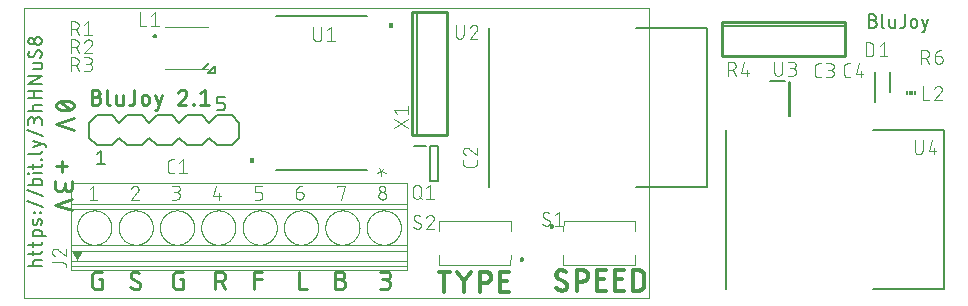
<source format=gbr>
G04 EAGLE Gerber RS-274X export*
G75*
%MOMM*%
%FSLAX34Y34*%
%LPD*%
%INSilkscreen Top*%
%IPPOS*%
%AMOC8*
5,1,8,0,0,1.08239X$1,22.5*%
G01*
%ADD10C,0.127000*%
%ADD11C,0.279400*%
%ADD12C,0.304800*%
%ADD13C,0.228600*%
%ADD14C,0.152400*%
%ADD15C,0.076200*%
%ADD16C,0.101600*%
%ADD17C,0.200000*%
%ADD18C,0.100000*%
%ADD19C,0.254000*%
%ADD20R,0.150000X0.300000*%
%ADD21R,0.300000X0.300000*%

G36*
X47635Y35693D02*
X47635Y35693D01*
X47669Y35690D01*
X47734Y35709D01*
X47800Y35719D01*
X47829Y35737D01*
X47861Y35746D01*
X47913Y35789D01*
X47971Y35824D01*
X47993Y35853D01*
X48017Y35873D01*
X48040Y35916D01*
X48079Y35968D01*
X51254Y42318D01*
X51259Y42340D01*
X51272Y42358D01*
X51286Y42436D01*
X51306Y42512D01*
X51303Y42534D01*
X51307Y42555D01*
X51290Y42632D01*
X51280Y42710D01*
X51268Y42729D01*
X51264Y42751D01*
X51218Y42815D01*
X51178Y42883D01*
X51160Y42896D01*
X51148Y42914D01*
X51081Y42956D01*
X51018Y43003D01*
X50996Y43009D01*
X50977Y43020D01*
X50876Y43039D01*
X50823Y43052D01*
X50812Y43050D01*
X50800Y43052D01*
X44450Y43052D01*
X44428Y43048D01*
X44406Y43050D01*
X44331Y43028D01*
X44254Y43013D01*
X44235Y43000D01*
X44214Y42994D01*
X44153Y42944D01*
X44088Y42900D01*
X44076Y42881D01*
X44058Y42868D01*
X44021Y42798D01*
X43978Y42732D01*
X43975Y42710D01*
X43964Y42691D01*
X43957Y42612D01*
X43943Y42535D01*
X43948Y42513D01*
X43946Y42491D01*
X43975Y42392D01*
X43986Y42339D01*
X43993Y42330D01*
X43996Y42318D01*
X47171Y35968D01*
X47213Y35915D01*
X47247Y35857D01*
X47274Y35837D01*
X47295Y35810D01*
X47353Y35777D01*
X47407Y35737D01*
X47440Y35729D01*
X47470Y35712D01*
X47537Y35705D01*
X47602Y35688D01*
X47635Y35693D01*
G37*
G36*
X314200Y232920D02*
X314200Y232920D01*
X314202Y232919D01*
X314245Y232939D01*
X314289Y232957D01*
X314289Y232959D01*
X314291Y232960D01*
X314324Y233045D01*
X314324Y236855D01*
X314323Y236857D01*
X314324Y236859D01*
X314304Y236902D01*
X314286Y236946D01*
X314284Y236946D01*
X314283Y236948D01*
X314198Y236981D01*
X311658Y236981D01*
X311656Y236980D01*
X311654Y236981D01*
X311611Y236961D01*
X311567Y236943D01*
X311567Y236941D01*
X311565Y236940D01*
X311532Y236855D01*
X311532Y233045D01*
X311533Y233043D01*
X311532Y233041D01*
X311552Y232998D01*
X311570Y232954D01*
X311572Y232954D01*
X311573Y232952D01*
X311658Y232919D01*
X314198Y232919D01*
X314200Y232920D01*
G37*
G36*
X196344Y118620D02*
X196344Y118620D01*
X196346Y118619D01*
X196389Y118639D01*
X196433Y118657D01*
X196433Y118659D01*
X196435Y118660D01*
X196468Y118745D01*
X196468Y122555D01*
X196467Y122557D01*
X196468Y122559D01*
X196448Y122602D01*
X196430Y122646D01*
X196428Y122646D01*
X196427Y122648D01*
X196342Y122681D01*
X193802Y122681D01*
X193800Y122680D01*
X193798Y122681D01*
X193755Y122661D01*
X193711Y122643D01*
X193711Y122641D01*
X193709Y122640D01*
X193676Y122555D01*
X193676Y118745D01*
X193677Y118743D01*
X193676Y118741D01*
X193696Y118698D01*
X193714Y118654D01*
X193716Y118654D01*
X193717Y118652D01*
X193802Y118619D01*
X196342Y118619D01*
X196344Y118620D01*
G37*
D10*
X17145Y31115D02*
X5715Y31115D01*
X9525Y31115D02*
X9525Y34290D01*
X9527Y34375D01*
X9533Y34461D01*
X9542Y34546D01*
X9556Y34630D01*
X9573Y34714D01*
X9594Y34797D01*
X9618Y34879D01*
X9646Y34959D01*
X9678Y35039D01*
X9714Y35117D01*
X9752Y35193D01*
X9795Y35267D01*
X9840Y35339D01*
X9889Y35410D01*
X9941Y35478D01*
X9995Y35543D01*
X10053Y35606D01*
X10114Y35667D01*
X10177Y35725D01*
X10242Y35779D01*
X10310Y35831D01*
X10381Y35880D01*
X10453Y35925D01*
X10527Y35968D01*
X10603Y36006D01*
X10681Y36042D01*
X10761Y36074D01*
X10841Y36102D01*
X10923Y36126D01*
X11006Y36147D01*
X11090Y36164D01*
X11174Y36178D01*
X11259Y36187D01*
X11345Y36193D01*
X11430Y36195D01*
X17145Y36195D01*
X9525Y40409D02*
X9525Y44219D01*
X5715Y41679D02*
X15240Y41679D01*
X15325Y41681D01*
X15411Y41687D01*
X15496Y41696D01*
X15580Y41710D01*
X15664Y41727D01*
X15747Y41748D01*
X15829Y41772D01*
X15909Y41800D01*
X15989Y41832D01*
X16067Y41868D01*
X16143Y41906D01*
X16217Y41949D01*
X16289Y41994D01*
X16360Y42043D01*
X16428Y42095D01*
X16493Y42149D01*
X16556Y42207D01*
X16617Y42268D01*
X16675Y42331D01*
X16729Y42396D01*
X16781Y42464D01*
X16830Y42535D01*
X16875Y42607D01*
X16918Y42681D01*
X16956Y42757D01*
X16992Y42835D01*
X17024Y42915D01*
X17052Y42995D01*
X17076Y43077D01*
X17097Y43160D01*
X17114Y43244D01*
X17128Y43328D01*
X17137Y43413D01*
X17143Y43499D01*
X17145Y43584D01*
X17145Y44219D01*
X9525Y47648D02*
X9525Y51458D01*
X5715Y48918D02*
X15240Y48918D01*
X15325Y48920D01*
X15411Y48926D01*
X15496Y48935D01*
X15580Y48949D01*
X15664Y48966D01*
X15747Y48987D01*
X15829Y49011D01*
X15909Y49039D01*
X15989Y49071D01*
X16067Y49107D01*
X16143Y49145D01*
X16217Y49188D01*
X16289Y49233D01*
X16360Y49282D01*
X16428Y49334D01*
X16493Y49388D01*
X16556Y49446D01*
X16617Y49507D01*
X16675Y49570D01*
X16729Y49635D01*
X16781Y49703D01*
X16830Y49774D01*
X16875Y49846D01*
X16918Y49920D01*
X16956Y49996D01*
X16992Y50074D01*
X17024Y50154D01*
X17052Y50234D01*
X17076Y50316D01*
X17097Y50399D01*
X17114Y50483D01*
X17128Y50567D01*
X17137Y50652D01*
X17143Y50738D01*
X17145Y50823D01*
X17145Y51458D01*
X20955Y56327D02*
X9525Y56327D01*
X9525Y59502D01*
X9527Y59587D01*
X9533Y59673D01*
X9542Y59758D01*
X9556Y59842D01*
X9573Y59926D01*
X9594Y60009D01*
X9618Y60091D01*
X9646Y60171D01*
X9678Y60251D01*
X9714Y60329D01*
X9752Y60405D01*
X9795Y60479D01*
X9840Y60551D01*
X9889Y60622D01*
X9941Y60690D01*
X9995Y60755D01*
X10053Y60818D01*
X10114Y60879D01*
X10177Y60937D01*
X10242Y60991D01*
X10310Y61043D01*
X10381Y61092D01*
X10453Y61137D01*
X10527Y61180D01*
X10603Y61218D01*
X10681Y61254D01*
X10761Y61286D01*
X10841Y61314D01*
X10923Y61338D01*
X11006Y61359D01*
X11090Y61376D01*
X11174Y61390D01*
X11259Y61399D01*
X11345Y61405D01*
X11430Y61407D01*
X15240Y61407D01*
X15325Y61405D01*
X15411Y61399D01*
X15496Y61390D01*
X15580Y61376D01*
X15664Y61359D01*
X15747Y61338D01*
X15829Y61314D01*
X15909Y61286D01*
X15989Y61254D01*
X16067Y61218D01*
X16143Y61180D01*
X16217Y61137D01*
X16289Y61092D01*
X16360Y61043D01*
X16428Y60991D01*
X16493Y60937D01*
X16556Y60879D01*
X16617Y60818D01*
X16675Y60755D01*
X16729Y60690D01*
X16781Y60622D01*
X16830Y60551D01*
X16875Y60479D01*
X16918Y60405D01*
X16956Y60329D01*
X16992Y60251D01*
X17024Y60171D01*
X17052Y60091D01*
X17076Y60009D01*
X17097Y59926D01*
X17114Y59842D01*
X17128Y59758D01*
X17137Y59673D01*
X17143Y59587D01*
X17145Y59502D01*
X17145Y56327D01*
X12700Y67119D02*
X13970Y70294D01*
X12699Y67120D02*
X12668Y67046D01*
X12633Y66974D01*
X12594Y66904D01*
X12552Y66835D01*
X12507Y66769D01*
X12458Y66705D01*
X12407Y66644D01*
X12353Y66585D01*
X12295Y66529D01*
X12236Y66476D01*
X12173Y66425D01*
X12109Y66378D01*
X12042Y66334D01*
X11973Y66293D01*
X11902Y66256D01*
X11829Y66222D01*
X11755Y66192D01*
X11679Y66165D01*
X11602Y66143D01*
X11525Y66123D01*
X11446Y66108D01*
X11367Y66097D01*
X11287Y66089D01*
X11207Y66085D01*
X11127Y66086D01*
X11047Y66090D01*
X10967Y66098D01*
X10888Y66110D01*
X10809Y66125D01*
X10731Y66145D01*
X10655Y66168D01*
X10579Y66195D01*
X10505Y66226D01*
X10433Y66260D01*
X10362Y66298D01*
X10293Y66339D01*
X10226Y66383D01*
X10162Y66431D01*
X10100Y66481D01*
X10040Y66535D01*
X9983Y66591D01*
X9929Y66651D01*
X9878Y66712D01*
X9830Y66776D01*
X9785Y66843D01*
X9744Y66911D01*
X9705Y66982D01*
X9671Y67054D01*
X9640Y67128D01*
X9612Y67203D01*
X9588Y67280D01*
X9568Y67357D01*
X9552Y67436D01*
X9539Y67515D01*
X9531Y67594D01*
X9526Y67674D01*
X9525Y67755D01*
X9526Y67754D02*
X9530Y67927D01*
X9539Y68101D01*
X9552Y68273D01*
X9569Y68446D01*
X9590Y68618D01*
X9615Y68790D01*
X9645Y68960D01*
X9678Y69131D01*
X9716Y69300D01*
X9758Y69468D01*
X9803Y69635D01*
X9853Y69801D01*
X9907Y69966D01*
X9964Y70130D01*
X10026Y70292D01*
X10091Y70452D01*
X10161Y70611D01*
X13971Y70294D02*
X14002Y70368D01*
X14037Y70440D01*
X14076Y70510D01*
X14118Y70579D01*
X14163Y70645D01*
X14212Y70709D01*
X14263Y70770D01*
X14317Y70829D01*
X14375Y70885D01*
X14434Y70938D01*
X14497Y70989D01*
X14561Y71036D01*
X14628Y71080D01*
X14697Y71121D01*
X14768Y71158D01*
X14841Y71192D01*
X14915Y71222D01*
X14991Y71249D01*
X15068Y71271D01*
X15145Y71291D01*
X15224Y71306D01*
X15303Y71317D01*
X15383Y71325D01*
X15463Y71329D01*
X15543Y71328D01*
X15623Y71324D01*
X15703Y71316D01*
X15782Y71304D01*
X15861Y71289D01*
X15939Y71269D01*
X16015Y71246D01*
X16091Y71219D01*
X16165Y71188D01*
X16237Y71154D01*
X16308Y71116D01*
X16377Y71075D01*
X16444Y71031D01*
X16508Y70983D01*
X16570Y70933D01*
X16630Y70879D01*
X16687Y70823D01*
X16741Y70763D01*
X16792Y70702D01*
X16840Y70638D01*
X16885Y70571D01*
X16926Y70503D01*
X16965Y70432D01*
X16999Y70360D01*
X17030Y70286D01*
X17058Y70211D01*
X17082Y70134D01*
X17102Y70057D01*
X17118Y69978D01*
X17131Y69899D01*
X17139Y69820D01*
X17144Y69740D01*
X17145Y69659D01*
X17146Y69659D02*
X17139Y69404D01*
X17127Y69150D01*
X17108Y68896D01*
X17083Y68642D01*
X17053Y68390D01*
X17016Y68138D01*
X16973Y67886D01*
X16925Y67636D01*
X16870Y67388D01*
X16810Y67140D01*
X16744Y66894D01*
X16672Y66650D01*
X16594Y66407D01*
X16511Y66166D01*
X16193Y76009D02*
X15558Y76009D01*
X15558Y76644D01*
X16193Y76644D01*
X16193Y76009D01*
X11113Y76009D02*
X10478Y76009D01*
X10478Y76644D01*
X11113Y76644D01*
X11113Y76009D01*
X18415Y81026D02*
X4445Y86106D01*
X4445Y95250D02*
X18415Y90170D01*
X17145Y100142D02*
X5715Y100142D01*
X17145Y100142D02*
X17145Y103317D01*
X17143Y103402D01*
X17137Y103488D01*
X17128Y103573D01*
X17114Y103657D01*
X17097Y103741D01*
X17076Y103824D01*
X17052Y103906D01*
X17024Y103986D01*
X16992Y104066D01*
X16956Y104144D01*
X16918Y104220D01*
X16875Y104294D01*
X16830Y104366D01*
X16781Y104437D01*
X16729Y104505D01*
X16675Y104570D01*
X16617Y104633D01*
X16556Y104694D01*
X16493Y104752D01*
X16428Y104806D01*
X16360Y104858D01*
X16289Y104907D01*
X16217Y104952D01*
X16143Y104995D01*
X16067Y105033D01*
X15989Y105069D01*
X15909Y105101D01*
X15829Y105129D01*
X15747Y105153D01*
X15664Y105174D01*
X15580Y105191D01*
X15496Y105205D01*
X15411Y105214D01*
X15325Y105220D01*
X15240Y105222D01*
X11430Y105222D01*
X11345Y105220D01*
X11259Y105214D01*
X11174Y105205D01*
X11090Y105191D01*
X11006Y105174D01*
X10923Y105153D01*
X10841Y105129D01*
X10761Y105101D01*
X10681Y105069D01*
X10603Y105033D01*
X10527Y104995D01*
X10453Y104952D01*
X10381Y104907D01*
X10310Y104858D01*
X10242Y104806D01*
X10177Y104752D01*
X10114Y104694D01*
X10053Y104633D01*
X9995Y104570D01*
X9941Y104505D01*
X9889Y104437D01*
X9840Y104366D01*
X9795Y104294D01*
X9752Y104220D01*
X9714Y104144D01*
X9678Y104066D01*
X9646Y103986D01*
X9618Y103906D01*
X9594Y103824D01*
X9573Y103741D01*
X9556Y103657D01*
X9542Y103573D01*
X9533Y103488D01*
X9527Y103402D01*
X9525Y103317D01*
X9525Y100142D01*
X9525Y109855D02*
X17145Y109855D01*
X6350Y109537D02*
X5715Y109537D01*
X5715Y110172D01*
X6350Y110172D01*
X6350Y109537D01*
X9525Y113561D02*
X9525Y117371D01*
X5715Y114831D02*
X15240Y114831D01*
X15325Y114833D01*
X15411Y114839D01*
X15496Y114848D01*
X15580Y114862D01*
X15664Y114879D01*
X15747Y114900D01*
X15829Y114924D01*
X15909Y114952D01*
X15989Y114984D01*
X16067Y115020D01*
X16143Y115058D01*
X16217Y115101D01*
X16289Y115146D01*
X16360Y115195D01*
X16428Y115247D01*
X16493Y115301D01*
X16556Y115359D01*
X16617Y115420D01*
X16675Y115483D01*
X16729Y115548D01*
X16781Y115616D01*
X16830Y115687D01*
X16875Y115759D01*
X16918Y115833D01*
X16956Y115909D01*
X16992Y115987D01*
X17024Y116067D01*
X17052Y116147D01*
X17076Y116229D01*
X17097Y116312D01*
X17114Y116396D01*
X17128Y116480D01*
X17137Y116565D01*
X17143Y116651D01*
X17145Y116736D01*
X17145Y117371D01*
X17145Y121348D02*
X16510Y121348D01*
X16510Y121983D01*
X17145Y121983D01*
X17145Y121348D01*
X15240Y126485D02*
X5715Y126485D01*
X15240Y126485D02*
X15325Y126487D01*
X15411Y126493D01*
X15496Y126502D01*
X15580Y126516D01*
X15664Y126533D01*
X15747Y126554D01*
X15829Y126578D01*
X15909Y126606D01*
X15989Y126638D01*
X16067Y126674D01*
X16143Y126712D01*
X16217Y126755D01*
X16289Y126800D01*
X16360Y126849D01*
X16428Y126901D01*
X16493Y126955D01*
X16556Y127013D01*
X16617Y127074D01*
X16675Y127137D01*
X16729Y127202D01*
X16781Y127270D01*
X16830Y127341D01*
X16875Y127413D01*
X16918Y127487D01*
X16956Y127563D01*
X16992Y127641D01*
X17024Y127721D01*
X17052Y127801D01*
X17076Y127883D01*
X17097Y127966D01*
X17114Y128050D01*
X17128Y128134D01*
X17137Y128219D01*
X17143Y128305D01*
X17145Y128390D01*
X20955Y132080D02*
X20955Y133350D01*
X9525Y137160D01*
X9525Y132080D02*
X17145Y134620D01*
X18415Y141224D02*
X4445Y146304D01*
X17145Y150876D02*
X17145Y154051D01*
X17143Y154162D01*
X17137Y154272D01*
X17128Y154383D01*
X17114Y154493D01*
X17097Y154602D01*
X17076Y154711D01*
X17051Y154819D01*
X17022Y154926D01*
X16990Y155032D01*
X16954Y155137D01*
X16914Y155240D01*
X16871Y155342D01*
X16824Y155443D01*
X16773Y155542D01*
X16720Y155639D01*
X16663Y155733D01*
X16602Y155826D01*
X16539Y155917D01*
X16472Y156006D01*
X16402Y156092D01*
X16329Y156175D01*
X16254Y156257D01*
X16176Y156335D01*
X16094Y156410D01*
X16011Y156483D01*
X15925Y156553D01*
X15836Y156620D01*
X15745Y156683D01*
X15652Y156744D01*
X15557Y156801D01*
X15461Y156854D01*
X15362Y156905D01*
X15261Y156952D01*
X15159Y156995D01*
X15056Y157035D01*
X14951Y157071D01*
X14845Y157103D01*
X14738Y157132D01*
X14630Y157157D01*
X14521Y157178D01*
X14412Y157195D01*
X14302Y157209D01*
X14191Y157218D01*
X14081Y157224D01*
X13970Y157226D01*
X13859Y157224D01*
X13749Y157218D01*
X13638Y157209D01*
X13528Y157195D01*
X13419Y157178D01*
X13310Y157157D01*
X13202Y157132D01*
X13095Y157103D01*
X12989Y157071D01*
X12884Y157035D01*
X12781Y156995D01*
X12679Y156952D01*
X12578Y156905D01*
X12479Y156854D01*
X12382Y156801D01*
X12288Y156744D01*
X12195Y156683D01*
X12104Y156620D01*
X12015Y156553D01*
X11929Y156483D01*
X11846Y156410D01*
X11764Y156335D01*
X11686Y156257D01*
X11611Y156175D01*
X11538Y156092D01*
X11468Y156006D01*
X11401Y155917D01*
X11338Y155826D01*
X11277Y155733D01*
X11220Y155639D01*
X11167Y155542D01*
X11116Y155443D01*
X11069Y155342D01*
X11026Y155240D01*
X10986Y155137D01*
X10950Y155032D01*
X10918Y154926D01*
X10889Y154819D01*
X10864Y154711D01*
X10843Y154602D01*
X10826Y154493D01*
X10812Y154383D01*
X10803Y154272D01*
X10797Y154162D01*
X10795Y154051D01*
X5715Y154686D02*
X5715Y150876D01*
X5715Y154686D02*
X5717Y154786D01*
X5723Y154885D01*
X5733Y154985D01*
X5746Y155083D01*
X5764Y155182D01*
X5785Y155279D01*
X5810Y155375D01*
X5839Y155471D01*
X5872Y155565D01*
X5908Y155658D01*
X5948Y155749D01*
X5992Y155839D01*
X6039Y155927D01*
X6089Y156013D01*
X6143Y156097D01*
X6200Y156179D01*
X6260Y156258D01*
X6324Y156336D01*
X6390Y156410D01*
X6459Y156482D01*
X6531Y156551D01*
X6605Y156617D01*
X6683Y156681D01*
X6762Y156741D01*
X6844Y156798D01*
X6928Y156852D01*
X7014Y156902D01*
X7102Y156949D01*
X7192Y156993D01*
X7283Y157033D01*
X7376Y157069D01*
X7470Y157102D01*
X7566Y157131D01*
X7662Y157156D01*
X7759Y157177D01*
X7858Y157195D01*
X7956Y157208D01*
X8056Y157218D01*
X8155Y157224D01*
X8255Y157226D01*
X8355Y157224D01*
X8454Y157218D01*
X8554Y157208D01*
X8652Y157195D01*
X8751Y157177D01*
X8848Y157156D01*
X8944Y157131D01*
X9040Y157102D01*
X9134Y157069D01*
X9227Y157033D01*
X9318Y156993D01*
X9408Y156949D01*
X9496Y156902D01*
X9582Y156852D01*
X9666Y156798D01*
X9748Y156741D01*
X9827Y156681D01*
X9905Y156617D01*
X9979Y156551D01*
X10051Y156482D01*
X10120Y156410D01*
X10186Y156336D01*
X10250Y156258D01*
X10310Y156179D01*
X10367Y156097D01*
X10421Y156013D01*
X10471Y155927D01*
X10518Y155839D01*
X10562Y155749D01*
X10602Y155658D01*
X10638Y155565D01*
X10671Y155471D01*
X10700Y155375D01*
X10725Y155279D01*
X10746Y155182D01*
X10764Y155083D01*
X10777Y154985D01*
X10787Y154885D01*
X10793Y154786D01*
X10795Y154686D01*
X10795Y152146D01*
X5715Y162560D02*
X17145Y162560D01*
X9525Y162560D02*
X9525Y165735D01*
X9527Y165820D01*
X9533Y165906D01*
X9542Y165991D01*
X9556Y166075D01*
X9573Y166159D01*
X9594Y166242D01*
X9618Y166324D01*
X9646Y166404D01*
X9678Y166484D01*
X9714Y166562D01*
X9752Y166638D01*
X9795Y166712D01*
X9840Y166784D01*
X9889Y166855D01*
X9941Y166923D01*
X9995Y166988D01*
X10053Y167051D01*
X10114Y167112D01*
X10177Y167170D01*
X10242Y167224D01*
X10310Y167276D01*
X10381Y167325D01*
X10453Y167370D01*
X10527Y167413D01*
X10603Y167451D01*
X10681Y167487D01*
X10761Y167519D01*
X10841Y167547D01*
X10923Y167571D01*
X11006Y167592D01*
X11090Y167609D01*
X11174Y167623D01*
X11259Y167632D01*
X11345Y167638D01*
X11430Y167640D01*
X17145Y167640D01*
X17145Y173355D02*
X5715Y173355D01*
X10795Y173355D02*
X10795Y179705D01*
X5715Y179705D02*
X17145Y179705D01*
X17145Y185547D02*
X5715Y185547D01*
X17145Y191897D01*
X5715Y191897D01*
X9525Y197612D02*
X15240Y197612D01*
X15325Y197614D01*
X15411Y197620D01*
X15496Y197629D01*
X15580Y197643D01*
X15664Y197660D01*
X15747Y197681D01*
X15829Y197705D01*
X15909Y197733D01*
X15989Y197765D01*
X16067Y197801D01*
X16143Y197839D01*
X16217Y197882D01*
X16289Y197927D01*
X16360Y197976D01*
X16428Y198028D01*
X16493Y198082D01*
X16556Y198140D01*
X16617Y198201D01*
X16675Y198264D01*
X16729Y198329D01*
X16781Y198397D01*
X16830Y198468D01*
X16875Y198540D01*
X16918Y198614D01*
X16956Y198690D01*
X16992Y198768D01*
X17024Y198848D01*
X17052Y198928D01*
X17076Y199010D01*
X17097Y199093D01*
X17114Y199177D01*
X17128Y199261D01*
X17137Y199346D01*
X17143Y199432D01*
X17145Y199517D01*
X17145Y202692D01*
X9525Y202692D01*
X17145Y211455D02*
X17143Y211555D01*
X17137Y211654D01*
X17127Y211754D01*
X17114Y211852D01*
X17096Y211951D01*
X17075Y212048D01*
X17050Y212144D01*
X17021Y212240D01*
X16988Y212334D01*
X16952Y212427D01*
X16912Y212518D01*
X16868Y212608D01*
X16821Y212696D01*
X16771Y212782D01*
X16717Y212866D01*
X16660Y212948D01*
X16600Y213027D01*
X16536Y213105D01*
X16470Y213179D01*
X16401Y213251D01*
X16329Y213320D01*
X16255Y213386D01*
X16177Y213450D01*
X16098Y213510D01*
X16016Y213567D01*
X15932Y213621D01*
X15846Y213671D01*
X15758Y213718D01*
X15668Y213762D01*
X15577Y213802D01*
X15484Y213838D01*
X15390Y213871D01*
X15294Y213900D01*
X15198Y213925D01*
X15101Y213946D01*
X15002Y213964D01*
X14904Y213977D01*
X14804Y213987D01*
X14705Y213993D01*
X14605Y213995D01*
X17145Y211455D02*
X17143Y211314D01*
X17138Y211173D01*
X17128Y211032D01*
X17115Y210891D01*
X17099Y210751D01*
X17078Y210611D01*
X17054Y210472D01*
X17026Y210333D01*
X16995Y210196D01*
X16960Y210059D01*
X16922Y209923D01*
X16880Y209788D01*
X16834Y209655D01*
X16785Y209522D01*
X16732Y209391D01*
X16676Y209262D01*
X16617Y209133D01*
X16554Y209007D01*
X16488Y208882D01*
X16419Y208759D01*
X16346Y208638D01*
X16270Y208519D01*
X16191Y208401D01*
X16110Y208286D01*
X16025Y208174D01*
X15937Y208063D01*
X15846Y207955D01*
X15753Y207849D01*
X15656Y207746D01*
X15557Y207645D01*
X8255Y207962D02*
X8155Y207964D01*
X8056Y207970D01*
X7956Y207980D01*
X7858Y207993D01*
X7759Y208011D01*
X7662Y208032D01*
X7566Y208057D01*
X7470Y208086D01*
X7376Y208119D01*
X7283Y208155D01*
X7192Y208195D01*
X7102Y208239D01*
X7014Y208286D01*
X6928Y208336D01*
X6844Y208390D01*
X6762Y208447D01*
X6683Y208507D01*
X6605Y208571D01*
X6531Y208637D01*
X6459Y208706D01*
X6390Y208778D01*
X6324Y208852D01*
X6260Y208930D01*
X6200Y209009D01*
X6143Y209091D01*
X6089Y209175D01*
X6039Y209261D01*
X5992Y209349D01*
X5948Y209439D01*
X5908Y209530D01*
X5872Y209623D01*
X5839Y209717D01*
X5810Y209813D01*
X5785Y209909D01*
X5764Y210006D01*
X5746Y210105D01*
X5733Y210203D01*
X5723Y210303D01*
X5717Y210402D01*
X5715Y210502D01*
X5717Y210635D01*
X5722Y210768D01*
X5732Y210901D01*
X5745Y211034D01*
X5762Y211166D01*
X5782Y211298D01*
X5806Y211429D01*
X5834Y211559D01*
X5865Y211689D01*
X5900Y211817D01*
X5939Y211945D01*
X5981Y212071D01*
X6027Y212196D01*
X6076Y212320D01*
X6128Y212443D01*
X6184Y212564D01*
X6244Y212683D01*
X6306Y212801D01*
X6372Y212916D01*
X6441Y213030D01*
X6514Y213142D01*
X6589Y213252D01*
X6668Y213360D01*
X10478Y209232D02*
X10426Y209148D01*
X10371Y209065D01*
X10312Y208985D01*
X10251Y208907D01*
X10187Y208832D01*
X10119Y208759D01*
X10049Y208688D01*
X9977Y208621D01*
X9902Y208556D01*
X9824Y208494D01*
X9744Y208435D01*
X9662Y208379D01*
X9578Y208327D01*
X9492Y208278D01*
X9404Y208232D01*
X9314Y208189D01*
X9223Y208150D01*
X9130Y208115D01*
X9036Y208083D01*
X8941Y208055D01*
X8845Y208030D01*
X8748Y208010D01*
X8650Y207992D01*
X8552Y207979D01*
X8453Y207970D01*
X8354Y207964D01*
X8255Y207962D01*
X12382Y212725D02*
X12434Y212809D01*
X12489Y212892D01*
X12548Y212972D01*
X12609Y213050D01*
X12673Y213125D01*
X12741Y213198D01*
X12811Y213269D01*
X12883Y213336D01*
X12958Y213401D01*
X13036Y213463D01*
X13116Y213522D01*
X13198Y213578D01*
X13282Y213630D01*
X13368Y213679D01*
X13456Y213725D01*
X13546Y213768D01*
X13637Y213807D01*
X13730Y213842D01*
X13824Y213874D01*
X13919Y213902D01*
X14015Y213927D01*
X14112Y213947D01*
X14210Y213965D01*
X14308Y213978D01*
X14407Y213987D01*
X14506Y213993D01*
X14605Y213995D01*
X12383Y212725D02*
X10478Y209232D01*
X13970Y218694D02*
X13859Y218696D01*
X13749Y218702D01*
X13638Y218711D01*
X13528Y218725D01*
X13419Y218742D01*
X13310Y218763D01*
X13202Y218788D01*
X13095Y218817D01*
X12989Y218849D01*
X12884Y218885D01*
X12781Y218925D01*
X12679Y218968D01*
X12578Y219015D01*
X12479Y219066D01*
X12383Y219119D01*
X12288Y219176D01*
X12195Y219237D01*
X12104Y219300D01*
X12015Y219367D01*
X11929Y219437D01*
X11846Y219510D01*
X11764Y219585D01*
X11686Y219663D01*
X11611Y219745D01*
X11538Y219828D01*
X11468Y219914D01*
X11401Y220003D01*
X11338Y220094D01*
X11277Y220187D01*
X11220Y220282D01*
X11167Y220378D01*
X11116Y220477D01*
X11069Y220578D01*
X11026Y220680D01*
X10986Y220783D01*
X10950Y220888D01*
X10918Y220994D01*
X10889Y221101D01*
X10864Y221209D01*
X10843Y221318D01*
X10826Y221427D01*
X10812Y221537D01*
X10803Y221648D01*
X10797Y221758D01*
X10795Y221869D01*
X10797Y221980D01*
X10803Y222090D01*
X10812Y222201D01*
X10826Y222311D01*
X10843Y222420D01*
X10864Y222529D01*
X10889Y222637D01*
X10918Y222744D01*
X10950Y222850D01*
X10986Y222955D01*
X11026Y223058D01*
X11069Y223160D01*
X11116Y223261D01*
X11167Y223360D01*
X11220Y223457D01*
X11277Y223551D01*
X11338Y223644D01*
X11401Y223735D01*
X11468Y223824D01*
X11538Y223910D01*
X11611Y223993D01*
X11686Y224075D01*
X11764Y224153D01*
X11846Y224228D01*
X11929Y224301D01*
X12015Y224371D01*
X12104Y224438D01*
X12195Y224501D01*
X12288Y224562D01*
X12382Y224619D01*
X12479Y224672D01*
X12578Y224723D01*
X12679Y224770D01*
X12781Y224813D01*
X12884Y224853D01*
X12989Y224889D01*
X13095Y224921D01*
X13202Y224950D01*
X13310Y224975D01*
X13419Y224996D01*
X13528Y225013D01*
X13638Y225027D01*
X13749Y225036D01*
X13859Y225042D01*
X13970Y225044D01*
X14081Y225042D01*
X14191Y225036D01*
X14302Y225027D01*
X14412Y225013D01*
X14521Y224996D01*
X14630Y224975D01*
X14738Y224950D01*
X14845Y224921D01*
X14951Y224889D01*
X15056Y224853D01*
X15159Y224813D01*
X15261Y224770D01*
X15362Y224723D01*
X15461Y224672D01*
X15558Y224619D01*
X15652Y224562D01*
X15745Y224501D01*
X15836Y224438D01*
X15925Y224371D01*
X16011Y224301D01*
X16094Y224228D01*
X16176Y224153D01*
X16254Y224075D01*
X16329Y223993D01*
X16402Y223910D01*
X16472Y223824D01*
X16539Y223735D01*
X16602Y223644D01*
X16663Y223551D01*
X16720Y223456D01*
X16773Y223360D01*
X16824Y223261D01*
X16871Y223160D01*
X16914Y223058D01*
X16954Y222955D01*
X16990Y222850D01*
X17022Y222744D01*
X17051Y222637D01*
X17076Y222529D01*
X17097Y222420D01*
X17114Y222311D01*
X17128Y222201D01*
X17137Y222090D01*
X17143Y221980D01*
X17145Y221869D01*
X17143Y221758D01*
X17137Y221648D01*
X17128Y221537D01*
X17114Y221427D01*
X17097Y221318D01*
X17076Y221209D01*
X17051Y221101D01*
X17022Y220994D01*
X16990Y220888D01*
X16954Y220783D01*
X16914Y220680D01*
X16871Y220578D01*
X16824Y220477D01*
X16773Y220378D01*
X16720Y220281D01*
X16663Y220187D01*
X16602Y220094D01*
X16539Y220003D01*
X16472Y219914D01*
X16402Y219828D01*
X16329Y219745D01*
X16254Y219663D01*
X16176Y219585D01*
X16094Y219510D01*
X16011Y219437D01*
X15925Y219367D01*
X15836Y219300D01*
X15745Y219237D01*
X15652Y219176D01*
X15557Y219119D01*
X15461Y219066D01*
X15362Y219015D01*
X15261Y218968D01*
X15159Y218925D01*
X15056Y218885D01*
X14951Y218849D01*
X14845Y218817D01*
X14738Y218788D01*
X14630Y218763D01*
X14521Y218742D01*
X14412Y218725D01*
X14302Y218711D01*
X14191Y218702D01*
X14081Y218696D01*
X13970Y218694D01*
X8255Y219329D02*
X8155Y219331D01*
X8056Y219337D01*
X7956Y219347D01*
X7858Y219360D01*
X7759Y219378D01*
X7662Y219399D01*
X7566Y219424D01*
X7470Y219453D01*
X7376Y219486D01*
X7283Y219522D01*
X7192Y219562D01*
X7102Y219606D01*
X7014Y219653D01*
X6928Y219703D01*
X6844Y219757D01*
X6762Y219814D01*
X6683Y219874D01*
X6605Y219938D01*
X6531Y220004D01*
X6459Y220073D01*
X6390Y220145D01*
X6324Y220219D01*
X6260Y220297D01*
X6200Y220376D01*
X6143Y220458D01*
X6089Y220542D01*
X6039Y220628D01*
X5992Y220716D01*
X5948Y220806D01*
X5908Y220897D01*
X5872Y220990D01*
X5839Y221084D01*
X5810Y221180D01*
X5785Y221276D01*
X5764Y221373D01*
X5746Y221472D01*
X5733Y221570D01*
X5723Y221670D01*
X5717Y221769D01*
X5715Y221869D01*
X5717Y221969D01*
X5723Y222068D01*
X5733Y222168D01*
X5746Y222266D01*
X5764Y222365D01*
X5785Y222462D01*
X5810Y222558D01*
X5839Y222654D01*
X5872Y222748D01*
X5908Y222841D01*
X5948Y222932D01*
X5992Y223022D01*
X6039Y223110D01*
X6089Y223196D01*
X6143Y223280D01*
X6200Y223362D01*
X6260Y223441D01*
X6324Y223519D01*
X6390Y223593D01*
X6459Y223665D01*
X6531Y223734D01*
X6605Y223800D01*
X6683Y223864D01*
X6762Y223924D01*
X6844Y223981D01*
X6928Y224035D01*
X7014Y224085D01*
X7102Y224132D01*
X7192Y224176D01*
X7283Y224216D01*
X7376Y224252D01*
X7470Y224285D01*
X7566Y224314D01*
X7662Y224339D01*
X7759Y224360D01*
X7858Y224378D01*
X7956Y224391D01*
X8056Y224401D01*
X8155Y224407D01*
X8255Y224409D01*
X8355Y224407D01*
X8454Y224401D01*
X8554Y224391D01*
X8652Y224378D01*
X8751Y224360D01*
X8848Y224339D01*
X8944Y224314D01*
X9040Y224285D01*
X9134Y224252D01*
X9227Y224216D01*
X9318Y224176D01*
X9408Y224132D01*
X9496Y224085D01*
X9582Y224035D01*
X9666Y223981D01*
X9748Y223924D01*
X9827Y223864D01*
X9905Y223800D01*
X9979Y223734D01*
X10051Y223665D01*
X10120Y223593D01*
X10186Y223519D01*
X10250Y223441D01*
X10310Y223362D01*
X10367Y223280D01*
X10421Y223196D01*
X10471Y223110D01*
X10518Y223022D01*
X10562Y222932D01*
X10602Y222841D01*
X10638Y222748D01*
X10671Y222654D01*
X10700Y222558D01*
X10725Y222462D01*
X10746Y222365D01*
X10764Y222266D01*
X10777Y222168D01*
X10787Y222068D01*
X10793Y221969D01*
X10795Y221869D01*
X10793Y221769D01*
X10787Y221670D01*
X10777Y221570D01*
X10764Y221472D01*
X10746Y221373D01*
X10725Y221276D01*
X10700Y221180D01*
X10671Y221084D01*
X10638Y220990D01*
X10602Y220897D01*
X10562Y220806D01*
X10518Y220716D01*
X10471Y220628D01*
X10421Y220542D01*
X10367Y220458D01*
X10310Y220376D01*
X10250Y220297D01*
X10186Y220219D01*
X10120Y220145D01*
X10051Y220073D01*
X9979Y220004D01*
X9905Y219938D01*
X9827Y219874D01*
X9748Y219814D01*
X9666Y219757D01*
X9582Y219703D01*
X9496Y219653D01*
X9408Y219606D01*
X9318Y219562D01*
X9227Y219522D01*
X9134Y219486D01*
X9040Y219453D01*
X8944Y219424D01*
X8848Y219399D01*
X8751Y219378D01*
X8652Y219360D01*
X8554Y219347D01*
X8454Y219337D01*
X8355Y219331D01*
X8255Y219329D01*
D11*
X65645Y19883D02*
X68143Y19883D01*
X68143Y11557D01*
X63147Y11557D01*
X63033Y11559D01*
X62920Y11565D01*
X62806Y11574D01*
X62694Y11588D01*
X62581Y11605D01*
X62469Y11627D01*
X62359Y11652D01*
X62249Y11680D01*
X62140Y11713D01*
X62032Y11749D01*
X61925Y11789D01*
X61820Y11833D01*
X61717Y11880D01*
X61615Y11930D01*
X61515Y11984D01*
X61417Y12042D01*
X61321Y12103D01*
X61227Y12166D01*
X61135Y12234D01*
X61045Y12304D01*
X60959Y12377D01*
X60874Y12453D01*
X60792Y12532D01*
X60713Y12614D01*
X60637Y12699D01*
X60564Y12785D01*
X60494Y12875D01*
X60426Y12967D01*
X60363Y13061D01*
X60302Y13157D01*
X60244Y13255D01*
X60190Y13355D01*
X60140Y13457D01*
X60093Y13560D01*
X60049Y13665D01*
X60009Y13772D01*
X59973Y13880D01*
X59940Y13989D01*
X59912Y14099D01*
X59887Y14209D01*
X59865Y14321D01*
X59848Y14434D01*
X59834Y14546D01*
X59825Y14660D01*
X59819Y14773D01*
X59817Y14887D01*
X59817Y23213D01*
X59819Y23327D01*
X59825Y23440D01*
X59834Y23554D01*
X59848Y23666D01*
X59865Y23779D01*
X59887Y23891D01*
X59912Y24001D01*
X59940Y24111D01*
X59973Y24220D01*
X60009Y24328D01*
X60049Y24435D01*
X60093Y24540D01*
X60140Y24643D01*
X60190Y24745D01*
X60244Y24845D01*
X60302Y24943D01*
X60363Y25039D01*
X60426Y25133D01*
X60494Y25225D01*
X60564Y25315D01*
X60637Y25401D01*
X60713Y25486D01*
X60792Y25568D01*
X60874Y25647D01*
X60958Y25723D01*
X61045Y25796D01*
X61135Y25866D01*
X61227Y25933D01*
X61321Y25997D01*
X61417Y26058D01*
X61515Y26116D01*
X61615Y26170D01*
X61717Y26220D01*
X61820Y26267D01*
X61925Y26311D01*
X62032Y26351D01*
X62140Y26387D01*
X62249Y26420D01*
X62359Y26448D01*
X62469Y26473D01*
X62581Y26495D01*
X62694Y26512D01*
X62806Y26526D01*
X62920Y26535D01*
X63033Y26541D01*
X63147Y26543D01*
X68143Y26543D01*
X97117Y11557D02*
X97231Y11559D01*
X97344Y11565D01*
X97458Y11574D01*
X97570Y11588D01*
X97683Y11605D01*
X97795Y11627D01*
X97905Y11652D01*
X98015Y11680D01*
X98124Y11713D01*
X98232Y11749D01*
X98339Y11789D01*
X98444Y11833D01*
X98547Y11880D01*
X98649Y11930D01*
X98749Y11984D01*
X98847Y12042D01*
X98943Y12103D01*
X99037Y12167D01*
X99129Y12234D01*
X99219Y12304D01*
X99306Y12377D01*
X99390Y12453D01*
X99472Y12532D01*
X99551Y12614D01*
X99627Y12699D01*
X99700Y12785D01*
X99770Y12875D01*
X99838Y12967D01*
X99901Y13061D01*
X99962Y13157D01*
X100020Y13255D01*
X100074Y13355D01*
X100124Y13457D01*
X100171Y13560D01*
X100215Y13665D01*
X100255Y13772D01*
X100291Y13880D01*
X100324Y13989D01*
X100352Y14099D01*
X100377Y14209D01*
X100399Y14321D01*
X100416Y14434D01*
X100430Y14546D01*
X100439Y14660D01*
X100445Y14773D01*
X100447Y14887D01*
X97117Y11557D02*
X96949Y11559D01*
X96781Y11565D01*
X96613Y11575D01*
X96445Y11589D01*
X96277Y11607D01*
X96111Y11629D01*
X95944Y11655D01*
X95779Y11685D01*
X95614Y11719D01*
X95450Y11757D01*
X95287Y11799D01*
X95125Y11845D01*
X94964Y11895D01*
X94804Y11948D01*
X94646Y12005D01*
X94489Y12066D01*
X94334Y12131D01*
X94180Y12199D01*
X94028Y12272D01*
X93878Y12347D01*
X93729Y12427D01*
X93582Y12509D01*
X93438Y12596D01*
X93296Y12685D01*
X93155Y12779D01*
X93017Y12875D01*
X92882Y12975D01*
X92749Y13078D01*
X92618Y13184D01*
X92490Y13293D01*
X92364Y13405D01*
X92242Y13520D01*
X92122Y13638D01*
X92538Y23213D02*
X92540Y23327D01*
X92546Y23440D01*
X92555Y23554D01*
X92569Y23666D01*
X92586Y23779D01*
X92608Y23891D01*
X92633Y24001D01*
X92661Y24111D01*
X92694Y24220D01*
X92730Y24328D01*
X92770Y24435D01*
X92814Y24540D01*
X92861Y24643D01*
X92911Y24745D01*
X92965Y24845D01*
X93023Y24943D01*
X93084Y25039D01*
X93147Y25133D01*
X93215Y25225D01*
X93285Y25315D01*
X93358Y25401D01*
X93434Y25486D01*
X93513Y25568D01*
X93595Y25647D01*
X93680Y25723D01*
X93766Y25796D01*
X93856Y25866D01*
X93948Y25934D01*
X94042Y25997D01*
X94138Y26058D01*
X94236Y26116D01*
X94336Y26170D01*
X94438Y26220D01*
X94541Y26267D01*
X94646Y26311D01*
X94753Y26351D01*
X94861Y26387D01*
X94970Y26420D01*
X95080Y26448D01*
X95190Y26473D01*
X95302Y26495D01*
X95415Y26512D01*
X95527Y26526D01*
X95641Y26535D01*
X95754Y26541D01*
X95868Y26543D01*
X96023Y26541D01*
X96177Y26535D01*
X96331Y26526D01*
X96485Y26512D01*
X96639Y26495D01*
X96792Y26474D01*
X96944Y26450D01*
X97096Y26421D01*
X97247Y26389D01*
X97398Y26353D01*
X97547Y26313D01*
X97695Y26270D01*
X97843Y26223D01*
X97989Y26172D01*
X98133Y26118D01*
X98277Y26060D01*
X98418Y25998D01*
X98559Y25934D01*
X98697Y25865D01*
X98834Y25794D01*
X98969Y25718D01*
X99102Y25640D01*
X99234Y25558D01*
X99363Y25473D01*
X99490Y25385D01*
X99614Y25294D01*
X94203Y20299D02*
X94106Y20358D01*
X94012Y20421D01*
X93919Y20486D01*
X93829Y20555D01*
X93741Y20626D01*
X93656Y20701D01*
X93573Y20778D01*
X93493Y20858D01*
X93415Y20940D01*
X93341Y21026D01*
X93269Y21113D01*
X93200Y21203D01*
X93134Y21295D01*
X93072Y21390D01*
X93012Y21486D01*
X92956Y21584D01*
X92903Y21685D01*
X92854Y21787D01*
X92808Y21890D01*
X92765Y21995D01*
X92726Y22101D01*
X92690Y22209D01*
X92659Y22318D01*
X92631Y22427D01*
X92606Y22538D01*
X92585Y22649D01*
X92568Y22761D01*
X92555Y22874D01*
X92546Y22987D01*
X92540Y23100D01*
X92538Y23213D01*
X98782Y17801D02*
X98879Y17742D01*
X98973Y17679D01*
X99066Y17614D01*
X99156Y17545D01*
X99244Y17474D01*
X99329Y17399D01*
X99412Y17322D01*
X99492Y17242D01*
X99570Y17160D01*
X99644Y17074D01*
X99716Y16987D01*
X99785Y16897D01*
X99851Y16805D01*
X99913Y16710D01*
X99973Y16614D01*
X100029Y16516D01*
X100082Y16415D01*
X100131Y16313D01*
X100178Y16210D01*
X100220Y16105D01*
X100259Y15999D01*
X100295Y15891D01*
X100326Y15782D01*
X100354Y15673D01*
X100379Y15562D01*
X100400Y15451D01*
X100417Y15339D01*
X100430Y15226D01*
X100439Y15113D01*
X100445Y15000D01*
X100447Y14887D01*
X98782Y17801D02*
X94203Y20299D01*
D12*
X458131Y10414D02*
X458254Y10416D01*
X458377Y10422D01*
X458500Y10432D01*
X458622Y10446D01*
X458744Y10463D01*
X458865Y10485D01*
X458985Y10510D01*
X459105Y10540D01*
X459223Y10573D01*
X459340Y10610D01*
X459457Y10650D01*
X459571Y10695D01*
X459685Y10742D01*
X459796Y10794D01*
X459906Y10849D01*
X460014Y10908D01*
X460121Y10970D01*
X460225Y11035D01*
X460327Y11104D01*
X460427Y11176D01*
X460524Y11251D01*
X460619Y11330D01*
X460711Y11411D01*
X460801Y11495D01*
X460888Y11582D01*
X460972Y11672D01*
X461053Y11764D01*
X461132Y11859D01*
X461207Y11956D01*
X461279Y12056D01*
X461348Y12158D01*
X461413Y12262D01*
X461475Y12369D01*
X461534Y12477D01*
X461589Y12587D01*
X461641Y12698D01*
X461689Y12812D01*
X461733Y12926D01*
X461773Y13043D01*
X461810Y13160D01*
X461843Y13278D01*
X461873Y13398D01*
X461898Y13518D01*
X461920Y13639D01*
X461937Y13761D01*
X461951Y13883D01*
X461961Y14006D01*
X461967Y14129D01*
X461969Y14252D01*
X458131Y10414D02*
X457937Y10416D01*
X457743Y10423D01*
X457550Y10435D01*
X457356Y10451D01*
X457163Y10472D01*
X456971Y10497D01*
X456779Y10527D01*
X456589Y10562D01*
X456399Y10601D01*
X456210Y10645D01*
X456022Y10693D01*
X455835Y10746D01*
X455650Y10803D01*
X455466Y10865D01*
X455283Y10931D01*
X455102Y11001D01*
X454923Y11076D01*
X454746Y11154D01*
X454571Y11238D01*
X454397Y11325D01*
X454226Y11416D01*
X454057Y11512D01*
X453891Y11611D01*
X453727Y11715D01*
X453565Y11822D01*
X453406Y11933D01*
X453250Y12048D01*
X453096Y12167D01*
X452946Y12289D01*
X452798Y12415D01*
X452653Y12544D01*
X452512Y12677D01*
X452374Y12813D01*
X452854Y23848D02*
X452856Y23971D01*
X452862Y24094D01*
X452872Y24217D01*
X452886Y24339D01*
X452903Y24461D01*
X452925Y24582D01*
X452950Y24702D01*
X452980Y24822D01*
X453013Y24940D01*
X453050Y25057D01*
X453090Y25174D01*
X453134Y25288D01*
X453182Y25402D01*
X453234Y25513D01*
X453289Y25623D01*
X453348Y25731D01*
X453410Y25838D01*
X453475Y25942D01*
X453544Y26044D01*
X453616Y26144D01*
X453691Y26241D01*
X453770Y26336D01*
X453851Y26428D01*
X453935Y26518D01*
X454022Y26605D01*
X454112Y26689D01*
X454204Y26770D01*
X454299Y26849D01*
X454396Y26924D01*
X454496Y26996D01*
X454598Y27065D01*
X454702Y27130D01*
X454809Y27192D01*
X454917Y27251D01*
X455027Y27306D01*
X455138Y27358D01*
X455252Y27406D01*
X455366Y27450D01*
X455483Y27490D01*
X455600Y27527D01*
X455718Y27560D01*
X455838Y27590D01*
X455958Y27615D01*
X456079Y27637D01*
X456201Y27654D01*
X456323Y27668D01*
X456446Y27678D01*
X456569Y27684D01*
X456692Y27686D01*
X456864Y27684D01*
X457035Y27678D01*
X457206Y27668D01*
X457377Y27653D01*
X457548Y27635D01*
X457718Y27613D01*
X457887Y27586D01*
X458056Y27556D01*
X458224Y27521D01*
X458391Y27483D01*
X458557Y27440D01*
X458722Y27394D01*
X458886Y27343D01*
X459049Y27289D01*
X459210Y27231D01*
X459370Y27169D01*
X459529Y27103D01*
X459686Y27034D01*
X459841Y26961D01*
X459994Y26884D01*
X460146Y26803D01*
X460295Y26719D01*
X460443Y26631D01*
X460588Y26540D01*
X460731Y26446D01*
X460872Y26348D01*
X461010Y26247D01*
X454773Y20490D02*
X454668Y20554D01*
X454566Y20621D01*
X454465Y20691D01*
X454367Y20765D01*
X454271Y20841D01*
X454178Y20921D01*
X454087Y21003D01*
X453999Y21088D01*
X453914Y21176D01*
X453831Y21267D01*
X453751Y21360D01*
X453674Y21456D01*
X453601Y21554D01*
X453530Y21654D01*
X453463Y21757D01*
X453398Y21861D01*
X453338Y21968D01*
X453280Y22076D01*
X453226Y22186D01*
X453176Y22298D01*
X453129Y22411D01*
X453085Y22526D01*
X453045Y22642D01*
X453009Y22759D01*
X452977Y22877D01*
X452948Y22996D01*
X452923Y23116D01*
X452902Y23237D01*
X452885Y23359D01*
X452871Y23481D01*
X452862Y23603D01*
X452856Y23725D01*
X452854Y23848D01*
X460050Y17610D02*
X460155Y17546D01*
X460257Y17479D01*
X460358Y17409D01*
X460456Y17335D01*
X460552Y17259D01*
X460645Y17179D01*
X460736Y17097D01*
X460824Y17012D01*
X460909Y16924D01*
X460992Y16833D01*
X461072Y16740D01*
X461149Y16644D01*
X461222Y16546D01*
X461293Y16446D01*
X461360Y16343D01*
X461425Y16239D01*
X461485Y16132D01*
X461543Y16024D01*
X461597Y15914D01*
X461647Y15802D01*
X461694Y15689D01*
X461738Y15574D01*
X461778Y15458D01*
X461814Y15341D01*
X461846Y15223D01*
X461875Y15104D01*
X461900Y14983D01*
X461921Y14863D01*
X461938Y14741D01*
X461952Y14619D01*
X461961Y14497D01*
X461967Y14375D01*
X461969Y14252D01*
X460050Y17611D02*
X454773Y20489D01*
X470167Y27686D02*
X470167Y10414D01*
X470167Y27686D02*
X474965Y27686D01*
X475103Y27684D01*
X475241Y27678D01*
X475379Y27668D01*
X475517Y27654D01*
X475654Y27636D01*
X475791Y27614D01*
X475926Y27589D01*
X476062Y27559D01*
X476196Y27525D01*
X476329Y27488D01*
X476461Y27447D01*
X476592Y27402D01*
X476721Y27353D01*
X476849Y27301D01*
X476975Y27245D01*
X477100Y27185D01*
X477223Y27121D01*
X477344Y27055D01*
X477463Y26984D01*
X477580Y26911D01*
X477695Y26834D01*
X477808Y26753D01*
X477918Y26670D01*
X478025Y26583D01*
X478131Y26493D01*
X478233Y26401D01*
X478333Y26305D01*
X478430Y26207D01*
X478524Y26105D01*
X478616Y26001D01*
X478704Y25895D01*
X478789Y25786D01*
X478871Y25675D01*
X478950Y25561D01*
X479025Y25445D01*
X479097Y25327D01*
X479166Y25207D01*
X479231Y25085D01*
X479292Y24961D01*
X479350Y24835D01*
X479404Y24708D01*
X479455Y24579D01*
X479502Y24449D01*
X479545Y24318D01*
X479584Y24185D01*
X479620Y24052D01*
X479651Y23917D01*
X479679Y23782D01*
X479703Y23645D01*
X479723Y23509D01*
X479739Y23371D01*
X479751Y23233D01*
X479759Y23095D01*
X479763Y22957D01*
X479763Y22819D01*
X479759Y22681D01*
X479751Y22543D01*
X479739Y22405D01*
X479723Y22267D01*
X479703Y22131D01*
X479679Y21994D01*
X479651Y21859D01*
X479620Y21724D01*
X479584Y21591D01*
X479545Y21458D01*
X479502Y21327D01*
X479455Y21197D01*
X479404Y21068D01*
X479350Y20941D01*
X479292Y20815D01*
X479231Y20691D01*
X479166Y20569D01*
X479097Y20449D01*
X479025Y20331D01*
X478950Y20215D01*
X478871Y20101D01*
X478789Y19990D01*
X478704Y19881D01*
X478616Y19775D01*
X478524Y19671D01*
X478430Y19569D01*
X478333Y19471D01*
X478233Y19375D01*
X478131Y19283D01*
X478025Y19193D01*
X477918Y19106D01*
X477808Y19023D01*
X477695Y18942D01*
X477580Y18865D01*
X477463Y18792D01*
X477344Y18721D01*
X477223Y18655D01*
X477100Y18591D01*
X476975Y18531D01*
X476849Y18475D01*
X476721Y18423D01*
X476592Y18374D01*
X476461Y18329D01*
X476329Y18288D01*
X476196Y18251D01*
X476062Y18217D01*
X475926Y18187D01*
X475791Y18162D01*
X475654Y18140D01*
X475517Y18122D01*
X475379Y18108D01*
X475241Y18098D01*
X475103Y18092D01*
X474965Y18090D01*
X470167Y18090D01*
X487375Y10414D02*
X495052Y10414D01*
X487375Y10414D02*
X487375Y27686D01*
X495052Y27686D01*
X493133Y20010D02*
X487375Y20010D01*
X502522Y10414D02*
X510199Y10414D01*
X502522Y10414D02*
X502522Y27686D01*
X510199Y27686D01*
X508280Y20010D02*
X502522Y20010D01*
X517622Y27686D02*
X517622Y10414D01*
X517622Y27686D02*
X522420Y27686D01*
X522557Y27684D01*
X522694Y27678D01*
X522831Y27668D01*
X522967Y27655D01*
X523103Y27637D01*
X523238Y27616D01*
X523373Y27590D01*
X523507Y27561D01*
X523640Y27528D01*
X523772Y27492D01*
X523903Y27451D01*
X524032Y27407D01*
X524161Y27359D01*
X524288Y27308D01*
X524413Y27252D01*
X524537Y27194D01*
X524659Y27132D01*
X524779Y27066D01*
X524898Y26997D01*
X525014Y26924D01*
X525128Y26849D01*
X525240Y26770D01*
X525350Y26688D01*
X525457Y26602D01*
X525562Y26514D01*
X525664Y26423D01*
X525764Y26329D01*
X525861Y26232D01*
X525955Y26132D01*
X526046Y26030D01*
X526134Y25925D01*
X526220Y25818D01*
X526302Y25708D01*
X526381Y25596D01*
X526456Y25482D01*
X526529Y25366D01*
X526598Y25247D01*
X526664Y25127D01*
X526726Y25005D01*
X526784Y24881D01*
X526840Y24756D01*
X526891Y24629D01*
X526939Y24500D01*
X526983Y24371D01*
X527024Y24240D01*
X527060Y24108D01*
X527093Y23975D01*
X527122Y23841D01*
X527148Y23706D01*
X527169Y23571D01*
X527187Y23435D01*
X527200Y23299D01*
X527210Y23162D01*
X527216Y23025D01*
X527218Y22888D01*
X527218Y15212D01*
X527216Y15075D01*
X527210Y14938D01*
X527200Y14801D01*
X527187Y14665D01*
X527169Y14529D01*
X527148Y14394D01*
X527122Y14259D01*
X527093Y14125D01*
X527060Y13992D01*
X527024Y13860D01*
X526983Y13729D01*
X526939Y13600D01*
X526891Y13471D01*
X526840Y13344D01*
X526784Y13219D01*
X526726Y13095D01*
X526664Y12973D01*
X526598Y12853D01*
X526529Y12734D01*
X526456Y12618D01*
X526381Y12504D01*
X526302Y12392D01*
X526220Y12282D01*
X526134Y12175D01*
X526046Y12070D01*
X525955Y11968D01*
X525861Y11868D01*
X525764Y11771D01*
X525664Y11677D01*
X525562Y11586D01*
X525457Y11498D01*
X525350Y11412D01*
X525240Y11330D01*
X525128Y11251D01*
X525014Y11176D01*
X524898Y11103D01*
X524779Y11034D01*
X524659Y10968D01*
X524537Y10906D01*
X524413Y10848D01*
X524288Y10792D01*
X524161Y10741D01*
X524032Y10693D01*
X523903Y10649D01*
X523772Y10608D01*
X523640Y10572D01*
X523507Y10539D01*
X523373Y10510D01*
X523238Y10484D01*
X523103Y10463D01*
X522967Y10445D01*
X522831Y10432D01*
X522694Y10422D01*
X522557Y10416D01*
X522420Y10414D01*
X517622Y10414D01*
X358112Y9144D02*
X358112Y26416D01*
X353314Y26416D02*
X362910Y26416D01*
X368667Y26416D02*
X374424Y18260D01*
X380181Y26416D01*
X374424Y18260D02*
X374424Y9144D01*
X388002Y9144D02*
X388002Y26416D01*
X392799Y26416D01*
X392937Y26414D01*
X393075Y26408D01*
X393213Y26398D01*
X393351Y26384D01*
X393488Y26366D01*
X393625Y26344D01*
X393760Y26319D01*
X393896Y26289D01*
X394030Y26255D01*
X394163Y26218D01*
X394295Y26177D01*
X394426Y26132D01*
X394555Y26083D01*
X394683Y26031D01*
X394809Y25975D01*
X394934Y25915D01*
X395057Y25851D01*
X395178Y25785D01*
X395297Y25714D01*
X395414Y25641D01*
X395529Y25564D01*
X395642Y25483D01*
X395752Y25400D01*
X395859Y25313D01*
X395965Y25223D01*
X396067Y25131D01*
X396167Y25035D01*
X396264Y24937D01*
X396358Y24835D01*
X396450Y24731D01*
X396538Y24625D01*
X396623Y24516D01*
X396705Y24405D01*
X396784Y24291D01*
X396859Y24175D01*
X396931Y24057D01*
X397000Y23937D01*
X397065Y23815D01*
X397126Y23691D01*
X397184Y23565D01*
X397238Y23438D01*
X397289Y23309D01*
X397336Y23179D01*
X397379Y23048D01*
X397418Y22915D01*
X397454Y22782D01*
X397485Y22647D01*
X397513Y22512D01*
X397537Y22375D01*
X397557Y22239D01*
X397573Y22101D01*
X397585Y21963D01*
X397593Y21825D01*
X397597Y21687D01*
X397597Y21549D01*
X397593Y21411D01*
X397585Y21273D01*
X397573Y21135D01*
X397557Y20997D01*
X397537Y20861D01*
X397513Y20724D01*
X397485Y20589D01*
X397454Y20454D01*
X397418Y20321D01*
X397379Y20188D01*
X397336Y20057D01*
X397289Y19927D01*
X397238Y19798D01*
X397184Y19671D01*
X397126Y19545D01*
X397065Y19421D01*
X397000Y19299D01*
X396931Y19179D01*
X396859Y19061D01*
X396784Y18945D01*
X396705Y18831D01*
X396623Y18720D01*
X396538Y18611D01*
X396450Y18505D01*
X396358Y18401D01*
X396264Y18299D01*
X396167Y18201D01*
X396067Y18105D01*
X395965Y18013D01*
X395859Y17923D01*
X395752Y17836D01*
X395642Y17753D01*
X395529Y17672D01*
X395414Y17595D01*
X395297Y17522D01*
X395178Y17451D01*
X395057Y17385D01*
X394934Y17321D01*
X394809Y17261D01*
X394683Y17205D01*
X394555Y17153D01*
X394426Y17104D01*
X394295Y17059D01*
X394163Y17018D01*
X394030Y16981D01*
X393896Y16947D01*
X393760Y16917D01*
X393625Y16892D01*
X393488Y16870D01*
X393351Y16852D01*
X393213Y16838D01*
X393075Y16828D01*
X392937Y16822D01*
X392799Y16820D01*
X388002Y16820D01*
X405210Y9144D02*
X412886Y9144D01*
X405210Y9144D02*
X405210Y26416D01*
X412886Y26416D01*
X410967Y18740D02*
X405210Y18740D01*
D13*
X63161Y174710D02*
X59563Y174710D01*
X63161Y174709D02*
X63280Y174707D01*
X63399Y174701D01*
X63517Y174691D01*
X63636Y174678D01*
X63753Y174660D01*
X63870Y174638D01*
X63986Y174613D01*
X64102Y174584D01*
X64216Y174551D01*
X64329Y174514D01*
X64441Y174474D01*
X64552Y174429D01*
X64661Y174382D01*
X64768Y174330D01*
X64873Y174275D01*
X64977Y174217D01*
X65079Y174155D01*
X65178Y174090D01*
X65276Y174022D01*
X65371Y173950D01*
X65464Y173876D01*
X65554Y173798D01*
X65641Y173717D01*
X65726Y173634D01*
X65808Y173548D01*
X65887Y173459D01*
X65963Y173368D01*
X66036Y173274D01*
X66106Y173177D01*
X66173Y173079D01*
X66237Y172978D01*
X66297Y172876D01*
X66353Y172771D01*
X66406Y172664D01*
X66456Y172556D01*
X66502Y172447D01*
X66544Y172335D01*
X66583Y172223D01*
X66618Y172109D01*
X66649Y171994D01*
X66676Y171878D01*
X66700Y171762D01*
X66719Y171644D01*
X66735Y171527D01*
X66747Y171408D01*
X66755Y171289D01*
X66759Y171170D01*
X66759Y171052D01*
X66755Y170933D01*
X66747Y170814D01*
X66735Y170695D01*
X66719Y170578D01*
X66700Y170460D01*
X66676Y170344D01*
X66649Y170228D01*
X66618Y170113D01*
X66583Y169999D01*
X66544Y169887D01*
X66502Y169775D01*
X66456Y169666D01*
X66406Y169558D01*
X66353Y169451D01*
X66297Y169346D01*
X66237Y169244D01*
X66173Y169143D01*
X66106Y169045D01*
X66036Y168948D01*
X65963Y168854D01*
X65887Y168763D01*
X65808Y168674D01*
X65726Y168588D01*
X65641Y168505D01*
X65554Y168424D01*
X65464Y168346D01*
X65371Y168272D01*
X65276Y168200D01*
X65178Y168132D01*
X65079Y168067D01*
X64977Y168005D01*
X64873Y167947D01*
X64768Y167892D01*
X64661Y167840D01*
X64552Y167793D01*
X64441Y167748D01*
X64329Y167708D01*
X64216Y167671D01*
X64102Y167638D01*
X63986Y167609D01*
X63870Y167584D01*
X63753Y167562D01*
X63636Y167544D01*
X63517Y167531D01*
X63399Y167521D01*
X63280Y167515D01*
X63161Y167513D01*
X59563Y167513D01*
X59563Y180467D01*
X63161Y180467D01*
X63267Y180465D01*
X63374Y180459D01*
X63480Y180449D01*
X63585Y180436D01*
X63690Y180418D01*
X63794Y180396D01*
X63898Y180371D01*
X64000Y180342D01*
X64101Y180309D01*
X64201Y180273D01*
X64300Y180232D01*
X64396Y180188D01*
X64492Y180141D01*
X64585Y180090D01*
X64677Y180036D01*
X64766Y179978D01*
X64853Y179917D01*
X64938Y179853D01*
X65021Y179786D01*
X65101Y179716D01*
X65178Y179642D01*
X65252Y179567D01*
X65324Y179488D01*
X65393Y179407D01*
X65458Y179323D01*
X65521Y179237D01*
X65580Y179149D01*
X65636Y179058D01*
X65689Y178966D01*
X65738Y178871D01*
X65784Y178775D01*
X65826Y178677D01*
X65864Y178578D01*
X65899Y178478D01*
X65930Y178376D01*
X65957Y178273D01*
X65981Y178169D01*
X66000Y178065D01*
X66016Y177959D01*
X66028Y177854D01*
X66036Y177748D01*
X66040Y177641D01*
X66040Y177535D01*
X66036Y177428D01*
X66028Y177322D01*
X66016Y177217D01*
X66000Y177111D01*
X65981Y177007D01*
X65957Y176903D01*
X65930Y176800D01*
X65899Y176698D01*
X65864Y176598D01*
X65826Y176499D01*
X65784Y176401D01*
X65738Y176305D01*
X65689Y176210D01*
X65636Y176118D01*
X65580Y176027D01*
X65521Y175939D01*
X65458Y175853D01*
X65393Y175769D01*
X65324Y175688D01*
X65252Y175609D01*
X65178Y175534D01*
X65101Y175460D01*
X65021Y175390D01*
X64938Y175323D01*
X64853Y175259D01*
X64766Y175198D01*
X64677Y175140D01*
X64585Y175086D01*
X64492Y175035D01*
X64396Y174988D01*
X64300Y174944D01*
X64201Y174903D01*
X64101Y174867D01*
X64000Y174834D01*
X63898Y174805D01*
X63794Y174780D01*
X63690Y174758D01*
X63585Y174740D01*
X63480Y174727D01*
X63374Y174717D01*
X63267Y174711D01*
X63161Y174709D01*
X72374Y169672D02*
X72374Y180467D01*
X72374Y169672D02*
X72376Y169580D01*
X72382Y169489D01*
X72391Y169398D01*
X72405Y169307D01*
X72422Y169217D01*
X72444Y169128D01*
X72469Y169040D01*
X72497Y168953D01*
X72530Y168867D01*
X72566Y168783D01*
X72605Y168700D01*
X72648Y168619D01*
X72695Y168540D01*
X72744Y168463D01*
X72797Y168388D01*
X72853Y168316D01*
X72912Y168246D01*
X72974Y168178D01*
X73039Y168113D01*
X73107Y168051D01*
X73177Y167992D01*
X73249Y167936D01*
X73324Y167883D01*
X73401Y167834D01*
X73480Y167787D01*
X73561Y167744D01*
X73644Y167705D01*
X73728Y167669D01*
X73814Y167636D01*
X73901Y167608D01*
X73989Y167583D01*
X74078Y167561D01*
X74168Y167544D01*
X74259Y167530D01*
X74350Y167521D01*
X74441Y167515D01*
X74533Y167513D01*
X80070Y169672D02*
X80070Y176149D01*
X80070Y169672D02*
X80072Y169580D01*
X80078Y169489D01*
X80087Y169398D01*
X80101Y169307D01*
X80118Y169217D01*
X80140Y169128D01*
X80165Y169040D01*
X80193Y168953D01*
X80226Y168867D01*
X80262Y168783D01*
X80301Y168700D01*
X80344Y168619D01*
X80391Y168540D01*
X80440Y168463D01*
X80493Y168388D01*
X80549Y168316D01*
X80608Y168246D01*
X80670Y168178D01*
X80735Y168113D01*
X80803Y168051D01*
X80873Y167992D01*
X80945Y167936D01*
X81020Y167883D01*
X81097Y167834D01*
X81176Y167787D01*
X81257Y167744D01*
X81340Y167705D01*
X81424Y167669D01*
X81510Y167636D01*
X81597Y167608D01*
X81685Y167583D01*
X81774Y167561D01*
X81864Y167544D01*
X81955Y167530D01*
X82046Y167521D01*
X82137Y167515D01*
X82229Y167513D01*
X85827Y167513D01*
X85827Y176149D01*
X95295Y180467D02*
X95295Y170392D01*
X95293Y170287D01*
X95287Y170182D01*
X95278Y170077D01*
X95264Y169973D01*
X95247Y169869D01*
X95226Y169766D01*
X95201Y169664D01*
X95173Y169563D01*
X95141Y169462D01*
X95105Y169364D01*
X95066Y169266D01*
X95023Y169170D01*
X94976Y169076D01*
X94927Y168983D01*
X94873Y168892D01*
X94817Y168803D01*
X94757Y168717D01*
X94695Y168632D01*
X94629Y168550D01*
X94560Y168471D01*
X94489Y168394D01*
X94414Y168319D01*
X94337Y168248D01*
X94258Y168179D01*
X94176Y168113D01*
X94091Y168051D01*
X94005Y167991D01*
X93916Y167934D01*
X93825Y167881D01*
X93732Y167832D01*
X93638Y167785D01*
X93542Y167742D01*
X93444Y167703D01*
X93346Y167667D01*
X93245Y167635D01*
X93144Y167607D01*
X93042Y167582D01*
X92939Y167561D01*
X92835Y167544D01*
X92731Y167530D01*
X92626Y167521D01*
X92521Y167515D01*
X92416Y167513D01*
X90977Y167513D01*
X101971Y170392D02*
X101971Y173270D01*
X101973Y173376D01*
X101979Y173483D01*
X101989Y173589D01*
X102002Y173694D01*
X102020Y173799D01*
X102042Y173903D01*
X102067Y174007D01*
X102096Y174109D01*
X102129Y174210D01*
X102165Y174310D01*
X102206Y174409D01*
X102250Y174505D01*
X102297Y174601D01*
X102348Y174694D01*
X102402Y174786D01*
X102460Y174875D01*
X102521Y174962D01*
X102585Y175047D01*
X102652Y175130D01*
X102722Y175210D01*
X102796Y175287D01*
X102871Y175361D01*
X102950Y175433D01*
X103031Y175502D01*
X103115Y175567D01*
X103201Y175630D01*
X103289Y175689D01*
X103380Y175745D01*
X103472Y175798D01*
X103567Y175847D01*
X103663Y175893D01*
X103761Y175935D01*
X103860Y175973D01*
X103960Y176008D01*
X104062Y176039D01*
X104165Y176066D01*
X104269Y176090D01*
X104373Y176109D01*
X104479Y176125D01*
X104584Y176137D01*
X104690Y176145D01*
X104797Y176149D01*
X104903Y176149D01*
X105010Y176145D01*
X105116Y176137D01*
X105221Y176125D01*
X105327Y176109D01*
X105431Y176090D01*
X105535Y176066D01*
X105638Y176039D01*
X105740Y176008D01*
X105840Y175973D01*
X105939Y175935D01*
X106037Y175893D01*
X106133Y175847D01*
X106228Y175798D01*
X106320Y175745D01*
X106411Y175689D01*
X106499Y175630D01*
X106585Y175567D01*
X106669Y175502D01*
X106750Y175433D01*
X106829Y175361D01*
X106904Y175287D01*
X106978Y175210D01*
X107048Y175130D01*
X107115Y175047D01*
X107179Y174962D01*
X107240Y174875D01*
X107298Y174786D01*
X107352Y174694D01*
X107403Y174601D01*
X107450Y174505D01*
X107494Y174409D01*
X107535Y174310D01*
X107571Y174210D01*
X107604Y174109D01*
X107633Y174007D01*
X107658Y173903D01*
X107680Y173799D01*
X107698Y173694D01*
X107711Y173589D01*
X107721Y173483D01*
X107727Y173376D01*
X107729Y173270D01*
X107728Y173270D02*
X107728Y170392D01*
X107729Y170392D02*
X107727Y170286D01*
X107721Y170179D01*
X107711Y170073D01*
X107698Y169968D01*
X107680Y169863D01*
X107658Y169759D01*
X107633Y169655D01*
X107604Y169553D01*
X107571Y169452D01*
X107535Y169352D01*
X107494Y169253D01*
X107450Y169157D01*
X107403Y169061D01*
X107352Y168968D01*
X107298Y168876D01*
X107240Y168787D01*
X107179Y168700D01*
X107115Y168615D01*
X107048Y168532D01*
X106978Y168452D01*
X106904Y168375D01*
X106829Y168301D01*
X106750Y168229D01*
X106669Y168160D01*
X106585Y168095D01*
X106499Y168032D01*
X106411Y167973D01*
X106320Y167917D01*
X106228Y167864D01*
X106133Y167815D01*
X106037Y167769D01*
X105939Y167727D01*
X105840Y167689D01*
X105740Y167654D01*
X105638Y167623D01*
X105535Y167596D01*
X105431Y167572D01*
X105327Y167553D01*
X105221Y167537D01*
X105116Y167525D01*
X105010Y167517D01*
X104903Y167513D01*
X104797Y167513D01*
X104690Y167517D01*
X104584Y167525D01*
X104479Y167537D01*
X104373Y167553D01*
X104269Y167572D01*
X104165Y167596D01*
X104062Y167623D01*
X103960Y167654D01*
X103860Y167689D01*
X103761Y167727D01*
X103663Y167769D01*
X103567Y167815D01*
X103472Y167864D01*
X103380Y167917D01*
X103289Y167973D01*
X103201Y168032D01*
X103115Y168095D01*
X103031Y168160D01*
X102950Y168229D01*
X102871Y168301D01*
X102796Y168375D01*
X102722Y168452D01*
X102652Y168532D01*
X102585Y168615D01*
X102521Y168700D01*
X102460Y168787D01*
X102402Y168876D01*
X102348Y168968D01*
X102297Y169061D01*
X102250Y169157D01*
X102206Y169253D01*
X102165Y169352D01*
X102129Y169452D01*
X102096Y169553D01*
X102067Y169655D01*
X102042Y169759D01*
X102020Y169863D01*
X102002Y169968D01*
X101989Y170073D01*
X101979Y170179D01*
X101973Y170286D01*
X101971Y170392D01*
X113378Y163195D02*
X114818Y163195D01*
X119136Y176149D01*
X113378Y176149D02*
X116257Y167513D01*
X136237Y180468D02*
X136350Y180466D01*
X136463Y180460D01*
X136576Y180450D01*
X136688Y180436D01*
X136799Y180419D01*
X136910Y180397D01*
X137021Y180372D01*
X137130Y180343D01*
X137238Y180309D01*
X137345Y180273D01*
X137450Y180232D01*
X137554Y180188D01*
X137657Y180140D01*
X137758Y180089D01*
X137857Y180034D01*
X137953Y179976D01*
X138048Y179914D01*
X138141Y179849D01*
X138231Y179781D01*
X138319Y179710D01*
X138404Y179636D01*
X138487Y179559D01*
X138567Y179479D01*
X138644Y179396D01*
X138718Y179311D01*
X138789Y179223D01*
X138857Y179133D01*
X138922Y179040D01*
X138984Y178945D01*
X139042Y178849D01*
X139097Y178750D01*
X139148Y178649D01*
X139196Y178546D01*
X139240Y178442D01*
X139281Y178337D01*
X139317Y178230D01*
X139351Y178122D01*
X139380Y178013D01*
X139405Y177902D01*
X139427Y177791D01*
X139444Y177680D01*
X139458Y177568D01*
X139468Y177455D01*
X139474Y177342D01*
X139476Y177229D01*
X136237Y180467D02*
X136109Y180465D01*
X135982Y180459D01*
X135855Y180449D01*
X135728Y180436D01*
X135601Y180418D01*
X135476Y180397D01*
X135350Y180371D01*
X135226Y180342D01*
X135103Y180309D01*
X134981Y180273D01*
X134860Y180232D01*
X134740Y180188D01*
X134621Y180141D01*
X134505Y180089D01*
X134389Y180034D01*
X134276Y179976D01*
X134164Y179914D01*
X134055Y179849D01*
X133947Y179780D01*
X133842Y179708D01*
X133738Y179633D01*
X133637Y179555D01*
X133539Y179474D01*
X133443Y179390D01*
X133350Y179302D01*
X133259Y179212D01*
X133172Y179120D01*
X133087Y179024D01*
X133005Y178927D01*
X132926Y178826D01*
X132850Y178723D01*
X132778Y178618D01*
X132708Y178511D01*
X132642Y178402D01*
X132580Y178291D01*
X132521Y178178D01*
X132465Y178063D01*
X132413Y177946D01*
X132364Y177828D01*
X132320Y177709D01*
X132278Y177588D01*
X138396Y174710D02*
X138479Y174793D01*
X138560Y174878D01*
X138638Y174966D01*
X138713Y175056D01*
X138784Y175149D01*
X138853Y175244D01*
X138918Y175342D01*
X138980Y175441D01*
X139039Y175543D01*
X139094Y175647D01*
X139146Y175752D01*
X139194Y175859D01*
X139238Y175968D01*
X139279Y176078D01*
X139316Y176189D01*
X139349Y176302D01*
X139378Y176415D01*
X139404Y176530D01*
X139426Y176645D01*
X139443Y176761D01*
X139457Y176878D01*
X139467Y176994D01*
X139473Y177112D01*
X139475Y177229D01*
X138396Y174710D02*
X132279Y167513D01*
X139475Y167513D01*
X145099Y167513D02*
X145099Y168233D01*
X145819Y168233D01*
X145819Y167513D01*
X145099Y167513D01*
X151443Y177588D02*
X155041Y180467D01*
X155041Y167513D01*
X151443Y167513D02*
X158639Y167513D01*
D11*
X42242Y170074D02*
X41975Y170200D01*
X41706Y170320D01*
X41433Y170433D01*
X41159Y170540D01*
X40881Y170640D01*
X40602Y170733D01*
X40320Y170820D01*
X40036Y170900D01*
X39750Y170973D01*
X39463Y171039D01*
X39174Y171098D01*
X38884Y171151D01*
X38593Y171197D01*
X38301Y171235D01*
X38008Y171267D01*
X37714Y171291D01*
X37419Y171309D01*
X37125Y171319D01*
X36830Y171323D01*
X42242Y170074D02*
X42345Y170036D01*
X42446Y169995D01*
X42545Y169951D01*
X42644Y169903D01*
X42740Y169852D01*
X42834Y169797D01*
X42927Y169739D01*
X43017Y169678D01*
X43105Y169613D01*
X43191Y169546D01*
X43274Y169475D01*
X43355Y169402D01*
X43433Y169326D01*
X43509Y169247D01*
X43581Y169165D01*
X43651Y169081D01*
X43717Y168994D01*
X43781Y168906D01*
X43841Y168815D01*
X43898Y168721D01*
X43952Y168626D01*
X44002Y168529D01*
X44049Y168431D01*
X44092Y168331D01*
X44132Y168229D01*
X44168Y168126D01*
X44200Y168022D01*
X44229Y167916D01*
X44254Y167810D01*
X44275Y167703D01*
X44292Y167595D01*
X44306Y167487D01*
X44315Y167378D01*
X44321Y167269D01*
X44323Y167160D01*
X44321Y167051D01*
X44315Y166942D01*
X44306Y166833D01*
X44292Y166725D01*
X44275Y166617D01*
X44254Y166510D01*
X44229Y166403D01*
X44200Y166298D01*
X44168Y166194D01*
X44132Y166091D01*
X44092Y165989D01*
X44049Y165889D01*
X44002Y165790D01*
X43951Y165693D01*
X43898Y165598D01*
X43841Y165505D01*
X43780Y165414D01*
X43717Y165325D01*
X43650Y165239D01*
X43581Y165154D01*
X43508Y165073D01*
X43433Y164994D01*
X43355Y164918D01*
X43274Y164844D01*
X43191Y164774D01*
X43105Y164706D01*
X43017Y164641D01*
X42926Y164580D01*
X42834Y164522D01*
X42739Y164467D01*
X42643Y164416D01*
X42545Y164368D01*
X42445Y164324D01*
X42344Y164283D01*
X42241Y164246D01*
X42242Y164246D02*
X41975Y164120D01*
X41706Y164000D01*
X41433Y163887D01*
X41159Y163780D01*
X40881Y163680D01*
X40602Y163587D01*
X40320Y163500D01*
X40036Y163420D01*
X39750Y163347D01*
X39463Y163281D01*
X39174Y163222D01*
X38884Y163169D01*
X38593Y163123D01*
X38301Y163085D01*
X38008Y163053D01*
X37714Y163029D01*
X37419Y163011D01*
X37125Y163001D01*
X36830Y162997D01*
X36830Y171323D02*
X36535Y171319D01*
X36241Y171309D01*
X35946Y171291D01*
X35652Y171267D01*
X35359Y171235D01*
X35067Y171197D01*
X34776Y171151D01*
X34486Y171098D01*
X34197Y171039D01*
X33910Y170973D01*
X33624Y170900D01*
X33340Y170820D01*
X33058Y170733D01*
X32779Y170640D01*
X32501Y170540D01*
X32227Y170433D01*
X31954Y170320D01*
X31685Y170200D01*
X31418Y170074D01*
X31315Y170036D01*
X31214Y169995D01*
X31115Y169951D01*
X31016Y169903D01*
X30920Y169852D01*
X30826Y169797D01*
X30733Y169739D01*
X30643Y169678D01*
X30555Y169613D01*
X30469Y169546D01*
X30386Y169475D01*
X30305Y169402D01*
X30227Y169326D01*
X30151Y169247D01*
X30079Y169165D01*
X30009Y169081D01*
X29943Y168994D01*
X29879Y168906D01*
X29819Y168815D01*
X29762Y168721D01*
X29708Y168626D01*
X29658Y168529D01*
X29611Y168431D01*
X29568Y168331D01*
X29528Y168229D01*
X29492Y168126D01*
X29460Y168022D01*
X29431Y167916D01*
X29406Y167810D01*
X29385Y167703D01*
X29368Y167595D01*
X29354Y167487D01*
X29345Y167378D01*
X29339Y167269D01*
X29337Y167160D01*
X31418Y164246D02*
X31685Y164120D01*
X31954Y164000D01*
X32227Y163887D01*
X32501Y163780D01*
X32779Y163680D01*
X33058Y163587D01*
X33340Y163500D01*
X33624Y163420D01*
X33910Y163347D01*
X34197Y163281D01*
X34486Y163222D01*
X34776Y163169D01*
X35067Y163123D01*
X35359Y163085D01*
X35652Y163053D01*
X35946Y163029D01*
X36241Y163011D01*
X36535Y163001D01*
X36830Y162997D01*
X31419Y164246D02*
X31316Y164283D01*
X31215Y164324D01*
X31115Y164368D01*
X31017Y164416D01*
X30921Y164467D01*
X30826Y164522D01*
X30734Y164580D01*
X30643Y164641D01*
X30555Y164706D01*
X30469Y164774D01*
X30386Y164844D01*
X30305Y164918D01*
X30227Y164994D01*
X30152Y165073D01*
X30079Y165154D01*
X30010Y165239D01*
X29943Y165325D01*
X29880Y165414D01*
X29819Y165505D01*
X29762Y165598D01*
X29709Y165693D01*
X29658Y165790D01*
X29611Y165889D01*
X29568Y165989D01*
X29528Y166091D01*
X29492Y166194D01*
X29460Y166298D01*
X29431Y166403D01*
X29406Y166510D01*
X29385Y166617D01*
X29368Y166725D01*
X29354Y166833D01*
X29345Y166942D01*
X29339Y167051D01*
X29337Y167160D01*
X32667Y170490D02*
X40993Y163830D01*
X44323Y156524D02*
X29337Y151529D01*
X44323Y146534D01*
X33895Y120523D02*
X33895Y110532D01*
X28900Y115528D02*
X38890Y115528D01*
X28067Y103017D02*
X28067Y98854D01*
X28069Y98726D01*
X28075Y98598D01*
X28085Y98470D01*
X28099Y98342D01*
X28116Y98215D01*
X28138Y98089D01*
X28163Y97963D01*
X28193Y97839D01*
X28226Y97715D01*
X28263Y97592D01*
X28304Y97470D01*
X28348Y97350D01*
X28396Y97231D01*
X28448Y97114D01*
X28503Y96998D01*
X28562Y96885D01*
X28625Y96773D01*
X28691Y96662D01*
X28760Y96555D01*
X28832Y96449D01*
X28908Y96345D01*
X28987Y96244D01*
X29069Y96145D01*
X29154Y96049D01*
X29241Y95956D01*
X29332Y95865D01*
X29425Y95778D01*
X29521Y95693D01*
X29620Y95611D01*
X29721Y95532D01*
X29825Y95456D01*
X29931Y95384D01*
X30038Y95315D01*
X30148Y95249D01*
X30261Y95186D01*
X30374Y95127D01*
X30490Y95072D01*
X30607Y95020D01*
X30726Y94972D01*
X30846Y94928D01*
X30968Y94887D01*
X31091Y94850D01*
X31215Y94817D01*
X31339Y94787D01*
X31465Y94762D01*
X31591Y94740D01*
X31718Y94723D01*
X31846Y94709D01*
X31974Y94699D01*
X32102Y94693D01*
X32230Y94691D01*
X32358Y94693D01*
X32486Y94699D01*
X32614Y94709D01*
X32742Y94723D01*
X32869Y94740D01*
X32995Y94762D01*
X33121Y94787D01*
X33245Y94817D01*
X33369Y94850D01*
X33492Y94887D01*
X33614Y94928D01*
X33734Y94972D01*
X33853Y95020D01*
X33970Y95072D01*
X34086Y95127D01*
X34199Y95186D01*
X34311Y95249D01*
X34422Y95315D01*
X34529Y95384D01*
X34635Y95456D01*
X34739Y95532D01*
X34840Y95611D01*
X34939Y95693D01*
X35035Y95778D01*
X35128Y95865D01*
X35219Y95956D01*
X35306Y96049D01*
X35391Y96145D01*
X35473Y96244D01*
X35552Y96345D01*
X35628Y96449D01*
X35700Y96555D01*
X35769Y96662D01*
X35835Y96772D01*
X35898Y96885D01*
X35957Y96998D01*
X36012Y97114D01*
X36064Y97231D01*
X36112Y97350D01*
X36156Y97470D01*
X36197Y97592D01*
X36234Y97715D01*
X36267Y97839D01*
X36297Y97963D01*
X36322Y98089D01*
X36344Y98215D01*
X36361Y98342D01*
X36375Y98470D01*
X36385Y98598D01*
X36391Y98726D01*
X36393Y98854D01*
X43053Y98022D02*
X43053Y103017D01*
X43053Y98022D02*
X43051Y97908D01*
X43045Y97795D01*
X43036Y97681D01*
X43022Y97569D01*
X43005Y97456D01*
X42983Y97344D01*
X42958Y97234D01*
X42930Y97124D01*
X42897Y97015D01*
X42861Y96907D01*
X42821Y96800D01*
X42777Y96695D01*
X42730Y96592D01*
X42680Y96490D01*
X42626Y96390D01*
X42568Y96292D01*
X42507Y96196D01*
X42444Y96102D01*
X42376Y96010D01*
X42306Y95920D01*
X42233Y95834D01*
X42157Y95749D01*
X42078Y95667D01*
X41996Y95588D01*
X41911Y95512D01*
X41825Y95439D01*
X41735Y95369D01*
X41643Y95301D01*
X41549Y95238D01*
X41453Y95177D01*
X41355Y95119D01*
X41255Y95065D01*
X41153Y95015D01*
X41050Y94968D01*
X40945Y94924D01*
X40838Y94884D01*
X40730Y94848D01*
X40621Y94815D01*
X40511Y94787D01*
X40401Y94762D01*
X40289Y94740D01*
X40176Y94723D01*
X40064Y94709D01*
X39950Y94700D01*
X39837Y94694D01*
X39723Y94692D01*
X39609Y94694D01*
X39496Y94700D01*
X39382Y94709D01*
X39270Y94723D01*
X39157Y94740D01*
X39045Y94762D01*
X38935Y94787D01*
X38825Y94815D01*
X38716Y94848D01*
X38608Y94884D01*
X38501Y94924D01*
X38396Y94968D01*
X38293Y95015D01*
X38191Y95065D01*
X38091Y95119D01*
X37993Y95177D01*
X37897Y95238D01*
X37803Y95301D01*
X37711Y95369D01*
X37621Y95439D01*
X37535Y95512D01*
X37450Y95588D01*
X37368Y95667D01*
X37289Y95749D01*
X37213Y95834D01*
X37140Y95920D01*
X37070Y96010D01*
X37002Y96102D01*
X36939Y96196D01*
X36878Y96292D01*
X36820Y96390D01*
X36766Y96490D01*
X36716Y96592D01*
X36669Y96695D01*
X36625Y96800D01*
X36585Y96907D01*
X36549Y97015D01*
X36516Y97124D01*
X36488Y97234D01*
X36463Y97344D01*
X36441Y97456D01*
X36424Y97569D01*
X36410Y97681D01*
X36401Y97795D01*
X36395Y97908D01*
X36393Y98022D01*
X36393Y101352D01*
X43053Y88218D02*
X28067Y83223D01*
X43053Y78228D01*
X134225Y19883D02*
X136723Y19883D01*
X136723Y11557D01*
X131727Y11557D01*
X131613Y11559D01*
X131500Y11565D01*
X131386Y11574D01*
X131274Y11588D01*
X131161Y11605D01*
X131049Y11627D01*
X130939Y11652D01*
X130829Y11680D01*
X130720Y11713D01*
X130612Y11749D01*
X130505Y11789D01*
X130400Y11833D01*
X130297Y11880D01*
X130195Y11930D01*
X130095Y11984D01*
X129997Y12042D01*
X129901Y12103D01*
X129807Y12166D01*
X129715Y12234D01*
X129625Y12304D01*
X129539Y12377D01*
X129454Y12453D01*
X129372Y12532D01*
X129293Y12614D01*
X129217Y12699D01*
X129144Y12785D01*
X129074Y12875D01*
X129006Y12967D01*
X128943Y13061D01*
X128882Y13157D01*
X128824Y13255D01*
X128770Y13355D01*
X128720Y13457D01*
X128673Y13560D01*
X128629Y13665D01*
X128589Y13772D01*
X128553Y13880D01*
X128520Y13989D01*
X128492Y14099D01*
X128467Y14209D01*
X128445Y14321D01*
X128428Y14434D01*
X128414Y14546D01*
X128405Y14660D01*
X128399Y14773D01*
X128397Y14887D01*
X128397Y23213D01*
X128399Y23327D01*
X128405Y23440D01*
X128414Y23554D01*
X128428Y23666D01*
X128445Y23779D01*
X128467Y23891D01*
X128492Y24001D01*
X128520Y24111D01*
X128553Y24220D01*
X128589Y24328D01*
X128629Y24435D01*
X128673Y24540D01*
X128720Y24643D01*
X128770Y24745D01*
X128824Y24845D01*
X128882Y24943D01*
X128943Y25039D01*
X129006Y25133D01*
X129074Y25225D01*
X129144Y25315D01*
X129217Y25401D01*
X129293Y25486D01*
X129372Y25568D01*
X129454Y25647D01*
X129538Y25723D01*
X129625Y25796D01*
X129715Y25866D01*
X129807Y25933D01*
X129901Y25997D01*
X129997Y26058D01*
X130095Y26116D01*
X130195Y26170D01*
X130297Y26220D01*
X130400Y26267D01*
X130505Y26311D01*
X130612Y26351D01*
X130720Y26387D01*
X130829Y26420D01*
X130939Y26448D01*
X131049Y26473D01*
X131161Y26495D01*
X131274Y26512D01*
X131386Y26526D01*
X131500Y26535D01*
X131613Y26541D01*
X131727Y26543D01*
X136723Y26543D01*
X163957Y26543D02*
X163957Y11557D01*
X163957Y26543D02*
X168120Y26543D01*
X168248Y26541D01*
X168376Y26535D01*
X168504Y26525D01*
X168632Y26511D01*
X168759Y26494D01*
X168885Y26472D01*
X169011Y26447D01*
X169135Y26417D01*
X169259Y26384D01*
X169382Y26347D01*
X169504Y26306D01*
X169624Y26262D01*
X169743Y26214D01*
X169860Y26162D01*
X169976Y26107D01*
X170089Y26048D01*
X170202Y25985D01*
X170312Y25919D01*
X170419Y25850D01*
X170525Y25778D01*
X170629Y25702D01*
X170730Y25623D01*
X170829Y25541D01*
X170925Y25456D01*
X171018Y25369D01*
X171109Y25278D01*
X171196Y25185D01*
X171281Y25089D01*
X171363Y24990D01*
X171442Y24889D01*
X171518Y24785D01*
X171590Y24679D01*
X171659Y24572D01*
X171725Y24461D01*
X171788Y24349D01*
X171847Y24236D01*
X171902Y24120D01*
X171954Y24003D01*
X172002Y23884D01*
X172046Y23764D01*
X172087Y23642D01*
X172124Y23519D01*
X172157Y23395D01*
X172187Y23271D01*
X172212Y23145D01*
X172234Y23019D01*
X172251Y22892D01*
X172265Y22764D01*
X172275Y22636D01*
X172281Y22508D01*
X172283Y22380D01*
X172281Y22252D01*
X172275Y22124D01*
X172265Y21996D01*
X172251Y21868D01*
X172234Y21741D01*
X172212Y21615D01*
X172187Y21489D01*
X172157Y21365D01*
X172124Y21241D01*
X172087Y21118D01*
X172046Y20996D01*
X172002Y20876D01*
X171954Y20757D01*
X171902Y20640D01*
X171847Y20524D01*
X171788Y20411D01*
X171725Y20298D01*
X171659Y20188D01*
X171590Y20081D01*
X171518Y19975D01*
X171442Y19871D01*
X171363Y19770D01*
X171281Y19671D01*
X171196Y19575D01*
X171109Y19482D01*
X171018Y19391D01*
X170925Y19304D01*
X170829Y19219D01*
X170730Y19137D01*
X170629Y19058D01*
X170525Y18982D01*
X170419Y18910D01*
X170312Y18841D01*
X170202Y18775D01*
X170089Y18712D01*
X169976Y18653D01*
X169860Y18598D01*
X169743Y18546D01*
X169624Y18498D01*
X169504Y18454D01*
X169382Y18413D01*
X169259Y18376D01*
X169135Y18343D01*
X169011Y18313D01*
X168885Y18288D01*
X168759Y18266D01*
X168632Y18249D01*
X168504Y18235D01*
X168376Y18225D01*
X168248Y18219D01*
X168120Y18217D01*
X163957Y18217D01*
X168952Y18217D02*
X172283Y11557D01*
X196689Y11557D02*
X196689Y26543D01*
X203350Y26543D01*
X203350Y19883D02*
X196689Y19883D01*
X235246Y26543D02*
X235246Y11557D01*
X241907Y11557D01*
X265740Y19883D02*
X269903Y19883D01*
X270031Y19881D01*
X270159Y19875D01*
X270287Y19865D01*
X270415Y19851D01*
X270542Y19834D01*
X270668Y19812D01*
X270794Y19787D01*
X270918Y19757D01*
X271042Y19724D01*
X271165Y19687D01*
X271287Y19646D01*
X271407Y19602D01*
X271526Y19554D01*
X271643Y19502D01*
X271759Y19447D01*
X271872Y19388D01*
X271985Y19325D01*
X272095Y19259D01*
X272202Y19190D01*
X272308Y19118D01*
X272412Y19042D01*
X272513Y18963D01*
X272612Y18881D01*
X272708Y18796D01*
X272801Y18709D01*
X272892Y18618D01*
X272979Y18525D01*
X273064Y18429D01*
X273146Y18330D01*
X273225Y18229D01*
X273301Y18125D01*
X273373Y18019D01*
X273442Y17912D01*
X273508Y17801D01*
X273571Y17689D01*
X273630Y17576D01*
X273685Y17460D01*
X273737Y17343D01*
X273785Y17224D01*
X273829Y17104D01*
X273870Y16982D01*
X273907Y16859D01*
X273940Y16735D01*
X273970Y16611D01*
X273995Y16485D01*
X274017Y16359D01*
X274034Y16232D01*
X274048Y16104D01*
X274058Y15976D01*
X274064Y15848D01*
X274066Y15720D01*
X274064Y15592D01*
X274058Y15464D01*
X274048Y15336D01*
X274034Y15208D01*
X274017Y15081D01*
X273995Y14955D01*
X273970Y14829D01*
X273940Y14705D01*
X273907Y14581D01*
X273870Y14458D01*
X273829Y14336D01*
X273785Y14216D01*
X273737Y14097D01*
X273685Y13980D01*
X273630Y13864D01*
X273571Y13751D01*
X273508Y13638D01*
X273442Y13528D01*
X273373Y13421D01*
X273301Y13315D01*
X273225Y13211D01*
X273146Y13110D01*
X273064Y13011D01*
X272979Y12915D01*
X272892Y12822D01*
X272801Y12731D01*
X272708Y12644D01*
X272612Y12559D01*
X272513Y12477D01*
X272412Y12398D01*
X272308Y12322D01*
X272202Y12250D01*
X272095Y12181D01*
X271985Y12115D01*
X271872Y12052D01*
X271759Y11993D01*
X271643Y11938D01*
X271526Y11886D01*
X271407Y11838D01*
X271287Y11794D01*
X271165Y11753D01*
X271042Y11716D01*
X270918Y11683D01*
X270794Y11653D01*
X270668Y11628D01*
X270542Y11606D01*
X270415Y11589D01*
X270287Y11575D01*
X270159Y11565D01*
X270031Y11559D01*
X269903Y11557D01*
X265740Y11557D01*
X265740Y26543D01*
X269903Y26543D01*
X270017Y26541D01*
X270130Y26535D01*
X270244Y26526D01*
X270356Y26512D01*
X270469Y26495D01*
X270581Y26473D01*
X270691Y26448D01*
X270801Y26420D01*
X270910Y26387D01*
X271018Y26351D01*
X271125Y26311D01*
X271230Y26267D01*
X271333Y26220D01*
X271435Y26170D01*
X271535Y26116D01*
X271633Y26058D01*
X271729Y25997D01*
X271823Y25934D01*
X271915Y25866D01*
X272005Y25796D01*
X272091Y25723D01*
X272176Y25647D01*
X272258Y25568D01*
X272337Y25486D01*
X272413Y25401D01*
X272486Y25315D01*
X272556Y25225D01*
X272624Y25133D01*
X272687Y25039D01*
X272748Y24943D01*
X272806Y24845D01*
X272860Y24745D01*
X272910Y24643D01*
X272957Y24540D01*
X273001Y24435D01*
X273041Y24328D01*
X273077Y24220D01*
X273110Y24111D01*
X273138Y24001D01*
X273163Y23891D01*
X273185Y23779D01*
X273202Y23666D01*
X273216Y23554D01*
X273225Y23440D01*
X273231Y23327D01*
X273233Y23213D01*
X273231Y23099D01*
X273225Y22986D01*
X273216Y22872D01*
X273202Y22760D01*
X273185Y22647D01*
X273163Y22535D01*
X273138Y22425D01*
X273110Y22315D01*
X273077Y22206D01*
X273041Y22098D01*
X273001Y21991D01*
X272957Y21886D01*
X272910Y21783D01*
X272860Y21681D01*
X272806Y21581D01*
X272748Y21483D01*
X272687Y21387D01*
X272624Y21293D01*
X272556Y21201D01*
X272486Y21111D01*
X272413Y21025D01*
X272337Y20940D01*
X272258Y20858D01*
X272176Y20779D01*
X272091Y20703D01*
X272005Y20630D01*
X271915Y20560D01*
X271823Y20492D01*
X271729Y20429D01*
X271633Y20368D01*
X271535Y20310D01*
X271435Y20256D01*
X271333Y20206D01*
X271230Y20159D01*
X271125Y20115D01*
X271018Y20075D01*
X270910Y20039D01*
X270801Y20006D01*
X270691Y19978D01*
X270581Y19953D01*
X270469Y19931D01*
X270356Y19914D01*
X270244Y19900D01*
X270130Y19891D01*
X270017Y19885D01*
X269903Y19883D01*
X303657Y11557D02*
X307820Y11557D01*
X307948Y11559D01*
X308076Y11565D01*
X308204Y11575D01*
X308332Y11589D01*
X308459Y11606D01*
X308585Y11628D01*
X308711Y11653D01*
X308835Y11683D01*
X308959Y11716D01*
X309082Y11753D01*
X309204Y11794D01*
X309324Y11838D01*
X309443Y11886D01*
X309560Y11938D01*
X309676Y11993D01*
X309789Y12052D01*
X309902Y12115D01*
X310012Y12181D01*
X310119Y12250D01*
X310225Y12322D01*
X310329Y12398D01*
X310430Y12477D01*
X310529Y12559D01*
X310625Y12644D01*
X310718Y12731D01*
X310809Y12822D01*
X310896Y12915D01*
X310981Y13011D01*
X311063Y13110D01*
X311142Y13211D01*
X311218Y13315D01*
X311290Y13421D01*
X311359Y13528D01*
X311425Y13638D01*
X311488Y13751D01*
X311547Y13864D01*
X311602Y13980D01*
X311654Y14097D01*
X311702Y14216D01*
X311746Y14336D01*
X311787Y14458D01*
X311824Y14581D01*
X311857Y14705D01*
X311887Y14829D01*
X311912Y14955D01*
X311934Y15081D01*
X311951Y15208D01*
X311965Y15336D01*
X311975Y15464D01*
X311981Y15592D01*
X311983Y15720D01*
X311981Y15848D01*
X311975Y15976D01*
X311965Y16104D01*
X311951Y16232D01*
X311934Y16359D01*
X311912Y16485D01*
X311887Y16611D01*
X311857Y16735D01*
X311824Y16859D01*
X311787Y16982D01*
X311746Y17104D01*
X311702Y17224D01*
X311654Y17343D01*
X311602Y17460D01*
X311547Y17576D01*
X311488Y17689D01*
X311425Y17801D01*
X311359Y17912D01*
X311290Y18019D01*
X311218Y18125D01*
X311142Y18229D01*
X311063Y18330D01*
X310981Y18429D01*
X310896Y18525D01*
X310809Y18618D01*
X310718Y18709D01*
X310625Y18796D01*
X310529Y18881D01*
X310430Y18963D01*
X310329Y19042D01*
X310225Y19118D01*
X310119Y19190D01*
X310012Y19259D01*
X309902Y19325D01*
X309789Y19388D01*
X309676Y19447D01*
X309560Y19502D01*
X309443Y19554D01*
X309324Y19602D01*
X309204Y19646D01*
X309082Y19687D01*
X308959Y19724D01*
X308835Y19757D01*
X308711Y19787D01*
X308585Y19812D01*
X308459Y19834D01*
X308332Y19851D01*
X308204Y19865D01*
X308076Y19875D01*
X307948Y19881D01*
X307820Y19883D01*
X308652Y26543D02*
X303657Y26543D01*
X308652Y26543D02*
X308766Y26541D01*
X308879Y26535D01*
X308993Y26526D01*
X309105Y26512D01*
X309218Y26495D01*
X309330Y26473D01*
X309440Y26448D01*
X309550Y26420D01*
X309659Y26387D01*
X309767Y26351D01*
X309874Y26311D01*
X309979Y26267D01*
X310082Y26220D01*
X310184Y26170D01*
X310284Y26116D01*
X310382Y26058D01*
X310478Y25997D01*
X310572Y25934D01*
X310664Y25866D01*
X310754Y25796D01*
X310840Y25723D01*
X310925Y25647D01*
X311007Y25568D01*
X311086Y25486D01*
X311162Y25401D01*
X311235Y25315D01*
X311305Y25225D01*
X311373Y25133D01*
X311436Y25039D01*
X311497Y24943D01*
X311555Y24845D01*
X311609Y24745D01*
X311659Y24643D01*
X311706Y24540D01*
X311750Y24435D01*
X311790Y24328D01*
X311826Y24220D01*
X311859Y24111D01*
X311887Y24001D01*
X311912Y23891D01*
X311934Y23779D01*
X311951Y23666D01*
X311965Y23554D01*
X311974Y23440D01*
X311980Y23327D01*
X311982Y23213D01*
X311980Y23099D01*
X311974Y22986D01*
X311965Y22872D01*
X311951Y22760D01*
X311934Y22647D01*
X311912Y22535D01*
X311887Y22425D01*
X311859Y22315D01*
X311826Y22206D01*
X311790Y22098D01*
X311750Y21991D01*
X311706Y21886D01*
X311659Y21783D01*
X311609Y21681D01*
X311555Y21581D01*
X311497Y21483D01*
X311436Y21387D01*
X311373Y21293D01*
X311305Y21201D01*
X311235Y21111D01*
X311162Y21025D01*
X311086Y20940D01*
X311007Y20858D01*
X310925Y20779D01*
X310840Y20703D01*
X310754Y20630D01*
X310664Y20560D01*
X310572Y20492D01*
X310478Y20429D01*
X310382Y20368D01*
X310284Y20310D01*
X310184Y20256D01*
X310082Y20206D01*
X309979Y20159D01*
X309874Y20115D01*
X309767Y20075D01*
X309659Y20039D01*
X309550Y20006D01*
X309440Y19978D01*
X309330Y19953D01*
X309218Y19931D01*
X309105Y19914D01*
X308993Y19900D01*
X308879Y19891D01*
X308766Y19885D01*
X308652Y19883D01*
X305322Y19883D01*
D10*
X717614Y239395D02*
X720789Y239395D01*
X720900Y239393D01*
X721010Y239387D01*
X721121Y239378D01*
X721231Y239364D01*
X721340Y239347D01*
X721449Y239326D01*
X721557Y239301D01*
X721664Y239272D01*
X721770Y239240D01*
X721875Y239204D01*
X721978Y239164D01*
X722080Y239121D01*
X722181Y239074D01*
X722280Y239023D01*
X722377Y238970D01*
X722471Y238913D01*
X722564Y238852D01*
X722655Y238789D01*
X722744Y238722D01*
X722830Y238652D01*
X722913Y238579D01*
X722995Y238504D01*
X723073Y238426D01*
X723148Y238344D01*
X723221Y238261D01*
X723291Y238175D01*
X723358Y238086D01*
X723421Y237995D01*
X723482Y237902D01*
X723539Y237807D01*
X723592Y237711D01*
X723643Y237612D01*
X723690Y237511D01*
X723733Y237409D01*
X723773Y237306D01*
X723809Y237201D01*
X723841Y237095D01*
X723870Y236988D01*
X723895Y236880D01*
X723916Y236771D01*
X723933Y236662D01*
X723947Y236552D01*
X723956Y236441D01*
X723962Y236331D01*
X723964Y236220D01*
X723962Y236109D01*
X723956Y235999D01*
X723947Y235888D01*
X723933Y235778D01*
X723916Y235669D01*
X723895Y235560D01*
X723870Y235452D01*
X723841Y235345D01*
X723809Y235239D01*
X723773Y235134D01*
X723733Y235031D01*
X723690Y234929D01*
X723643Y234828D01*
X723592Y234729D01*
X723539Y234632D01*
X723482Y234538D01*
X723421Y234445D01*
X723358Y234354D01*
X723291Y234265D01*
X723221Y234179D01*
X723148Y234096D01*
X723073Y234014D01*
X722995Y233936D01*
X722913Y233861D01*
X722830Y233788D01*
X722744Y233718D01*
X722655Y233651D01*
X722564Y233588D01*
X722471Y233527D01*
X722377Y233470D01*
X722280Y233417D01*
X722181Y233366D01*
X722080Y233319D01*
X721978Y233276D01*
X721875Y233236D01*
X721770Y233200D01*
X721664Y233168D01*
X721557Y233139D01*
X721449Y233114D01*
X721340Y233093D01*
X721231Y233076D01*
X721121Y233062D01*
X721010Y233053D01*
X720900Y233047D01*
X720789Y233045D01*
X717614Y233045D01*
X717614Y244475D01*
X720789Y244475D01*
X720889Y244473D01*
X720988Y244467D01*
X721088Y244457D01*
X721186Y244444D01*
X721285Y244426D01*
X721382Y244405D01*
X721478Y244380D01*
X721574Y244351D01*
X721668Y244318D01*
X721761Y244282D01*
X721852Y244242D01*
X721942Y244198D01*
X722030Y244151D01*
X722116Y244101D01*
X722200Y244047D01*
X722282Y243990D01*
X722361Y243930D01*
X722439Y243866D01*
X722513Y243800D01*
X722585Y243731D01*
X722654Y243659D01*
X722720Y243585D01*
X722784Y243507D01*
X722844Y243428D01*
X722901Y243346D01*
X722955Y243262D01*
X723005Y243176D01*
X723052Y243088D01*
X723096Y242998D01*
X723136Y242907D01*
X723172Y242814D01*
X723205Y242720D01*
X723234Y242624D01*
X723259Y242528D01*
X723280Y242431D01*
X723298Y242332D01*
X723311Y242234D01*
X723321Y242134D01*
X723327Y242035D01*
X723329Y241935D01*
X723327Y241835D01*
X723321Y241736D01*
X723311Y241636D01*
X723298Y241538D01*
X723280Y241439D01*
X723259Y241342D01*
X723234Y241246D01*
X723205Y241150D01*
X723172Y241056D01*
X723136Y240963D01*
X723096Y240872D01*
X723052Y240782D01*
X723005Y240694D01*
X722955Y240608D01*
X722901Y240524D01*
X722844Y240442D01*
X722784Y240363D01*
X722720Y240285D01*
X722654Y240211D01*
X722585Y240139D01*
X722513Y240070D01*
X722439Y240004D01*
X722361Y239940D01*
X722282Y239880D01*
X722200Y239823D01*
X722116Y239769D01*
X722030Y239719D01*
X721942Y239672D01*
X721852Y239628D01*
X721761Y239588D01*
X721668Y239552D01*
X721574Y239519D01*
X721478Y239490D01*
X721382Y239465D01*
X721285Y239444D01*
X721186Y239426D01*
X721088Y239413D01*
X720988Y239403D01*
X720889Y239397D01*
X720789Y239395D01*
X728466Y234950D02*
X728466Y244475D01*
X728466Y234950D02*
X728468Y234865D01*
X728474Y234779D01*
X728483Y234694D01*
X728497Y234610D01*
X728514Y234526D01*
X728535Y234443D01*
X728559Y234361D01*
X728587Y234281D01*
X728619Y234201D01*
X728655Y234123D01*
X728693Y234047D01*
X728736Y233973D01*
X728781Y233901D01*
X728830Y233830D01*
X728882Y233762D01*
X728936Y233697D01*
X728994Y233634D01*
X729055Y233573D01*
X729118Y233515D01*
X729183Y233461D01*
X729251Y233409D01*
X729322Y233360D01*
X729394Y233315D01*
X729468Y233272D01*
X729544Y233234D01*
X729622Y233198D01*
X729702Y233166D01*
X729782Y233138D01*
X729864Y233114D01*
X729947Y233093D01*
X730031Y233076D01*
X730115Y233062D01*
X730200Y233053D01*
X730286Y233047D01*
X730371Y233045D01*
X734822Y234950D02*
X734822Y240665D01*
X734822Y234950D02*
X734824Y234865D01*
X734830Y234779D01*
X734839Y234694D01*
X734853Y234610D01*
X734870Y234526D01*
X734891Y234443D01*
X734915Y234361D01*
X734943Y234281D01*
X734975Y234201D01*
X735011Y234123D01*
X735049Y234047D01*
X735092Y233973D01*
X735137Y233901D01*
X735186Y233830D01*
X735238Y233762D01*
X735292Y233697D01*
X735350Y233634D01*
X735411Y233573D01*
X735474Y233515D01*
X735539Y233461D01*
X735607Y233409D01*
X735678Y233360D01*
X735750Y233315D01*
X735824Y233272D01*
X735900Y233234D01*
X735978Y233198D01*
X736058Y233166D01*
X736138Y233138D01*
X736220Y233114D01*
X736303Y233093D01*
X736387Y233076D01*
X736471Y233062D01*
X736556Y233053D01*
X736642Y233047D01*
X736727Y233045D01*
X739902Y233045D01*
X739902Y240665D01*
X747828Y244475D02*
X747828Y235585D01*
X747826Y235485D01*
X747820Y235386D01*
X747810Y235286D01*
X747797Y235188D01*
X747779Y235089D01*
X747758Y234992D01*
X747733Y234896D01*
X747704Y234800D01*
X747671Y234706D01*
X747635Y234613D01*
X747595Y234522D01*
X747551Y234432D01*
X747504Y234344D01*
X747454Y234258D01*
X747400Y234174D01*
X747343Y234092D01*
X747283Y234013D01*
X747219Y233935D01*
X747153Y233861D01*
X747084Y233789D01*
X747012Y233720D01*
X746938Y233654D01*
X746860Y233590D01*
X746781Y233530D01*
X746699Y233473D01*
X746615Y233419D01*
X746529Y233369D01*
X746441Y233322D01*
X746351Y233278D01*
X746260Y233238D01*
X746167Y233202D01*
X746073Y233169D01*
X745977Y233140D01*
X745881Y233115D01*
X745784Y233094D01*
X745685Y233076D01*
X745587Y233063D01*
X745487Y233053D01*
X745388Y233047D01*
X745288Y233045D01*
X744018Y233045D01*
X753110Y235585D02*
X753110Y238125D01*
X753112Y238225D01*
X753118Y238324D01*
X753128Y238424D01*
X753141Y238522D01*
X753159Y238621D01*
X753180Y238718D01*
X753205Y238814D01*
X753234Y238910D01*
X753267Y239004D01*
X753303Y239097D01*
X753343Y239188D01*
X753387Y239278D01*
X753434Y239366D01*
X753484Y239452D01*
X753538Y239536D01*
X753595Y239618D01*
X753655Y239697D01*
X753719Y239775D01*
X753785Y239849D01*
X753854Y239921D01*
X753926Y239990D01*
X754000Y240056D01*
X754078Y240120D01*
X754157Y240180D01*
X754239Y240237D01*
X754323Y240291D01*
X754409Y240341D01*
X754497Y240388D01*
X754587Y240432D01*
X754678Y240472D01*
X754771Y240508D01*
X754865Y240541D01*
X754961Y240570D01*
X755057Y240595D01*
X755154Y240616D01*
X755253Y240634D01*
X755351Y240647D01*
X755451Y240657D01*
X755550Y240663D01*
X755650Y240665D01*
X755750Y240663D01*
X755849Y240657D01*
X755949Y240647D01*
X756047Y240634D01*
X756146Y240616D01*
X756243Y240595D01*
X756339Y240570D01*
X756435Y240541D01*
X756529Y240508D01*
X756622Y240472D01*
X756713Y240432D01*
X756803Y240388D01*
X756891Y240341D01*
X756977Y240291D01*
X757061Y240237D01*
X757143Y240180D01*
X757222Y240120D01*
X757300Y240056D01*
X757374Y239990D01*
X757446Y239921D01*
X757515Y239849D01*
X757581Y239775D01*
X757645Y239697D01*
X757705Y239618D01*
X757762Y239536D01*
X757816Y239452D01*
X757866Y239366D01*
X757913Y239278D01*
X757957Y239188D01*
X757997Y239097D01*
X758033Y239004D01*
X758066Y238910D01*
X758095Y238814D01*
X758120Y238718D01*
X758141Y238621D01*
X758159Y238522D01*
X758172Y238424D01*
X758182Y238324D01*
X758188Y238225D01*
X758190Y238125D01*
X758190Y235585D01*
X758188Y235485D01*
X758182Y235386D01*
X758172Y235286D01*
X758159Y235188D01*
X758141Y235089D01*
X758120Y234992D01*
X758095Y234896D01*
X758066Y234800D01*
X758033Y234706D01*
X757997Y234613D01*
X757957Y234522D01*
X757913Y234432D01*
X757866Y234344D01*
X757816Y234258D01*
X757762Y234174D01*
X757705Y234092D01*
X757645Y234013D01*
X757581Y233935D01*
X757515Y233861D01*
X757446Y233789D01*
X757374Y233720D01*
X757300Y233654D01*
X757222Y233590D01*
X757143Y233530D01*
X757061Y233473D01*
X756977Y233419D01*
X756891Y233369D01*
X756803Y233322D01*
X756713Y233278D01*
X756622Y233238D01*
X756529Y233202D01*
X756435Y233169D01*
X756339Y233140D01*
X756243Y233115D01*
X756146Y233094D01*
X756047Y233076D01*
X755949Y233063D01*
X755849Y233053D01*
X755750Y233047D01*
X755650Y233045D01*
X755550Y233047D01*
X755451Y233053D01*
X755351Y233063D01*
X755253Y233076D01*
X755154Y233094D01*
X755057Y233115D01*
X754961Y233140D01*
X754865Y233169D01*
X754771Y233202D01*
X754678Y233238D01*
X754587Y233278D01*
X754497Y233322D01*
X754409Y233369D01*
X754323Y233419D01*
X754239Y233473D01*
X754157Y233530D01*
X754078Y233590D01*
X754000Y233654D01*
X753926Y233720D01*
X753854Y233789D01*
X753785Y233861D01*
X753719Y233935D01*
X753655Y234013D01*
X753595Y234092D01*
X753538Y234174D01*
X753484Y234258D01*
X753434Y234344D01*
X753387Y234432D01*
X753343Y234522D01*
X753303Y234613D01*
X753267Y234706D01*
X753234Y234800D01*
X753205Y234896D01*
X753180Y234992D01*
X753159Y235089D01*
X753141Y235188D01*
X753128Y235286D01*
X753118Y235386D01*
X753112Y235485D01*
X753110Y235585D01*
X762635Y229235D02*
X763905Y229235D01*
X767715Y240665D01*
X762635Y240665D02*
X765175Y233045D01*
D14*
X76200Y158750D02*
X63500Y158750D01*
X76200Y158750D02*
X82550Y152400D01*
X82550Y139700D02*
X76200Y133350D01*
X82550Y152400D02*
X88900Y158750D01*
X101600Y158750D01*
X107950Y152400D01*
X107950Y139700D02*
X101600Y133350D01*
X88900Y133350D01*
X82550Y139700D01*
X57150Y139700D02*
X57150Y152400D01*
X63500Y158750D01*
X57150Y139700D02*
X63500Y133350D01*
X76200Y133350D01*
X107950Y152400D02*
X114300Y158750D01*
X127000Y158750D01*
X133350Y152400D01*
X133350Y139700D02*
X127000Y133350D01*
X114300Y133350D01*
X107950Y139700D01*
X139700Y158750D02*
X152400Y158750D01*
X158750Y152400D01*
X158750Y139700D02*
X152400Y133350D01*
X158750Y152400D02*
X165100Y158750D01*
X177800Y158750D01*
X184150Y152400D01*
X184150Y139700D01*
X177800Y133350D01*
X165100Y133350D01*
X158750Y139700D01*
X139700Y158750D02*
X133350Y152400D01*
X133350Y139700D02*
X139700Y133350D01*
X152400Y133350D01*
D10*
X67310Y128905D02*
X64135Y126365D01*
X67310Y128905D02*
X67310Y117475D01*
X64135Y117475D02*
X70485Y117475D01*
X165735Y163195D02*
X169545Y163195D01*
X169645Y163197D01*
X169744Y163203D01*
X169844Y163213D01*
X169942Y163226D01*
X170041Y163244D01*
X170138Y163265D01*
X170234Y163290D01*
X170330Y163319D01*
X170424Y163352D01*
X170517Y163388D01*
X170608Y163428D01*
X170698Y163472D01*
X170786Y163519D01*
X170872Y163569D01*
X170956Y163623D01*
X171038Y163680D01*
X171117Y163740D01*
X171195Y163804D01*
X171269Y163870D01*
X171341Y163939D01*
X171410Y164011D01*
X171476Y164085D01*
X171540Y164163D01*
X171600Y164242D01*
X171657Y164324D01*
X171711Y164408D01*
X171761Y164494D01*
X171808Y164582D01*
X171852Y164672D01*
X171892Y164763D01*
X171928Y164856D01*
X171961Y164950D01*
X171990Y165046D01*
X172015Y165142D01*
X172036Y165239D01*
X172054Y165338D01*
X172067Y165436D01*
X172077Y165536D01*
X172083Y165635D01*
X172085Y165735D01*
X172085Y167005D01*
X172083Y167105D01*
X172077Y167204D01*
X172067Y167304D01*
X172054Y167402D01*
X172036Y167501D01*
X172015Y167598D01*
X171990Y167694D01*
X171961Y167790D01*
X171928Y167884D01*
X171892Y167977D01*
X171852Y168068D01*
X171808Y168158D01*
X171761Y168246D01*
X171711Y168332D01*
X171657Y168416D01*
X171600Y168498D01*
X171540Y168577D01*
X171476Y168655D01*
X171410Y168729D01*
X171341Y168801D01*
X171269Y168870D01*
X171195Y168936D01*
X171117Y169000D01*
X171038Y169060D01*
X170956Y169117D01*
X170872Y169171D01*
X170786Y169221D01*
X170698Y169268D01*
X170608Y169312D01*
X170517Y169352D01*
X170424Y169388D01*
X170330Y169421D01*
X170234Y169450D01*
X170138Y169475D01*
X170041Y169496D01*
X169942Y169514D01*
X169844Y169527D01*
X169744Y169537D01*
X169645Y169543D01*
X169545Y169545D01*
X165735Y169545D01*
X165735Y174625D01*
X172085Y174625D01*
D14*
X215392Y243078D02*
X292608Y243078D01*
X292608Y112522D02*
X215392Y112522D01*
D15*
X304581Y111308D02*
X304581Y107329D01*
X304581Y111308D02*
X302260Y114293D01*
X304581Y111308D02*
X306903Y114293D01*
X304581Y111308D02*
X300934Y109982D01*
X304581Y111308D02*
X308229Y109982D01*
X247015Y224677D02*
X247015Y233299D01*
X247015Y224677D02*
X247017Y224563D01*
X247023Y224448D01*
X247033Y224334D01*
X247047Y224221D01*
X247064Y224107D01*
X247086Y223995D01*
X247111Y223883D01*
X247141Y223773D01*
X247174Y223663D01*
X247211Y223555D01*
X247251Y223448D01*
X247296Y223342D01*
X247343Y223238D01*
X247395Y223136D01*
X247450Y223036D01*
X247508Y222937D01*
X247570Y222841D01*
X247635Y222746D01*
X247703Y222655D01*
X247775Y222565D01*
X247849Y222478D01*
X247926Y222394D01*
X248007Y222312D01*
X248090Y222233D01*
X248175Y222157D01*
X248264Y222084D01*
X248354Y222015D01*
X248447Y221948D01*
X248543Y221885D01*
X248640Y221825D01*
X248740Y221768D01*
X248841Y221715D01*
X248944Y221665D01*
X249049Y221619D01*
X249155Y221576D01*
X249263Y221538D01*
X249372Y221503D01*
X249482Y221472D01*
X249593Y221444D01*
X249705Y221421D01*
X249818Y221401D01*
X249931Y221385D01*
X250045Y221373D01*
X250159Y221365D01*
X250274Y221361D01*
X250388Y221361D01*
X250503Y221365D01*
X250617Y221373D01*
X250731Y221385D01*
X250844Y221401D01*
X250957Y221421D01*
X251069Y221444D01*
X251180Y221472D01*
X251290Y221503D01*
X251399Y221538D01*
X251507Y221576D01*
X251613Y221619D01*
X251718Y221665D01*
X251821Y221715D01*
X251922Y221768D01*
X252022Y221825D01*
X252119Y221885D01*
X252215Y221948D01*
X252308Y222015D01*
X252398Y222084D01*
X252487Y222157D01*
X252572Y222233D01*
X252655Y222312D01*
X252736Y222394D01*
X252813Y222478D01*
X252887Y222565D01*
X252959Y222655D01*
X253027Y222746D01*
X253092Y222841D01*
X253154Y222937D01*
X253212Y223036D01*
X253267Y223136D01*
X253319Y223238D01*
X253366Y223342D01*
X253411Y223448D01*
X253451Y223555D01*
X253488Y223663D01*
X253521Y223773D01*
X253551Y223883D01*
X253576Y223995D01*
X253598Y224107D01*
X253615Y224221D01*
X253629Y224334D01*
X253639Y224448D01*
X253645Y224563D01*
X253647Y224677D01*
X253647Y233299D01*
X258826Y230646D02*
X262142Y233299D01*
X262142Y221361D01*
X258826Y221361D02*
X265458Y221361D01*
D16*
X128994Y109728D02*
X126398Y109728D01*
X126299Y109730D01*
X126199Y109736D01*
X126100Y109745D01*
X126002Y109758D01*
X125904Y109775D01*
X125806Y109796D01*
X125710Y109821D01*
X125615Y109849D01*
X125521Y109881D01*
X125428Y109916D01*
X125336Y109955D01*
X125246Y109998D01*
X125158Y110043D01*
X125071Y110093D01*
X124987Y110145D01*
X124904Y110201D01*
X124824Y110259D01*
X124746Y110321D01*
X124671Y110386D01*
X124598Y110454D01*
X124528Y110524D01*
X124460Y110597D01*
X124395Y110672D01*
X124333Y110750D01*
X124275Y110830D01*
X124219Y110913D01*
X124167Y110997D01*
X124117Y111084D01*
X124072Y111172D01*
X124029Y111262D01*
X123990Y111354D01*
X123955Y111447D01*
X123923Y111541D01*
X123895Y111636D01*
X123870Y111732D01*
X123849Y111830D01*
X123832Y111928D01*
X123819Y112026D01*
X123810Y112125D01*
X123804Y112225D01*
X123802Y112324D01*
X123801Y112324D02*
X123801Y118816D01*
X123802Y118816D02*
X123804Y118915D01*
X123810Y119015D01*
X123819Y119114D01*
X123832Y119212D01*
X123849Y119310D01*
X123870Y119408D01*
X123895Y119504D01*
X123923Y119599D01*
X123955Y119693D01*
X123990Y119786D01*
X124029Y119878D01*
X124072Y119968D01*
X124117Y120056D01*
X124167Y120143D01*
X124219Y120227D01*
X124275Y120310D01*
X124333Y120390D01*
X124395Y120468D01*
X124460Y120543D01*
X124528Y120616D01*
X124598Y120686D01*
X124671Y120754D01*
X124746Y120819D01*
X124824Y120881D01*
X124904Y120939D01*
X124987Y120995D01*
X125071Y121047D01*
X125158Y121097D01*
X125246Y121142D01*
X125336Y121185D01*
X125428Y121224D01*
X125520Y121259D01*
X125615Y121291D01*
X125710Y121319D01*
X125806Y121344D01*
X125904Y121365D01*
X126002Y121382D01*
X126100Y121395D01*
X126199Y121404D01*
X126299Y121410D01*
X126398Y121412D01*
X128994Y121412D01*
X133360Y118816D02*
X136605Y121412D01*
X136605Y109728D01*
X133360Y109728D02*
X139851Y109728D01*
X385572Y118016D02*
X385572Y120612D01*
X385572Y118016D02*
X385570Y117917D01*
X385564Y117817D01*
X385555Y117718D01*
X385542Y117620D01*
X385525Y117522D01*
X385504Y117424D01*
X385479Y117328D01*
X385451Y117233D01*
X385419Y117139D01*
X385384Y117046D01*
X385345Y116954D01*
X385302Y116864D01*
X385257Y116776D01*
X385207Y116689D01*
X385155Y116605D01*
X385099Y116522D01*
X385041Y116442D01*
X384979Y116364D01*
X384914Y116289D01*
X384846Y116216D01*
X384776Y116146D01*
X384703Y116078D01*
X384628Y116013D01*
X384550Y115951D01*
X384470Y115893D01*
X384387Y115837D01*
X384303Y115785D01*
X384216Y115735D01*
X384128Y115690D01*
X384038Y115647D01*
X383946Y115608D01*
X383853Y115573D01*
X383759Y115541D01*
X383664Y115513D01*
X383568Y115488D01*
X383470Y115467D01*
X383372Y115450D01*
X383274Y115437D01*
X383175Y115428D01*
X383075Y115422D01*
X382976Y115420D01*
X382976Y115419D02*
X376484Y115419D01*
X376385Y115421D01*
X376285Y115427D01*
X376186Y115436D01*
X376088Y115449D01*
X375990Y115467D01*
X375892Y115487D01*
X375796Y115512D01*
X375700Y115540D01*
X375606Y115572D01*
X375513Y115607D01*
X375422Y115646D01*
X375332Y115689D01*
X375243Y115734D01*
X375157Y115784D01*
X375072Y115836D01*
X374990Y115892D01*
X374910Y115951D01*
X374832Y116012D01*
X374756Y116077D01*
X374683Y116145D01*
X374613Y116215D01*
X374545Y116288D01*
X374480Y116364D01*
X374419Y116442D01*
X374360Y116522D01*
X374304Y116604D01*
X374252Y116689D01*
X374203Y116775D01*
X374157Y116864D01*
X374114Y116954D01*
X374075Y117045D01*
X374040Y117138D01*
X374008Y117232D01*
X373980Y117328D01*
X373955Y117424D01*
X373935Y117522D01*
X373917Y117620D01*
X373904Y117718D01*
X373895Y117817D01*
X373889Y117916D01*
X373887Y118016D01*
X373888Y118016D02*
X373888Y120612D01*
X373888Y128548D02*
X373890Y128655D01*
X373896Y128761D01*
X373906Y128867D01*
X373919Y128973D01*
X373937Y129079D01*
X373958Y129183D01*
X373983Y129287D01*
X374012Y129390D01*
X374044Y129491D01*
X374081Y129591D01*
X374121Y129690D01*
X374164Y129788D01*
X374211Y129884D01*
X374262Y129978D01*
X374316Y130070D01*
X374373Y130160D01*
X374433Y130248D01*
X374497Y130333D01*
X374564Y130416D01*
X374634Y130497D01*
X374706Y130575D01*
X374782Y130651D01*
X374860Y130723D01*
X374941Y130793D01*
X375024Y130860D01*
X375109Y130924D01*
X375197Y130984D01*
X375287Y131041D01*
X375379Y131095D01*
X375473Y131146D01*
X375569Y131193D01*
X375667Y131236D01*
X375766Y131276D01*
X375866Y131313D01*
X375967Y131345D01*
X376070Y131374D01*
X376174Y131399D01*
X376278Y131420D01*
X376384Y131438D01*
X376490Y131451D01*
X376596Y131461D01*
X376702Y131467D01*
X376809Y131469D01*
X373888Y128548D02*
X373890Y128427D01*
X373896Y128306D01*
X373906Y128186D01*
X373919Y128065D01*
X373937Y127946D01*
X373958Y127826D01*
X373983Y127708D01*
X374012Y127591D01*
X374045Y127474D01*
X374081Y127359D01*
X374122Y127245D01*
X374165Y127132D01*
X374213Y127020D01*
X374264Y126911D01*
X374319Y126803D01*
X374377Y126696D01*
X374438Y126592D01*
X374503Y126490D01*
X374571Y126390D01*
X374642Y126292D01*
X374716Y126196D01*
X374793Y126103D01*
X374874Y126013D01*
X374957Y125925D01*
X375043Y125840D01*
X375132Y125757D01*
X375223Y125678D01*
X375317Y125601D01*
X375413Y125528D01*
X375511Y125458D01*
X375612Y125391D01*
X375715Y125327D01*
X375820Y125267D01*
X375927Y125209D01*
X376035Y125156D01*
X376145Y125106D01*
X376257Y125060D01*
X376370Y125017D01*
X376485Y124978D01*
X379081Y130494D02*
X379003Y130573D01*
X378923Y130649D01*
X378840Y130722D01*
X378754Y130792D01*
X378667Y130859D01*
X378576Y130923D01*
X378484Y130983D01*
X378390Y131041D01*
X378293Y131095D01*
X378195Y131145D01*
X378095Y131192D01*
X377994Y131236D01*
X377891Y131276D01*
X377786Y131312D01*
X377681Y131344D01*
X377574Y131373D01*
X377467Y131398D01*
X377358Y131420D01*
X377249Y131437D01*
X377140Y131451D01*
X377030Y131460D01*
X376919Y131466D01*
X376809Y131468D01*
X379081Y130495D02*
X385572Y124978D01*
X385572Y131469D01*
X674276Y191008D02*
X676872Y191008D01*
X674276Y191008D02*
X674177Y191010D01*
X674077Y191016D01*
X673978Y191025D01*
X673880Y191038D01*
X673782Y191055D01*
X673684Y191076D01*
X673588Y191101D01*
X673493Y191129D01*
X673399Y191161D01*
X673306Y191196D01*
X673214Y191235D01*
X673124Y191278D01*
X673036Y191323D01*
X672949Y191373D01*
X672865Y191425D01*
X672782Y191481D01*
X672702Y191539D01*
X672624Y191601D01*
X672549Y191666D01*
X672476Y191734D01*
X672406Y191804D01*
X672338Y191877D01*
X672273Y191952D01*
X672211Y192030D01*
X672153Y192110D01*
X672097Y192193D01*
X672045Y192277D01*
X671995Y192364D01*
X671950Y192452D01*
X671907Y192542D01*
X671868Y192634D01*
X671833Y192727D01*
X671801Y192821D01*
X671773Y192916D01*
X671748Y193012D01*
X671727Y193110D01*
X671710Y193208D01*
X671697Y193306D01*
X671688Y193405D01*
X671682Y193505D01*
X671680Y193604D01*
X671679Y193604D02*
X671679Y200096D01*
X671680Y200096D02*
X671682Y200195D01*
X671688Y200295D01*
X671697Y200394D01*
X671710Y200492D01*
X671727Y200590D01*
X671748Y200688D01*
X671773Y200784D01*
X671801Y200879D01*
X671833Y200973D01*
X671868Y201066D01*
X671907Y201158D01*
X671950Y201248D01*
X671995Y201336D01*
X672045Y201423D01*
X672097Y201507D01*
X672153Y201590D01*
X672211Y201670D01*
X672273Y201748D01*
X672338Y201823D01*
X672406Y201896D01*
X672476Y201966D01*
X672549Y202034D01*
X672624Y202099D01*
X672702Y202161D01*
X672782Y202219D01*
X672865Y202275D01*
X672949Y202327D01*
X673036Y202377D01*
X673124Y202422D01*
X673214Y202465D01*
X673306Y202504D01*
X673398Y202539D01*
X673493Y202571D01*
X673588Y202599D01*
X673684Y202624D01*
X673782Y202645D01*
X673880Y202662D01*
X673978Y202675D01*
X674077Y202684D01*
X674177Y202690D01*
X674276Y202692D01*
X676872Y202692D01*
X681238Y191008D02*
X684483Y191008D01*
X684596Y191010D01*
X684709Y191016D01*
X684822Y191026D01*
X684935Y191040D01*
X685047Y191057D01*
X685158Y191079D01*
X685268Y191104D01*
X685378Y191134D01*
X685486Y191167D01*
X685593Y191204D01*
X685699Y191244D01*
X685803Y191289D01*
X685906Y191337D01*
X686007Y191388D01*
X686106Y191443D01*
X686203Y191501D01*
X686298Y191563D01*
X686391Y191628D01*
X686481Y191696D01*
X686569Y191767D01*
X686655Y191842D01*
X686738Y191919D01*
X686818Y191999D01*
X686895Y192082D01*
X686970Y192168D01*
X687041Y192256D01*
X687109Y192346D01*
X687174Y192439D01*
X687236Y192534D01*
X687294Y192631D01*
X687349Y192730D01*
X687400Y192831D01*
X687448Y192934D01*
X687493Y193038D01*
X687533Y193144D01*
X687570Y193251D01*
X687603Y193359D01*
X687633Y193469D01*
X687658Y193579D01*
X687680Y193690D01*
X687697Y193802D01*
X687711Y193915D01*
X687721Y194028D01*
X687727Y194141D01*
X687729Y194254D01*
X687727Y194367D01*
X687721Y194480D01*
X687711Y194593D01*
X687697Y194706D01*
X687680Y194818D01*
X687658Y194929D01*
X687633Y195039D01*
X687603Y195149D01*
X687570Y195257D01*
X687533Y195364D01*
X687493Y195470D01*
X687448Y195574D01*
X687400Y195677D01*
X687349Y195778D01*
X687294Y195877D01*
X687236Y195974D01*
X687174Y196069D01*
X687109Y196162D01*
X687041Y196252D01*
X686970Y196340D01*
X686895Y196426D01*
X686818Y196509D01*
X686738Y196589D01*
X686655Y196666D01*
X686569Y196741D01*
X686481Y196812D01*
X686391Y196880D01*
X686298Y196945D01*
X686203Y197007D01*
X686106Y197065D01*
X686007Y197120D01*
X685906Y197171D01*
X685803Y197219D01*
X685699Y197264D01*
X685593Y197304D01*
X685486Y197341D01*
X685378Y197374D01*
X685268Y197404D01*
X685158Y197429D01*
X685047Y197451D01*
X684935Y197468D01*
X684822Y197482D01*
X684709Y197492D01*
X684596Y197498D01*
X684483Y197500D01*
X685132Y202692D02*
X681238Y202692D01*
X685132Y202692D02*
X685233Y202690D01*
X685333Y202684D01*
X685433Y202674D01*
X685533Y202661D01*
X685632Y202643D01*
X685731Y202622D01*
X685828Y202597D01*
X685925Y202568D01*
X686020Y202535D01*
X686114Y202499D01*
X686206Y202459D01*
X686297Y202416D01*
X686386Y202369D01*
X686473Y202319D01*
X686559Y202265D01*
X686642Y202208D01*
X686722Y202148D01*
X686801Y202085D01*
X686877Y202018D01*
X686950Y201949D01*
X687020Y201877D01*
X687088Y201803D01*
X687153Y201726D01*
X687214Y201646D01*
X687273Y201564D01*
X687328Y201480D01*
X687380Y201394D01*
X687429Y201306D01*
X687474Y201216D01*
X687516Y201124D01*
X687554Y201031D01*
X687588Y200936D01*
X687619Y200841D01*
X687646Y200744D01*
X687669Y200646D01*
X687689Y200547D01*
X687704Y200447D01*
X687716Y200347D01*
X687724Y200247D01*
X687728Y200146D01*
X687728Y200046D01*
X687724Y199945D01*
X687716Y199845D01*
X687704Y199745D01*
X687689Y199645D01*
X687669Y199546D01*
X687646Y199448D01*
X687619Y199351D01*
X687588Y199256D01*
X687554Y199161D01*
X687516Y199068D01*
X687474Y198976D01*
X687429Y198886D01*
X687380Y198798D01*
X687328Y198712D01*
X687273Y198628D01*
X687214Y198546D01*
X687153Y198466D01*
X687088Y198389D01*
X687020Y198315D01*
X686950Y198243D01*
X686877Y198174D01*
X686801Y198107D01*
X686722Y198044D01*
X686642Y197984D01*
X686559Y197927D01*
X686473Y197873D01*
X686386Y197823D01*
X686297Y197776D01*
X686206Y197733D01*
X686114Y197693D01*
X686020Y197657D01*
X685925Y197624D01*
X685828Y197595D01*
X685731Y197570D01*
X685632Y197549D01*
X685533Y197531D01*
X685433Y197518D01*
X685333Y197508D01*
X685233Y197502D01*
X685132Y197500D01*
X685132Y197499D02*
X682536Y197499D01*
D17*
X722480Y195190D02*
X722480Y169690D01*
X735480Y178190D02*
X735480Y195190D01*
D16*
X714749Y208788D02*
X714749Y220472D01*
X717995Y220472D01*
X718108Y220470D01*
X718221Y220464D01*
X718334Y220454D01*
X718447Y220440D01*
X718559Y220423D01*
X718670Y220401D01*
X718780Y220376D01*
X718890Y220346D01*
X718998Y220313D01*
X719105Y220276D01*
X719211Y220236D01*
X719315Y220191D01*
X719418Y220143D01*
X719519Y220092D01*
X719618Y220037D01*
X719715Y219979D01*
X719810Y219917D01*
X719903Y219852D01*
X719993Y219784D01*
X720081Y219713D01*
X720167Y219638D01*
X720250Y219561D01*
X720330Y219481D01*
X720407Y219398D01*
X720482Y219312D01*
X720553Y219224D01*
X720621Y219134D01*
X720686Y219041D01*
X720748Y218946D01*
X720806Y218849D01*
X720861Y218750D01*
X720912Y218649D01*
X720960Y218546D01*
X721005Y218442D01*
X721045Y218336D01*
X721082Y218229D01*
X721115Y218121D01*
X721145Y218011D01*
X721170Y217901D01*
X721192Y217790D01*
X721209Y217678D01*
X721223Y217565D01*
X721233Y217452D01*
X721239Y217339D01*
X721241Y217226D01*
X721240Y217226D02*
X721240Y212034D01*
X721241Y212034D02*
X721239Y211921D01*
X721233Y211808D01*
X721223Y211695D01*
X721209Y211582D01*
X721192Y211470D01*
X721170Y211359D01*
X721145Y211249D01*
X721115Y211139D01*
X721082Y211031D01*
X721045Y210924D01*
X721005Y210818D01*
X720960Y210714D01*
X720912Y210611D01*
X720861Y210510D01*
X720806Y210411D01*
X720748Y210314D01*
X720686Y210219D01*
X720621Y210126D01*
X720553Y210036D01*
X720482Y209948D01*
X720407Y209862D01*
X720330Y209779D01*
X720250Y209699D01*
X720167Y209622D01*
X720081Y209547D01*
X719993Y209476D01*
X719903Y209408D01*
X719810Y209343D01*
X719715Y209281D01*
X719618Y209223D01*
X719519Y209168D01*
X719418Y209117D01*
X719315Y209069D01*
X719211Y209024D01*
X719105Y208984D01*
X718998Y208947D01*
X718890Y208914D01*
X718780Y208884D01*
X718670Y208859D01*
X718559Y208837D01*
X718447Y208820D01*
X718334Y208806D01*
X718221Y208796D01*
X718108Y208790D01*
X717995Y208788D01*
X714749Y208788D01*
X726560Y217876D02*
X729805Y220472D01*
X729805Y208788D01*
X726560Y208788D02*
X733051Y208788D01*
D17*
X650990Y187020D02*
X649490Y187020D01*
X650990Y187020D02*
X650990Y158420D01*
X649490Y158420D01*
X649490Y187020D01*
X645990Y187970D02*
X633490Y187970D01*
D16*
X637279Y195524D02*
X637279Y203962D01*
X637279Y195524D02*
X637281Y195411D01*
X637287Y195298D01*
X637297Y195185D01*
X637311Y195072D01*
X637328Y194960D01*
X637350Y194849D01*
X637375Y194739D01*
X637405Y194629D01*
X637438Y194521D01*
X637475Y194414D01*
X637515Y194308D01*
X637560Y194204D01*
X637608Y194101D01*
X637659Y194000D01*
X637714Y193901D01*
X637772Y193804D01*
X637834Y193709D01*
X637899Y193616D01*
X637967Y193526D01*
X638038Y193438D01*
X638113Y193352D01*
X638190Y193269D01*
X638270Y193189D01*
X638353Y193112D01*
X638439Y193037D01*
X638527Y192966D01*
X638617Y192898D01*
X638710Y192833D01*
X638805Y192771D01*
X638902Y192713D01*
X639001Y192658D01*
X639102Y192607D01*
X639205Y192559D01*
X639309Y192514D01*
X639415Y192474D01*
X639522Y192437D01*
X639630Y192404D01*
X639740Y192374D01*
X639850Y192349D01*
X639961Y192327D01*
X640073Y192310D01*
X640186Y192296D01*
X640299Y192286D01*
X640412Y192280D01*
X640525Y192278D01*
X640638Y192280D01*
X640751Y192286D01*
X640864Y192296D01*
X640977Y192310D01*
X641089Y192327D01*
X641200Y192349D01*
X641310Y192374D01*
X641420Y192404D01*
X641528Y192437D01*
X641635Y192474D01*
X641741Y192514D01*
X641845Y192559D01*
X641948Y192607D01*
X642049Y192658D01*
X642148Y192713D01*
X642245Y192771D01*
X642340Y192833D01*
X642433Y192898D01*
X642523Y192966D01*
X642611Y193037D01*
X642697Y193112D01*
X642780Y193189D01*
X642860Y193269D01*
X642937Y193352D01*
X643012Y193438D01*
X643083Y193526D01*
X643151Y193616D01*
X643216Y193709D01*
X643278Y193804D01*
X643336Y193901D01*
X643391Y194000D01*
X643442Y194101D01*
X643490Y194204D01*
X643535Y194308D01*
X643575Y194414D01*
X643612Y194521D01*
X643645Y194629D01*
X643675Y194739D01*
X643700Y194849D01*
X643722Y194960D01*
X643739Y195072D01*
X643753Y195185D01*
X643763Y195298D01*
X643769Y195411D01*
X643771Y195524D01*
X643770Y195524D02*
X643770Y203962D01*
X649090Y192278D02*
X652335Y192278D01*
X652448Y192280D01*
X652561Y192286D01*
X652674Y192296D01*
X652787Y192310D01*
X652899Y192327D01*
X653010Y192349D01*
X653120Y192374D01*
X653230Y192404D01*
X653338Y192437D01*
X653445Y192474D01*
X653551Y192514D01*
X653655Y192559D01*
X653758Y192607D01*
X653859Y192658D01*
X653958Y192713D01*
X654055Y192771D01*
X654150Y192833D01*
X654243Y192898D01*
X654333Y192966D01*
X654421Y193037D01*
X654507Y193112D01*
X654590Y193189D01*
X654670Y193269D01*
X654747Y193352D01*
X654822Y193438D01*
X654893Y193526D01*
X654961Y193616D01*
X655026Y193709D01*
X655088Y193804D01*
X655146Y193901D01*
X655201Y194000D01*
X655252Y194101D01*
X655300Y194204D01*
X655345Y194308D01*
X655385Y194414D01*
X655422Y194521D01*
X655455Y194629D01*
X655485Y194739D01*
X655510Y194849D01*
X655532Y194960D01*
X655549Y195072D01*
X655563Y195185D01*
X655573Y195298D01*
X655579Y195411D01*
X655581Y195524D01*
X655579Y195637D01*
X655573Y195750D01*
X655563Y195863D01*
X655549Y195976D01*
X655532Y196088D01*
X655510Y196199D01*
X655485Y196309D01*
X655455Y196419D01*
X655422Y196527D01*
X655385Y196634D01*
X655345Y196740D01*
X655300Y196844D01*
X655252Y196947D01*
X655201Y197048D01*
X655146Y197147D01*
X655088Y197244D01*
X655026Y197339D01*
X654961Y197432D01*
X654893Y197522D01*
X654822Y197610D01*
X654747Y197696D01*
X654670Y197779D01*
X654590Y197859D01*
X654507Y197936D01*
X654421Y198011D01*
X654333Y198082D01*
X654243Y198150D01*
X654150Y198215D01*
X654055Y198277D01*
X653958Y198335D01*
X653859Y198390D01*
X653758Y198441D01*
X653655Y198489D01*
X653551Y198534D01*
X653445Y198574D01*
X653338Y198611D01*
X653230Y198644D01*
X653120Y198674D01*
X653010Y198699D01*
X652899Y198721D01*
X652787Y198738D01*
X652674Y198752D01*
X652561Y198762D01*
X652448Y198768D01*
X652335Y198770D01*
X652985Y203962D02*
X649090Y203962D01*
X652985Y203962D02*
X653086Y203960D01*
X653186Y203954D01*
X653286Y203944D01*
X653386Y203931D01*
X653485Y203913D01*
X653584Y203892D01*
X653681Y203867D01*
X653778Y203838D01*
X653873Y203805D01*
X653967Y203769D01*
X654059Y203729D01*
X654150Y203686D01*
X654239Y203639D01*
X654326Y203589D01*
X654412Y203535D01*
X654495Y203478D01*
X654575Y203418D01*
X654654Y203355D01*
X654730Y203288D01*
X654803Y203219D01*
X654873Y203147D01*
X654941Y203073D01*
X655006Y202996D01*
X655067Y202916D01*
X655126Y202834D01*
X655181Y202750D01*
X655233Y202664D01*
X655282Y202576D01*
X655327Y202486D01*
X655369Y202394D01*
X655407Y202301D01*
X655441Y202206D01*
X655472Y202111D01*
X655499Y202014D01*
X655522Y201916D01*
X655542Y201817D01*
X655557Y201717D01*
X655569Y201617D01*
X655577Y201517D01*
X655581Y201416D01*
X655581Y201316D01*
X655577Y201215D01*
X655569Y201115D01*
X655557Y201015D01*
X655542Y200915D01*
X655522Y200816D01*
X655499Y200718D01*
X655472Y200621D01*
X655441Y200526D01*
X655407Y200431D01*
X655369Y200338D01*
X655327Y200246D01*
X655282Y200156D01*
X655233Y200068D01*
X655181Y199982D01*
X655126Y199898D01*
X655067Y199816D01*
X655006Y199736D01*
X654941Y199659D01*
X654873Y199585D01*
X654803Y199513D01*
X654730Y199444D01*
X654654Y199377D01*
X654575Y199314D01*
X654495Y199254D01*
X654412Y199197D01*
X654326Y199143D01*
X654239Y199093D01*
X654150Y199046D01*
X654059Y199003D01*
X653967Y198963D01*
X653873Y198927D01*
X653778Y198894D01*
X653681Y198865D01*
X653584Y198840D01*
X653485Y198819D01*
X653386Y198801D01*
X653286Y198788D01*
X653186Y198778D01*
X653086Y198772D01*
X652985Y198770D01*
X652985Y198769D02*
X650388Y198769D01*
X41876Y226568D02*
X41876Y238252D01*
X45122Y238252D01*
X45235Y238250D01*
X45348Y238244D01*
X45461Y238234D01*
X45574Y238220D01*
X45686Y238203D01*
X45797Y238181D01*
X45907Y238156D01*
X46017Y238126D01*
X46125Y238093D01*
X46232Y238056D01*
X46338Y238016D01*
X46442Y237971D01*
X46545Y237923D01*
X46646Y237872D01*
X46745Y237817D01*
X46842Y237759D01*
X46937Y237697D01*
X47030Y237632D01*
X47120Y237564D01*
X47208Y237493D01*
X47294Y237418D01*
X47377Y237341D01*
X47457Y237261D01*
X47534Y237178D01*
X47609Y237092D01*
X47680Y237004D01*
X47748Y236914D01*
X47813Y236821D01*
X47875Y236726D01*
X47933Y236629D01*
X47988Y236530D01*
X48039Y236429D01*
X48087Y236326D01*
X48132Y236222D01*
X48172Y236116D01*
X48209Y236009D01*
X48242Y235901D01*
X48272Y235791D01*
X48297Y235681D01*
X48319Y235570D01*
X48336Y235458D01*
X48350Y235345D01*
X48360Y235232D01*
X48366Y235119D01*
X48368Y235006D01*
X48366Y234893D01*
X48360Y234780D01*
X48350Y234667D01*
X48336Y234554D01*
X48319Y234442D01*
X48297Y234331D01*
X48272Y234221D01*
X48242Y234111D01*
X48209Y234003D01*
X48172Y233896D01*
X48132Y233790D01*
X48087Y233686D01*
X48039Y233583D01*
X47988Y233482D01*
X47933Y233383D01*
X47875Y233286D01*
X47813Y233191D01*
X47748Y233098D01*
X47680Y233008D01*
X47609Y232920D01*
X47534Y232834D01*
X47457Y232751D01*
X47377Y232671D01*
X47294Y232594D01*
X47208Y232519D01*
X47120Y232448D01*
X47030Y232380D01*
X46937Y232315D01*
X46842Y232253D01*
X46745Y232195D01*
X46646Y232140D01*
X46545Y232089D01*
X46442Y232041D01*
X46338Y231996D01*
X46232Y231956D01*
X46125Y231919D01*
X46017Y231886D01*
X45907Y231856D01*
X45797Y231831D01*
X45686Y231809D01*
X45574Y231792D01*
X45461Y231778D01*
X45348Y231768D01*
X45235Y231762D01*
X45122Y231760D01*
X45122Y231761D02*
X41876Y231761D01*
X45771Y231761D02*
X48367Y226568D01*
X53233Y235656D02*
X56478Y238252D01*
X56478Y226568D01*
X53233Y226568D02*
X59724Y226568D01*
X41876Y223012D02*
X41876Y211328D01*
X41876Y223012D02*
X45122Y223012D01*
X45235Y223010D01*
X45348Y223004D01*
X45461Y222994D01*
X45574Y222980D01*
X45686Y222963D01*
X45797Y222941D01*
X45907Y222916D01*
X46017Y222886D01*
X46125Y222853D01*
X46232Y222816D01*
X46338Y222776D01*
X46442Y222731D01*
X46545Y222683D01*
X46646Y222632D01*
X46745Y222577D01*
X46842Y222519D01*
X46937Y222457D01*
X47030Y222392D01*
X47120Y222324D01*
X47208Y222253D01*
X47294Y222178D01*
X47377Y222101D01*
X47457Y222021D01*
X47534Y221938D01*
X47609Y221852D01*
X47680Y221764D01*
X47748Y221674D01*
X47813Y221581D01*
X47875Y221486D01*
X47933Y221389D01*
X47988Y221290D01*
X48039Y221189D01*
X48087Y221086D01*
X48132Y220982D01*
X48172Y220876D01*
X48209Y220769D01*
X48242Y220661D01*
X48272Y220551D01*
X48297Y220441D01*
X48319Y220330D01*
X48336Y220218D01*
X48350Y220105D01*
X48360Y219992D01*
X48366Y219879D01*
X48368Y219766D01*
X48366Y219653D01*
X48360Y219540D01*
X48350Y219427D01*
X48336Y219314D01*
X48319Y219202D01*
X48297Y219091D01*
X48272Y218981D01*
X48242Y218871D01*
X48209Y218763D01*
X48172Y218656D01*
X48132Y218550D01*
X48087Y218446D01*
X48039Y218343D01*
X47988Y218242D01*
X47933Y218143D01*
X47875Y218046D01*
X47813Y217951D01*
X47748Y217858D01*
X47680Y217768D01*
X47609Y217680D01*
X47534Y217594D01*
X47457Y217511D01*
X47377Y217431D01*
X47294Y217354D01*
X47208Y217279D01*
X47120Y217208D01*
X47030Y217140D01*
X46937Y217075D01*
X46842Y217013D01*
X46745Y216955D01*
X46646Y216900D01*
X46545Y216849D01*
X46442Y216801D01*
X46338Y216756D01*
X46232Y216716D01*
X46125Y216679D01*
X46017Y216646D01*
X45907Y216616D01*
X45797Y216591D01*
X45686Y216569D01*
X45574Y216552D01*
X45461Y216538D01*
X45348Y216528D01*
X45235Y216522D01*
X45122Y216520D01*
X45122Y216521D02*
X41876Y216521D01*
X45771Y216521D02*
X48367Y211328D01*
X59724Y220091D02*
X59722Y220198D01*
X59716Y220304D01*
X59706Y220410D01*
X59693Y220516D01*
X59675Y220622D01*
X59654Y220726D01*
X59629Y220830D01*
X59600Y220933D01*
X59568Y221034D01*
X59531Y221134D01*
X59491Y221233D01*
X59448Y221331D01*
X59401Y221427D01*
X59350Y221521D01*
X59296Y221613D01*
X59239Y221703D01*
X59179Y221791D01*
X59115Y221876D01*
X59048Y221959D01*
X58978Y222040D01*
X58906Y222118D01*
X58830Y222194D01*
X58752Y222266D01*
X58671Y222336D01*
X58588Y222403D01*
X58503Y222467D01*
X58415Y222527D01*
X58325Y222584D01*
X58233Y222638D01*
X58139Y222689D01*
X58043Y222736D01*
X57945Y222779D01*
X57846Y222819D01*
X57746Y222856D01*
X57645Y222888D01*
X57542Y222917D01*
X57438Y222942D01*
X57334Y222963D01*
X57228Y222981D01*
X57122Y222994D01*
X57016Y223004D01*
X56910Y223010D01*
X56803Y223012D01*
X56682Y223010D01*
X56561Y223004D01*
X56441Y222994D01*
X56320Y222981D01*
X56201Y222963D01*
X56081Y222942D01*
X55963Y222917D01*
X55846Y222888D01*
X55729Y222855D01*
X55614Y222819D01*
X55500Y222778D01*
X55387Y222735D01*
X55275Y222687D01*
X55166Y222636D01*
X55058Y222581D01*
X54951Y222523D01*
X54847Y222462D01*
X54745Y222397D01*
X54645Y222329D01*
X54547Y222258D01*
X54451Y222184D01*
X54358Y222107D01*
X54268Y222026D01*
X54180Y221943D01*
X54095Y221857D01*
X54012Y221768D01*
X53933Y221677D01*
X53856Y221583D01*
X53783Y221487D01*
X53713Y221389D01*
X53646Y221288D01*
X53582Y221185D01*
X53522Y221080D01*
X53465Y220973D01*
X53411Y220865D01*
X53361Y220755D01*
X53315Y220643D01*
X53272Y220530D01*
X53233Y220415D01*
X58750Y217819D02*
X58829Y217896D01*
X58905Y217977D01*
X58978Y218060D01*
X59048Y218145D01*
X59115Y218233D01*
X59179Y218323D01*
X59239Y218415D01*
X59296Y218510D01*
X59350Y218606D01*
X59401Y218704D01*
X59448Y218804D01*
X59492Y218906D01*
X59532Y219009D01*
X59568Y219113D01*
X59600Y219219D01*
X59629Y219325D01*
X59654Y219433D01*
X59676Y219541D01*
X59693Y219651D01*
X59707Y219760D01*
X59716Y219870D01*
X59722Y219981D01*
X59724Y220091D01*
X58750Y217819D02*
X53233Y211328D01*
X59724Y211328D01*
X41876Y207772D02*
X41876Y196088D01*
X41876Y207772D02*
X45122Y207772D01*
X45235Y207770D01*
X45348Y207764D01*
X45461Y207754D01*
X45574Y207740D01*
X45686Y207723D01*
X45797Y207701D01*
X45907Y207676D01*
X46017Y207646D01*
X46125Y207613D01*
X46232Y207576D01*
X46338Y207536D01*
X46442Y207491D01*
X46545Y207443D01*
X46646Y207392D01*
X46745Y207337D01*
X46842Y207279D01*
X46937Y207217D01*
X47030Y207152D01*
X47120Y207084D01*
X47208Y207013D01*
X47294Y206938D01*
X47377Y206861D01*
X47457Y206781D01*
X47534Y206698D01*
X47609Y206612D01*
X47680Y206524D01*
X47748Y206434D01*
X47813Y206341D01*
X47875Y206246D01*
X47933Y206149D01*
X47988Y206050D01*
X48039Y205949D01*
X48087Y205846D01*
X48132Y205742D01*
X48172Y205636D01*
X48209Y205529D01*
X48242Y205421D01*
X48272Y205311D01*
X48297Y205201D01*
X48319Y205090D01*
X48336Y204978D01*
X48350Y204865D01*
X48360Y204752D01*
X48366Y204639D01*
X48368Y204526D01*
X48366Y204413D01*
X48360Y204300D01*
X48350Y204187D01*
X48336Y204074D01*
X48319Y203962D01*
X48297Y203851D01*
X48272Y203741D01*
X48242Y203631D01*
X48209Y203523D01*
X48172Y203416D01*
X48132Y203310D01*
X48087Y203206D01*
X48039Y203103D01*
X47988Y203002D01*
X47933Y202903D01*
X47875Y202806D01*
X47813Y202711D01*
X47748Y202618D01*
X47680Y202528D01*
X47609Y202440D01*
X47534Y202354D01*
X47457Y202271D01*
X47377Y202191D01*
X47294Y202114D01*
X47208Y202039D01*
X47120Y201968D01*
X47030Y201900D01*
X46937Y201835D01*
X46842Y201773D01*
X46745Y201715D01*
X46646Y201660D01*
X46545Y201609D01*
X46442Y201561D01*
X46338Y201516D01*
X46232Y201476D01*
X46125Y201439D01*
X46017Y201406D01*
X45907Y201376D01*
X45797Y201351D01*
X45686Y201329D01*
X45574Y201312D01*
X45461Y201298D01*
X45348Y201288D01*
X45235Y201282D01*
X45122Y201280D01*
X45122Y201281D02*
X41876Y201281D01*
X45771Y201281D02*
X48367Y196088D01*
X53233Y196088D02*
X56478Y196088D01*
X56591Y196090D01*
X56704Y196096D01*
X56817Y196106D01*
X56930Y196120D01*
X57042Y196137D01*
X57153Y196159D01*
X57263Y196184D01*
X57373Y196214D01*
X57481Y196247D01*
X57588Y196284D01*
X57694Y196324D01*
X57798Y196369D01*
X57901Y196417D01*
X58002Y196468D01*
X58101Y196523D01*
X58198Y196581D01*
X58293Y196643D01*
X58386Y196708D01*
X58476Y196776D01*
X58564Y196847D01*
X58650Y196922D01*
X58733Y196999D01*
X58813Y197079D01*
X58890Y197162D01*
X58965Y197248D01*
X59036Y197336D01*
X59104Y197426D01*
X59169Y197519D01*
X59231Y197614D01*
X59289Y197711D01*
X59344Y197810D01*
X59395Y197911D01*
X59443Y198014D01*
X59488Y198118D01*
X59528Y198224D01*
X59565Y198331D01*
X59598Y198439D01*
X59628Y198549D01*
X59653Y198659D01*
X59675Y198770D01*
X59692Y198882D01*
X59706Y198995D01*
X59716Y199108D01*
X59722Y199221D01*
X59724Y199334D01*
X59722Y199447D01*
X59716Y199560D01*
X59706Y199673D01*
X59692Y199786D01*
X59675Y199898D01*
X59653Y200009D01*
X59628Y200119D01*
X59598Y200229D01*
X59565Y200337D01*
X59528Y200444D01*
X59488Y200550D01*
X59443Y200654D01*
X59395Y200757D01*
X59344Y200858D01*
X59289Y200957D01*
X59231Y201054D01*
X59169Y201149D01*
X59104Y201242D01*
X59036Y201332D01*
X58965Y201420D01*
X58890Y201506D01*
X58813Y201589D01*
X58733Y201669D01*
X58650Y201746D01*
X58564Y201821D01*
X58476Y201892D01*
X58386Y201960D01*
X58293Y202025D01*
X58198Y202087D01*
X58101Y202145D01*
X58002Y202200D01*
X57901Y202251D01*
X57798Y202299D01*
X57694Y202344D01*
X57588Y202384D01*
X57481Y202421D01*
X57373Y202454D01*
X57263Y202484D01*
X57153Y202509D01*
X57042Y202531D01*
X56930Y202548D01*
X56817Y202562D01*
X56704Y202572D01*
X56591Y202578D01*
X56478Y202580D01*
X57127Y207772D02*
X53233Y207772D01*
X57127Y207772D02*
X57228Y207770D01*
X57328Y207764D01*
X57428Y207754D01*
X57528Y207741D01*
X57627Y207723D01*
X57726Y207702D01*
X57823Y207677D01*
X57920Y207648D01*
X58015Y207615D01*
X58109Y207579D01*
X58201Y207539D01*
X58292Y207496D01*
X58381Y207449D01*
X58468Y207399D01*
X58554Y207345D01*
X58637Y207288D01*
X58717Y207228D01*
X58796Y207165D01*
X58872Y207098D01*
X58945Y207029D01*
X59015Y206957D01*
X59083Y206883D01*
X59148Y206806D01*
X59209Y206726D01*
X59268Y206644D01*
X59323Y206560D01*
X59375Y206474D01*
X59424Y206386D01*
X59469Y206296D01*
X59511Y206204D01*
X59549Y206111D01*
X59583Y206016D01*
X59614Y205921D01*
X59641Y205824D01*
X59664Y205726D01*
X59684Y205627D01*
X59699Y205527D01*
X59711Y205427D01*
X59719Y205327D01*
X59723Y205226D01*
X59723Y205126D01*
X59719Y205025D01*
X59711Y204925D01*
X59699Y204825D01*
X59684Y204725D01*
X59664Y204626D01*
X59641Y204528D01*
X59614Y204431D01*
X59583Y204336D01*
X59549Y204241D01*
X59511Y204148D01*
X59469Y204056D01*
X59424Y203966D01*
X59375Y203878D01*
X59323Y203792D01*
X59268Y203708D01*
X59209Y203626D01*
X59148Y203546D01*
X59083Y203469D01*
X59015Y203395D01*
X58945Y203323D01*
X58872Y203254D01*
X58796Y203187D01*
X58717Y203124D01*
X58637Y203064D01*
X58554Y203007D01*
X58468Y202953D01*
X58381Y202903D01*
X58292Y202856D01*
X58201Y202813D01*
X58109Y202773D01*
X58015Y202737D01*
X57920Y202704D01*
X57823Y202675D01*
X57726Y202650D01*
X57627Y202629D01*
X57528Y202611D01*
X57428Y202598D01*
X57328Y202588D01*
X57228Y202582D01*
X57127Y202580D01*
X57127Y202579D02*
X54531Y202579D01*
D18*
X121200Y233400D02*
X158200Y233400D01*
X158200Y198400D02*
X121200Y198400D01*
D17*
X112700Y224900D02*
X112762Y224902D01*
X112823Y224908D01*
X112884Y224917D01*
X112944Y224930D01*
X113003Y224947D01*
X113061Y224968D01*
X113118Y224992D01*
X113173Y225019D01*
X113226Y225050D01*
X113278Y225084D01*
X113327Y225121D01*
X113374Y225161D01*
X113418Y225204D01*
X113459Y225249D01*
X113498Y225297D01*
X113534Y225348D01*
X113566Y225400D01*
X113595Y225454D01*
X113621Y225510D01*
X113643Y225568D01*
X113662Y225626D01*
X113677Y225686D01*
X113688Y225747D01*
X113696Y225808D01*
X113700Y225869D01*
X113700Y225931D01*
X113696Y225992D01*
X113688Y226053D01*
X113677Y226114D01*
X113662Y226174D01*
X113643Y226232D01*
X113621Y226290D01*
X113595Y226346D01*
X113566Y226400D01*
X113534Y226452D01*
X113498Y226503D01*
X113459Y226551D01*
X113418Y226596D01*
X113374Y226639D01*
X113327Y226679D01*
X113278Y226716D01*
X113226Y226750D01*
X113173Y226781D01*
X113118Y226808D01*
X113061Y226832D01*
X113003Y226853D01*
X112944Y226870D01*
X112884Y226883D01*
X112823Y226892D01*
X112762Y226898D01*
X112700Y226900D01*
X112638Y226898D01*
X112577Y226892D01*
X112516Y226883D01*
X112456Y226870D01*
X112397Y226853D01*
X112339Y226832D01*
X112282Y226808D01*
X112227Y226781D01*
X112174Y226750D01*
X112122Y226716D01*
X112073Y226679D01*
X112026Y226639D01*
X111982Y226596D01*
X111941Y226551D01*
X111902Y226503D01*
X111866Y226452D01*
X111834Y226400D01*
X111805Y226346D01*
X111779Y226290D01*
X111757Y226232D01*
X111738Y226174D01*
X111723Y226114D01*
X111712Y226053D01*
X111704Y225992D01*
X111700Y225931D01*
X111700Y225869D01*
X111704Y225808D01*
X111712Y225747D01*
X111723Y225686D01*
X111738Y225626D01*
X111757Y225568D01*
X111779Y225510D01*
X111805Y225454D01*
X111834Y225400D01*
X111866Y225348D01*
X111902Y225297D01*
X111941Y225249D01*
X111982Y225204D01*
X112026Y225161D01*
X112073Y225121D01*
X112122Y225084D01*
X112174Y225050D01*
X112227Y225019D01*
X112282Y224992D01*
X112339Y224968D01*
X112397Y224947D01*
X112456Y224930D01*
X112516Y224917D01*
X112577Y224908D01*
X112638Y224902D01*
X112700Y224900D01*
D10*
X153670Y198120D02*
X158750Y203200D01*
X163830Y200660D02*
X157480Y194310D01*
X163830Y194310D01*
X163830Y200660D01*
D16*
X99993Y234188D02*
X99993Y245872D01*
X99993Y234188D02*
X105186Y234188D01*
X109496Y243276D02*
X112741Y245872D01*
X112741Y234188D01*
X109496Y234188D02*
X115987Y234188D01*
D17*
X345750Y132710D02*
X352750Y132710D01*
X352750Y103510D01*
X345750Y103510D01*
X345750Y132710D01*
X342250Y133160D02*
X332250Y133160D01*
D16*
X331543Y96576D02*
X331543Y91384D01*
X331542Y96576D02*
X331544Y96689D01*
X331550Y96802D01*
X331560Y96915D01*
X331574Y97028D01*
X331591Y97140D01*
X331613Y97251D01*
X331638Y97361D01*
X331668Y97471D01*
X331701Y97579D01*
X331738Y97686D01*
X331778Y97792D01*
X331823Y97896D01*
X331871Y97999D01*
X331922Y98100D01*
X331977Y98199D01*
X332035Y98296D01*
X332097Y98391D01*
X332162Y98484D01*
X332230Y98574D01*
X332301Y98662D01*
X332376Y98748D01*
X332453Y98831D01*
X332533Y98911D01*
X332616Y98988D01*
X332702Y99063D01*
X332790Y99134D01*
X332880Y99202D01*
X332973Y99267D01*
X333068Y99329D01*
X333165Y99387D01*
X333264Y99442D01*
X333365Y99493D01*
X333468Y99541D01*
X333572Y99586D01*
X333678Y99626D01*
X333785Y99663D01*
X333893Y99696D01*
X334003Y99726D01*
X334113Y99751D01*
X334224Y99773D01*
X334336Y99790D01*
X334449Y99804D01*
X334562Y99814D01*
X334675Y99820D01*
X334788Y99822D01*
X334901Y99820D01*
X335014Y99814D01*
X335127Y99804D01*
X335240Y99790D01*
X335352Y99773D01*
X335463Y99751D01*
X335573Y99726D01*
X335683Y99696D01*
X335791Y99663D01*
X335898Y99626D01*
X336004Y99586D01*
X336108Y99541D01*
X336211Y99493D01*
X336312Y99442D01*
X336411Y99387D01*
X336508Y99329D01*
X336603Y99267D01*
X336696Y99202D01*
X336786Y99134D01*
X336874Y99063D01*
X336960Y98988D01*
X337043Y98911D01*
X337123Y98831D01*
X337200Y98748D01*
X337275Y98662D01*
X337346Y98574D01*
X337414Y98484D01*
X337479Y98391D01*
X337541Y98296D01*
X337599Y98199D01*
X337654Y98100D01*
X337705Y97999D01*
X337753Y97896D01*
X337798Y97792D01*
X337838Y97686D01*
X337875Y97579D01*
X337908Y97471D01*
X337938Y97361D01*
X337963Y97251D01*
X337985Y97140D01*
X338002Y97028D01*
X338016Y96915D01*
X338026Y96802D01*
X338032Y96689D01*
X338034Y96576D01*
X338034Y91384D01*
X338032Y91271D01*
X338026Y91158D01*
X338016Y91045D01*
X338002Y90932D01*
X337985Y90820D01*
X337963Y90709D01*
X337938Y90599D01*
X337908Y90489D01*
X337875Y90381D01*
X337838Y90274D01*
X337798Y90168D01*
X337753Y90064D01*
X337705Y89961D01*
X337654Y89860D01*
X337599Y89761D01*
X337541Y89664D01*
X337479Y89569D01*
X337414Y89476D01*
X337346Y89386D01*
X337275Y89298D01*
X337200Y89212D01*
X337123Y89129D01*
X337043Y89049D01*
X336960Y88972D01*
X336874Y88897D01*
X336786Y88826D01*
X336696Y88758D01*
X336603Y88693D01*
X336508Y88631D01*
X336411Y88573D01*
X336312Y88518D01*
X336211Y88467D01*
X336108Y88419D01*
X336004Y88374D01*
X335898Y88334D01*
X335791Y88297D01*
X335683Y88264D01*
X335573Y88234D01*
X335463Y88209D01*
X335352Y88187D01*
X335240Y88170D01*
X335127Y88156D01*
X335014Y88146D01*
X334901Y88140D01*
X334788Y88138D01*
X334675Y88140D01*
X334562Y88146D01*
X334449Y88156D01*
X334336Y88170D01*
X334224Y88187D01*
X334113Y88209D01*
X334003Y88234D01*
X333893Y88264D01*
X333785Y88297D01*
X333678Y88334D01*
X333572Y88374D01*
X333468Y88419D01*
X333365Y88467D01*
X333264Y88518D01*
X333165Y88573D01*
X333068Y88631D01*
X332973Y88693D01*
X332880Y88758D01*
X332790Y88826D01*
X332702Y88897D01*
X332616Y88972D01*
X332533Y89049D01*
X332453Y89129D01*
X332376Y89212D01*
X332301Y89298D01*
X332230Y89386D01*
X332162Y89476D01*
X332097Y89569D01*
X332035Y89664D01*
X331977Y89761D01*
X331922Y89860D01*
X331871Y89961D01*
X331823Y90064D01*
X331778Y90168D01*
X331738Y90274D01*
X331701Y90381D01*
X331668Y90489D01*
X331638Y90599D01*
X331613Y90709D01*
X331591Y90820D01*
X331574Y90932D01*
X331560Y91045D01*
X331550Y91158D01*
X331544Y91271D01*
X331542Y91384D01*
X336735Y90734D02*
X339332Y88138D01*
X342686Y97226D02*
X345932Y99822D01*
X345932Y88138D01*
X349177Y88138D02*
X342686Y88138D01*
D18*
X458950Y69300D02*
X458450Y60800D01*
X458950Y69300D02*
X519450Y69300D01*
X519450Y60800D01*
X458450Y40800D02*
X458450Y32300D01*
X519450Y32300D01*
X519450Y40800D01*
D17*
X448950Y63800D02*
X448888Y63802D01*
X448827Y63808D01*
X448766Y63817D01*
X448706Y63830D01*
X448647Y63847D01*
X448589Y63868D01*
X448532Y63892D01*
X448477Y63919D01*
X448424Y63950D01*
X448372Y63984D01*
X448323Y64021D01*
X448276Y64061D01*
X448232Y64104D01*
X448191Y64149D01*
X448152Y64197D01*
X448116Y64248D01*
X448084Y64300D01*
X448055Y64354D01*
X448029Y64410D01*
X448007Y64468D01*
X447988Y64526D01*
X447973Y64586D01*
X447962Y64647D01*
X447954Y64708D01*
X447950Y64769D01*
X447950Y64831D01*
X447954Y64892D01*
X447962Y64953D01*
X447973Y65014D01*
X447988Y65074D01*
X448007Y65132D01*
X448029Y65190D01*
X448055Y65246D01*
X448084Y65300D01*
X448116Y65352D01*
X448152Y65403D01*
X448191Y65451D01*
X448232Y65496D01*
X448276Y65539D01*
X448323Y65579D01*
X448372Y65616D01*
X448424Y65650D01*
X448477Y65681D01*
X448532Y65708D01*
X448589Y65732D01*
X448647Y65753D01*
X448706Y65770D01*
X448766Y65783D01*
X448827Y65792D01*
X448888Y65798D01*
X448950Y65800D01*
X449012Y65798D01*
X449073Y65792D01*
X449134Y65783D01*
X449194Y65770D01*
X449253Y65753D01*
X449311Y65732D01*
X449368Y65708D01*
X449423Y65681D01*
X449476Y65650D01*
X449528Y65616D01*
X449577Y65579D01*
X449624Y65539D01*
X449668Y65496D01*
X449709Y65451D01*
X449748Y65403D01*
X449784Y65352D01*
X449816Y65300D01*
X449845Y65246D01*
X449871Y65190D01*
X449893Y65132D01*
X449912Y65074D01*
X449927Y65014D01*
X449938Y64953D01*
X449946Y64892D01*
X449950Y64831D01*
X449950Y64769D01*
X449946Y64708D01*
X449938Y64647D01*
X449927Y64586D01*
X449912Y64526D01*
X449893Y64468D01*
X449871Y64410D01*
X449845Y64354D01*
X449816Y64300D01*
X449784Y64248D01*
X449748Y64197D01*
X449709Y64149D01*
X449668Y64104D01*
X449624Y64061D01*
X449577Y64021D01*
X449528Y63984D01*
X449476Y63950D01*
X449423Y63919D01*
X449368Y63892D01*
X449311Y63868D01*
X449253Y63847D01*
X449194Y63830D01*
X449134Y63817D01*
X449073Y63808D01*
X449012Y63802D01*
X448950Y63800D01*
D16*
X447301Y67874D02*
X447299Y67775D01*
X447293Y67675D01*
X447284Y67576D01*
X447271Y67478D01*
X447254Y67380D01*
X447233Y67282D01*
X447208Y67186D01*
X447180Y67091D01*
X447148Y66997D01*
X447113Y66904D01*
X447074Y66812D01*
X447031Y66722D01*
X446986Y66634D01*
X446936Y66547D01*
X446884Y66463D01*
X446828Y66380D01*
X446770Y66300D01*
X446708Y66222D01*
X446643Y66147D01*
X446575Y66074D01*
X446505Y66004D01*
X446432Y65936D01*
X446357Y65871D01*
X446279Y65809D01*
X446199Y65751D01*
X446116Y65695D01*
X446032Y65643D01*
X445945Y65593D01*
X445857Y65548D01*
X445767Y65505D01*
X445675Y65466D01*
X445582Y65431D01*
X445488Y65399D01*
X445393Y65371D01*
X445297Y65346D01*
X445199Y65325D01*
X445101Y65308D01*
X445003Y65295D01*
X444904Y65286D01*
X444804Y65280D01*
X444705Y65278D01*
X444561Y65280D01*
X444416Y65286D01*
X444272Y65295D01*
X444129Y65308D01*
X443985Y65325D01*
X443842Y65346D01*
X443700Y65371D01*
X443559Y65399D01*
X443418Y65431D01*
X443278Y65467D01*
X443139Y65506D01*
X443001Y65549D01*
X442865Y65596D01*
X442729Y65646D01*
X442595Y65700D01*
X442463Y65757D01*
X442332Y65818D01*
X442203Y65882D01*
X442075Y65950D01*
X441949Y66020D01*
X441825Y66095D01*
X441704Y66172D01*
X441584Y66253D01*
X441466Y66336D01*
X441351Y66423D01*
X441238Y66513D01*
X441127Y66606D01*
X441019Y66701D01*
X440913Y66800D01*
X440810Y66901D01*
X441135Y74366D02*
X441137Y74465D01*
X441143Y74565D01*
X441152Y74664D01*
X441165Y74762D01*
X441182Y74860D01*
X441203Y74958D01*
X441228Y75054D01*
X441256Y75149D01*
X441288Y75243D01*
X441323Y75336D01*
X441362Y75428D01*
X441405Y75518D01*
X441450Y75606D01*
X441500Y75693D01*
X441552Y75777D01*
X441608Y75860D01*
X441666Y75940D01*
X441728Y76018D01*
X441793Y76093D01*
X441861Y76166D01*
X441931Y76236D01*
X442004Y76304D01*
X442079Y76369D01*
X442157Y76431D01*
X442237Y76489D01*
X442320Y76545D01*
X442404Y76597D01*
X442491Y76647D01*
X442579Y76692D01*
X442669Y76735D01*
X442761Y76774D01*
X442854Y76809D01*
X442948Y76841D01*
X443043Y76869D01*
X443140Y76894D01*
X443237Y76915D01*
X443335Y76932D01*
X443433Y76945D01*
X443532Y76954D01*
X443632Y76960D01*
X443731Y76962D01*
X443867Y76960D01*
X444003Y76954D01*
X444139Y76945D01*
X444275Y76932D01*
X444410Y76914D01*
X444544Y76894D01*
X444678Y76869D01*
X444812Y76841D01*
X444944Y76808D01*
X445075Y76773D01*
X445206Y76733D01*
X445335Y76690D01*
X445463Y76644D01*
X445589Y76593D01*
X445715Y76540D01*
X445838Y76482D01*
X445960Y76422D01*
X446080Y76358D01*
X446199Y76290D01*
X446315Y76220D01*
X446429Y76146D01*
X446542Y76069D01*
X446652Y75988D01*
X442432Y72094D02*
X442346Y72147D01*
X442262Y72204D01*
X442180Y72263D01*
X442100Y72326D01*
X442023Y72392D01*
X441948Y72460D01*
X441876Y72532D01*
X441807Y72606D01*
X441741Y72683D01*
X441678Y72762D01*
X441618Y72844D01*
X441561Y72928D01*
X441507Y73014D01*
X441457Y73102D01*
X441410Y73192D01*
X441366Y73283D01*
X441327Y73377D01*
X441290Y73471D01*
X441258Y73567D01*
X441229Y73665D01*
X441204Y73763D01*
X441183Y73862D01*
X441165Y73962D01*
X441152Y74062D01*
X441142Y74163D01*
X441136Y74265D01*
X441134Y74366D01*
X446003Y70146D02*
X446089Y70093D01*
X446173Y70036D01*
X446255Y69977D01*
X446335Y69914D01*
X446412Y69848D01*
X446487Y69780D01*
X446559Y69708D01*
X446628Y69634D01*
X446694Y69557D01*
X446757Y69478D01*
X446817Y69396D01*
X446874Y69312D01*
X446928Y69226D01*
X446978Y69138D01*
X447025Y69048D01*
X447069Y68957D01*
X447108Y68863D01*
X447145Y68769D01*
X447177Y68673D01*
X447206Y68575D01*
X447231Y68477D01*
X447252Y68378D01*
X447270Y68278D01*
X447283Y68178D01*
X447293Y68077D01*
X447299Y67975D01*
X447301Y67874D01*
X446003Y70146D02*
X442433Y72094D01*
X451859Y74366D02*
X455104Y76962D01*
X455104Y65278D01*
X451859Y65278D02*
X458350Y65278D01*
D18*
X414040Y40800D02*
X413540Y32300D01*
X353040Y32300D01*
X353040Y40800D01*
X414040Y60800D02*
X414040Y69300D01*
X353040Y69300D01*
X353040Y60800D01*
D17*
X423540Y37800D02*
X423602Y37798D01*
X423663Y37792D01*
X423724Y37783D01*
X423784Y37770D01*
X423843Y37753D01*
X423901Y37732D01*
X423958Y37708D01*
X424013Y37681D01*
X424066Y37650D01*
X424118Y37616D01*
X424167Y37579D01*
X424214Y37539D01*
X424258Y37496D01*
X424299Y37451D01*
X424338Y37403D01*
X424374Y37352D01*
X424406Y37300D01*
X424435Y37246D01*
X424461Y37190D01*
X424483Y37132D01*
X424502Y37074D01*
X424517Y37014D01*
X424528Y36953D01*
X424536Y36892D01*
X424540Y36831D01*
X424540Y36769D01*
X424536Y36708D01*
X424528Y36647D01*
X424517Y36586D01*
X424502Y36526D01*
X424483Y36468D01*
X424461Y36410D01*
X424435Y36354D01*
X424406Y36300D01*
X424374Y36248D01*
X424338Y36197D01*
X424299Y36149D01*
X424258Y36104D01*
X424214Y36061D01*
X424167Y36021D01*
X424118Y35984D01*
X424066Y35950D01*
X424013Y35919D01*
X423958Y35892D01*
X423901Y35868D01*
X423843Y35847D01*
X423784Y35830D01*
X423724Y35817D01*
X423663Y35808D01*
X423602Y35802D01*
X423540Y35800D01*
X423478Y35802D01*
X423417Y35808D01*
X423356Y35817D01*
X423296Y35830D01*
X423237Y35847D01*
X423179Y35868D01*
X423122Y35892D01*
X423067Y35919D01*
X423014Y35950D01*
X422962Y35984D01*
X422913Y36021D01*
X422866Y36061D01*
X422822Y36104D01*
X422781Y36149D01*
X422742Y36197D01*
X422706Y36248D01*
X422674Y36300D01*
X422645Y36354D01*
X422619Y36410D01*
X422597Y36468D01*
X422578Y36526D01*
X422563Y36586D01*
X422552Y36647D01*
X422544Y36708D01*
X422540Y36769D01*
X422540Y36831D01*
X422544Y36892D01*
X422552Y36953D01*
X422563Y37014D01*
X422578Y37074D01*
X422597Y37132D01*
X422619Y37190D01*
X422645Y37246D01*
X422674Y37300D01*
X422706Y37352D01*
X422742Y37403D01*
X422781Y37451D01*
X422822Y37496D01*
X422866Y37539D01*
X422913Y37579D01*
X422962Y37616D01*
X423014Y37650D01*
X423067Y37681D01*
X423122Y37708D01*
X423179Y37732D01*
X423237Y37753D01*
X423296Y37770D01*
X423356Y37783D01*
X423417Y37792D01*
X423478Y37798D01*
X423540Y37800D01*
D16*
X338081Y65334D02*
X338079Y65235D01*
X338073Y65135D01*
X338064Y65036D01*
X338051Y64938D01*
X338034Y64840D01*
X338013Y64742D01*
X337988Y64646D01*
X337960Y64551D01*
X337928Y64457D01*
X337893Y64364D01*
X337854Y64272D01*
X337811Y64182D01*
X337766Y64094D01*
X337716Y64007D01*
X337664Y63923D01*
X337608Y63840D01*
X337550Y63760D01*
X337488Y63682D01*
X337423Y63607D01*
X337355Y63534D01*
X337285Y63464D01*
X337212Y63396D01*
X337137Y63331D01*
X337059Y63269D01*
X336979Y63211D01*
X336896Y63155D01*
X336812Y63103D01*
X336725Y63053D01*
X336637Y63008D01*
X336547Y62965D01*
X336455Y62926D01*
X336362Y62891D01*
X336268Y62859D01*
X336173Y62831D01*
X336077Y62806D01*
X335979Y62785D01*
X335881Y62768D01*
X335783Y62755D01*
X335684Y62746D01*
X335584Y62740D01*
X335485Y62738D01*
X335341Y62740D01*
X335196Y62746D01*
X335052Y62755D01*
X334909Y62768D01*
X334765Y62785D01*
X334622Y62806D01*
X334480Y62831D01*
X334339Y62859D01*
X334198Y62891D01*
X334058Y62927D01*
X333919Y62966D01*
X333781Y63009D01*
X333645Y63056D01*
X333509Y63106D01*
X333375Y63160D01*
X333243Y63217D01*
X333112Y63278D01*
X332983Y63342D01*
X332855Y63410D01*
X332729Y63480D01*
X332605Y63555D01*
X332484Y63632D01*
X332364Y63713D01*
X332246Y63796D01*
X332131Y63883D01*
X332018Y63973D01*
X331907Y64066D01*
X331799Y64161D01*
X331693Y64260D01*
X331590Y64361D01*
X331915Y71826D02*
X331917Y71925D01*
X331923Y72025D01*
X331932Y72124D01*
X331945Y72222D01*
X331962Y72320D01*
X331983Y72418D01*
X332008Y72514D01*
X332036Y72609D01*
X332068Y72703D01*
X332103Y72796D01*
X332142Y72888D01*
X332185Y72978D01*
X332230Y73066D01*
X332280Y73153D01*
X332332Y73237D01*
X332388Y73320D01*
X332446Y73400D01*
X332508Y73478D01*
X332573Y73553D01*
X332641Y73626D01*
X332711Y73696D01*
X332784Y73764D01*
X332859Y73829D01*
X332937Y73891D01*
X333017Y73949D01*
X333100Y74005D01*
X333184Y74057D01*
X333271Y74107D01*
X333359Y74152D01*
X333449Y74195D01*
X333541Y74234D01*
X333634Y74269D01*
X333728Y74301D01*
X333823Y74329D01*
X333920Y74354D01*
X334017Y74375D01*
X334115Y74392D01*
X334213Y74405D01*
X334312Y74414D01*
X334412Y74420D01*
X334511Y74422D01*
X334647Y74420D01*
X334783Y74414D01*
X334919Y74405D01*
X335055Y74392D01*
X335190Y74374D01*
X335324Y74354D01*
X335458Y74329D01*
X335592Y74301D01*
X335724Y74268D01*
X335855Y74233D01*
X335986Y74193D01*
X336115Y74150D01*
X336243Y74104D01*
X336369Y74053D01*
X336495Y74000D01*
X336618Y73942D01*
X336740Y73882D01*
X336860Y73818D01*
X336979Y73750D01*
X337095Y73680D01*
X337209Y73606D01*
X337322Y73529D01*
X337432Y73448D01*
X333212Y69554D02*
X333126Y69607D01*
X333042Y69664D01*
X332960Y69723D01*
X332880Y69786D01*
X332803Y69852D01*
X332728Y69920D01*
X332656Y69992D01*
X332587Y70066D01*
X332521Y70143D01*
X332458Y70222D01*
X332398Y70304D01*
X332341Y70388D01*
X332287Y70474D01*
X332237Y70562D01*
X332190Y70652D01*
X332146Y70743D01*
X332107Y70837D01*
X332070Y70931D01*
X332038Y71027D01*
X332009Y71125D01*
X331984Y71223D01*
X331963Y71322D01*
X331945Y71422D01*
X331932Y71522D01*
X331922Y71623D01*
X331916Y71725D01*
X331914Y71826D01*
X336783Y67606D02*
X336869Y67553D01*
X336953Y67496D01*
X337035Y67437D01*
X337115Y67374D01*
X337192Y67308D01*
X337267Y67240D01*
X337339Y67168D01*
X337408Y67094D01*
X337474Y67017D01*
X337537Y66938D01*
X337597Y66856D01*
X337654Y66772D01*
X337708Y66686D01*
X337758Y66598D01*
X337805Y66508D01*
X337849Y66417D01*
X337888Y66323D01*
X337925Y66229D01*
X337957Y66133D01*
X337986Y66035D01*
X338011Y65937D01*
X338032Y65838D01*
X338050Y65738D01*
X338063Y65638D01*
X338073Y65537D01*
X338079Y65435D01*
X338081Y65334D01*
X336783Y67606D02*
X333213Y69554D01*
X346209Y74422D02*
X346316Y74420D01*
X346422Y74414D01*
X346528Y74404D01*
X346634Y74391D01*
X346740Y74373D01*
X346844Y74352D01*
X346948Y74327D01*
X347051Y74298D01*
X347152Y74266D01*
X347252Y74229D01*
X347351Y74189D01*
X347449Y74146D01*
X347545Y74099D01*
X347639Y74048D01*
X347731Y73994D01*
X347821Y73937D01*
X347909Y73877D01*
X347994Y73813D01*
X348077Y73746D01*
X348158Y73676D01*
X348236Y73604D01*
X348312Y73528D01*
X348384Y73450D01*
X348454Y73369D01*
X348521Y73286D01*
X348585Y73201D01*
X348645Y73113D01*
X348702Y73023D01*
X348756Y72931D01*
X348807Y72837D01*
X348854Y72741D01*
X348897Y72643D01*
X348937Y72544D01*
X348974Y72444D01*
X349006Y72343D01*
X349035Y72240D01*
X349060Y72136D01*
X349081Y72032D01*
X349099Y71926D01*
X349112Y71820D01*
X349122Y71714D01*
X349128Y71608D01*
X349130Y71501D01*
X346209Y74422D02*
X346088Y74420D01*
X345967Y74414D01*
X345847Y74404D01*
X345726Y74391D01*
X345607Y74373D01*
X345487Y74352D01*
X345369Y74327D01*
X345252Y74298D01*
X345135Y74265D01*
X345020Y74229D01*
X344906Y74188D01*
X344793Y74145D01*
X344681Y74097D01*
X344572Y74046D01*
X344464Y73991D01*
X344357Y73933D01*
X344253Y73872D01*
X344151Y73807D01*
X344051Y73739D01*
X343953Y73668D01*
X343857Y73594D01*
X343764Y73517D01*
X343674Y73436D01*
X343586Y73353D01*
X343501Y73267D01*
X343418Y73178D01*
X343339Y73087D01*
X343262Y72993D01*
X343189Y72897D01*
X343119Y72799D01*
X343052Y72698D01*
X342988Y72595D01*
X342928Y72490D01*
X342871Y72383D01*
X342817Y72275D01*
X342767Y72165D01*
X342721Y72053D01*
X342678Y71940D01*
X342639Y71825D01*
X348157Y69229D02*
X348236Y69306D01*
X348312Y69387D01*
X348385Y69470D01*
X348455Y69555D01*
X348522Y69643D01*
X348586Y69733D01*
X348646Y69825D01*
X348703Y69920D01*
X348757Y70016D01*
X348808Y70114D01*
X348855Y70214D01*
X348899Y70316D01*
X348939Y70419D01*
X348975Y70523D01*
X349007Y70629D01*
X349036Y70735D01*
X349061Y70843D01*
X349083Y70951D01*
X349100Y71061D01*
X349114Y71170D01*
X349123Y71280D01*
X349129Y71391D01*
X349131Y71501D01*
X348156Y69229D02*
X342639Y62738D01*
X349130Y62738D01*
D19*
X593060Y209020D02*
X697260Y209020D01*
X697260Y238020D01*
X593060Y238020D01*
X593060Y209020D01*
D14*
X594160Y234520D02*
X696160Y234520D01*
D18*
X531600Y249950D02*
X531600Y4050D01*
X531600Y249950D02*
X1800Y249950D01*
X1800Y4050D01*
X531600Y4050D01*
D17*
X580540Y98100D02*
X580540Y233100D01*
X520540Y233100D01*
X520540Y98100D02*
X580540Y98100D01*
X395540Y98100D02*
X395540Y233100D01*
D16*
X367739Y235322D02*
X367739Y226884D01*
X367741Y226771D01*
X367747Y226658D01*
X367757Y226545D01*
X367771Y226432D01*
X367788Y226320D01*
X367810Y226209D01*
X367835Y226099D01*
X367865Y225989D01*
X367898Y225881D01*
X367935Y225774D01*
X367975Y225668D01*
X368020Y225564D01*
X368068Y225461D01*
X368119Y225360D01*
X368174Y225261D01*
X368232Y225164D01*
X368294Y225069D01*
X368359Y224976D01*
X368427Y224886D01*
X368498Y224798D01*
X368573Y224712D01*
X368650Y224629D01*
X368730Y224549D01*
X368813Y224472D01*
X368899Y224397D01*
X368987Y224326D01*
X369077Y224258D01*
X369170Y224193D01*
X369265Y224131D01*
X369362Y224073D01*
X369461Y224018D01*
X369562Y223967D01*
X369665Y223919D01*
X369769Y223874D01*
X369875Y223834D01*
X369982Y223797D01*
X370090Y223764D01*
X370200Y223734D01*
X370310Y223709D01*
X370421Y223687D01*
X370533Y223670D01*
X370646Y223656D01*
X370759Y223646D01*
X370872Y223640D01*
X370985Y223638D01*
X371098Y223640D01*
X371211Y223646D01*
X371324Y223656D01*
X371437Y223670D01*
X371549Y223687D01*
X371660Y223709D01*
X371770Y223734D01*
X371880Y223764D01*
X371988Y223797D01*
X372095Y223834D01*
X372201Y223874D01*
X372305Y223919D01*
X372408Y223967D01*
X372509Y224018D01*
X372608Y224073D01*
X372705Y224131D01*
X372800Y224193D01*
X372893Y224258D01*
X372983Y224326D01*
X373071Y224397D01*
X373157Y224472D01*
X373240Y224549D01*
X373320Y224629D01*
X373397Y224712D01*
X373472Y224798D01*
X373543Y224886D01*
X373611Y224976D01*
X373676Y225069D01*
X373738Y225164D01*
X373796Y225261D01*
X373851Y225360D01*
X373902Y225461D01*
X373950Y225564D01*
X373995Y225668D01*
X374035Y225774D01*
X374072Y225881D01*
X374105Y225989D01*
X374135Y226099D01*
X374160Y226209D01*
X374182Y226320D01*
X374199Y226432D01*
X374213Y226545D01*
X374223Y226658D01*
X374229Y226771D01*
X374231Y226884D01*
X374230Y226884D02*
X374230Y235322D01*
X383120Y235322D02*
X383227Y235320D01*
X383333Y235314D01*
X383439Y235304D01*
X383545Y235291D01*
X383651Y235273D01*
X383755Y235252D01*
X383859Y235227D01*
X383962Y235198D01*
X384063Y235166D01*
X384163Y235129D01*
X384262Y235089D01*
X384360Y235046D01*
X384456Y234999D01*
X384550Y234948D01*
X384642Y234894D01*
X384732Y234837D01*
X384820Y234777D01*
X384905Y234713D01*
X384988Y234646D01*
X385069Y234576D01*
X385147Y234504D01*
X385223Y234428D01*
X385295Y234350D01*
X385365Y234269D01*
X385432Y234186D01*
X385496Y234101D01*
X385556Y234013D01*
X385613Y233923D01*
X385667Y233831D01*
X385718Y233737D01*
X385765Y233641D01*
X385808Y233543D01*
X385848Y233444D01*
X385885Y233344D01*
X385917Y233243D01*
X385946Y233140D01*
X385971Y233036D01*
X385992Y232932D01*
X386010Y232826D01*
X386023Y232720D01*
X386033Y232614D01*
X386039Y232508D01*
X386041Y232401D01*
X383120Y235322D02*
X382999Y235320D01*
X382878Y235314D01*
X382758Y235304D01*
X382637Y235291D01*
X382518Y235273D01*
X382398Y235252D01*
X382280Y235227D01*
X382163Y235198D01*
X382046Y235165D01*
X381931Y235129D01*
X381817Y235088D01*
X381704Y235045D01*
X381592Y234997D01*
X381483Y234946D01*
X381375Y234891D01*
X381268Y234833D01*
X381164Y234772D01*
X381062Y234707D01*
X380962Y234639D01*
X380864Y234568D01*
X380768Y234494D01*
X380675Y234417D01*
X380585Y234336D01*
X380497Y234253D01*
X380412Y234167D01*
X380329Y234078D01*
X380250Y233987D01*
X380173Y233893D01*
X380100Y233797D01*
X380030Y233699D01*
X379963Y233598D01*
X379899Y233495D01*
X379839Y233390D01*
X379782Y233283D01*
X379728Y233175D01*
X379678Y233065D01*
X379632Y232953D01*
X379589Y232840D01*
X379550Y232725D01*
X385068Y230129D02*
X385147Y230206D01*
X385223Y230287D01*
X385296Y230370D01*
X385366Y230455D01*
X385433Y230543D01*
X385497Y230633D01*
X385557Y230725D01*
X385614Y230820D01*
X385668Y230916D01*
X385719Y231014D01*
X385766Y231114D01*
X385810Y231216D01*
X385850Y231319D01*
X385886Y231423D01*
X385918Y231529D01*
X385947Y231635D01*
X385972Y231743D01*
X385994Y231851D01*
X386011Y231961D01*
X386025Y232070D01*
X386034Y232180D01*
X386040Y232291D01*
X386042Y232401D01*
X385067Y230129D02*
X379550Y223638D01*
X386041Y223638D01*
D17*
X781200Y146740D02*
X781200Y11740D01*
X781200Y146740D02*
X721200Y146740D01*
X721200Y11740D02*
X781200Y11740D01*
X596200Y11740D02*
X596200Y146740D01*
D16*
X756359Y137532D02*
X756359Y129094D01*
X756361Y128981D01*
X756367Y128868D01*
X756377Y128755D01*
X756391Y128642D01*
X756408Y128530D01*
X756430Y128419D01*
X756455Y128309D01*
X756485Y128199D01*
X756518Y128091D01*
X756555Y127984D01*
X756595Y127878D01*
X756640Y127774D01*
X756688Y127671D01*
X756739Y127570D01*
X756794Y127471D01*
X756852Y127374D01*
X756914Y127279D01*
X756979Y127186D01*
X757047Y127096D01*
X757118Y127008D01*
X757193Y126922D01*
X757270Y126839D01*
X757350Y126759D01*
X757433Y126682D01*
X757519Y126607D01*
X757607Y126536D01*
X757697Y126468D01*
X757790Y126403D01*
X757885Y126341D01*
X757982Y126283D01*
X758081Y126228D01*
X758182Y126177D01*
X758285Y126129D01*
X758389Y126084D01*
X758495Y126044D01*
X758602Y126007D01*
X758710Y125974D01*
X758820Y125944D01*
X758930Y125919D01*
X759041Y125897D01*
X759153Y125880D01*
X759266Y125866D01*
X759379Y125856D01*
X759492Y125850D01*
X759605Y125848D01*
X759718Y125850D01*
X759831Y125856D01*
X759944Y125866D01*
X760057Y125880D01*
X760169Y125897D01*
X760280Y125919D01*
X760390Y125944D01*
X760500Y125974D01*
X760608Y126007D01*
X760715Y126044D01*
X760821Y126084D01*
X760925Y126129D01*
X761028Y126177D01*
X761129Y126228D01*
X761228Y126283D01*
X761325Y126341D01*
X761420Y126403D01*
X761513Y126468D01*
X761603Y126536D01*
X761691Y126607D01*
X761777Y126682D01*
X761860Y126759D01*
X761940Y126839D01*
X762017Y126922D01*
X762092Y127008D01*
X762163Y127096D01*
X762231Y127186D01*
X762296Y127279D01*
X762358Y127374D01*
X762416Y127471D01*
X762471Y127570D01*
X762522Y127671D01*
X762570Y127774D01*
X762615Y127878D01*
X762655Y127984D01*
X762692Y128091D01*
X762725Y128199D01*
X762755Y128309D01*
X762780Y128419D01*
X762802Y128530D01*
X762819Y128642D01*
X762833Y128755D01*
X762843Y128868D01*
X762849Y128981D01*
X762851Y129094D01*
X762850Y129094D02*
X762850Y137532D01*
X770766Y137532D02*
X768170Y128444D01*
X774661Y128444D01*
X772714Y131041D02*
X772714Y125848D01*
X701764Y191008D02*
X699168Y191008D01*
X699069Y191010D01*
X698969Y191016D01*
X698870Y191025D01*
X698772Y191038D01*
X698674Y191055D01*
X698576Y191076D01*
X698480Y191101D01*
X698385Y191129D01*
X698291Y191161D01*
X698198Y191196D01*
X698106Y191235D01*
X698016Y191278D01*
X697928Y191323D01*
X697841Y191373D01*
X697757Y191425D01*
X697674Y191481D01*
X697594Y191539D01*
X697516Y191601D01*
X697441Y191666D01*
X697368Y191734D01*
X697298Y191804D01*
X697230Y191877D01*
X697165Y191952D01*
X697103Y192030D01*
X697045Y192110D01*
X696989Y192193D01*
X696937Y192277D01*
X696887Y192364D01*
X696842Y192452D01*
X696799Y192542D01*
X696760Y192634D01*
X696725Y192727D01*
X696693Y192821D01*
X696665Y192916D01*
X696640Y193012D01*
X696619Y193110D01*
X696602Y193208D01*
X696589Y193306D01*
X696580Y193405D01*
X696574Y193505D01*
X696572Y193604D01*
X696571Y193604D02*
X696571Y200096D01*
X696572Y200096D02*
X696574Y200195D01*
X696580Y200295D01*
X696589Y200394D01*
X696602Y200492D01*
X696619Y200590D01*
X696640Y200688D01*
X696665Y200784D01*
X696693Y200879D01*
X696725Y200973D01*
X696760Y201066D01*
X696799Y201158D01*
X696842Y201248D01*
X696887Y201336D01*
X696937Y201423D01*
X696989Y201507D01*
X697045Y201590D01*
X697103Y201670D01*
X697165Y201748D01*
X697230Y201823D01*
X697298Y201896D01*
X697368Y201966D01*
X697441Y202034D01*
X697516Y202099D01*
X697594Y202161D01*
X697674Y202219D01*
X697757Y202275D01*
X697841Y202327D01*
X697928Y202377D01*
X698016Y202422D01*
X698106Y202465D01*
X698198Y202504D01*
X698290Y202539D01*
X698385Y202571D01*
X698480Y202599D01*
X698576Y202624D01*
X698674Y202645D01*
X698772Y202662D01*
X698870Y202675D01*
X698969Y202684D01*
X699069Y202690D01*
X699168Y202692D01*
X701764Y202692D01*
X708726Y202692D02*
X706130Y193604D01*
X712621Y193604D01*
X710673Y191008D02*
X710673Y196201D01*
X47150Y63770D02*
X47154Y64126D01*
X47167Y64481D01*
X47189Y64837D01*
X47220Y65191D01*
X47259Y65545D01*
X47307Y65898D01*
X47363Y66249D01*
X47429Y66599D01*
X47502Y66947D01*
X47585Y67293D01*
X47675Y67637D01*
X47774Y67979D01*
X47882Y68318D01*
X47998Y68655D01*
X48122Y68988D01*
X48254Y69319D01*
X48394Y69646D01*
X48542Y69970D01*
X48698Y70289D01*
X48862Y70605D01*
X49034Y70917D01*
X49213Y71224D01*
X49400Y71527D01*
X49594Y71826D01*
X49795Y72119D01*
X50003Y72408D01*
X50219Y72691D01*
X50441Y72969D01*
X50670Y73241D01*
X50906Y73508D01*
X51148Y73768D01*
X51397Y74023D01*
X51652Y74272D01*
X51912Y74514D01*
X52179Y74750D01*
X52451Y74979D01*
X52729Y75201D01*
X53012Y75417D01*
X53301Y75625D01*
X53594Y75826D01*
X53893Y76020D01*
X54196Y76207D01*
X54503Y76386D01*
X54815Y76558D01*
X55131Y76722D01*
X55450Y76878D01*
X55774Y77026D01*
X56101Y77166D01*
X56432Y77298D01*
X56765Y77422D01*
X57102Y77538D01*
X57441Y77646D01*
X57783Y77745D01*
X58127Y77835D01*
X58473Y77918D01*
X58821Y77991D01*
X59171Y78057D01*
X59522Y78113D01*
X59875Y78161D01*
X60229Y78200D01*
X60583Y78231D01*
X60939Y78253D01*
X61294Y78266D01*
X61650Y78270D01*
X62006Y78266D01*
X62361Y78253D01*
X62717Y78231D01*
X63071Y78200D01*
X63425Y78161D01*
X63778Y78113D01*
X64129Y78057D01*
X64479Y77991D01*
X64827Y77918D01*
X65173Y77835D01*
X65517Y77745D01*
X65859Y77646D01*
X66198Y77538D01*
X66535Y77422D01*
X66868Y77298D01*
X67199Y77166D01*
X67526Y77026D01*
X67850Y76878D01*
X68169Y76722D01*
X68485Y76558D01*
X68797Y76386D01*
X69104Y76207D01*
X69407Y76020D01*
X69706Y75826D01*
X69999Y75625D01*
X70288Y75417D01*
X70571Y75201D01*
X70849Y74979D01*
X71121Y74750D01*
X71388Y74514D01*
X71648Y74272D01*
X71903Y74023D01*
X72152Y73768D01*
X72394Y73508D01*
X72630Y73241D01*
X72859Y72969D01*
X73081Y72691D01*
X73297Y72408D01*
X73505Y72119D01*
X73706Y71826D01*
X73900Y71527D01*
X74087Y71224D01*
X74266Y70917D01*
X74438Y70605D01*
X74602Y70289D01*
X74758Y69970D01*
X74906Y69646D01*
X75046Y69319D01*
X75178Y68988D01*
X75302Y68655D01*
X75418Y68318D01*
X75526Y67979D01*
X75625Y67637D01*
X75715Y67293D01*
X75798Y66947D01*
X75871Y66599D01*
X75937Y66249D01*
X75993Y65898D01*
X76041Y65545D01*
X76080Y65191D01*
X76111Y64837D01*
X76133Y64481D01*
X76146Y64126D01*
X76150Y63770D01*
X76146Y63414D01*
X76133Y63059D01*
X76111Y62703D01*
X76080Y62349D01*
X76041Y61995D01*
X75993Y61642D01*
X75937Y61291D01*
X75871Y60941D01*
X75798Y60593D01*
X75715Y60247D01*
X75625Y59903D01*
X75526Y59561D01*
X75418Y59222D01*
X75302Y58885D01*
X75178Y58552D01*
X75046Y58221D01*
X74906Y57894D01*
X74758Y57570D01*
X74602Y57251D01*
X74438Y56935D01*
X74266Y56623D01*
X74087Y56316D01*
X73900Y56013D01*
X73706Y55714D01*
X73505Y55421D01*
X73297Y55132D01*
X73081Y54849D01*
X72859Y54571D01*
X72630Y54299D01*
X72394Y54032D01*
X72152Y53772D01*
X71903Y53517D01*
X71648Y53268D01*
X71388Y53026D01*
X71121Y52790D01*
X70849Y52561D01*
X70571Y52339D01*
X70288Y52123D01*
X69999Y51915D01*
X69706Y51714D01*
X69407Y51520D01*
X69104Y51333D01*
X68797Y51154D01*
X68485Y50982D01*
X68169Y50818D01*
X67850Y50662D01*
X67526Y50514D01*
X67199Y50374D01*
X66868Y50242D01*
X66535Y50118D01*
X66198Y50002D01*
X65859Y49894D01*
X65517Y49795D01*
X65173Y49705D01*
X64827Y49622D01*
X64479Y49549D01*
X64129Y49483D01*
X63778Y49427D01*
X63425Y49379D01*
X63071Y49340D01*
X62717Y49309D01*
X62361Y49287D01*
X62006Y49274D01*
X61650Y49270D01*
X61294Y49274D01*
X60939Y49287D01*
X60583Y49309D01*
X60229Y49340D01*
X59875Y49379D01*
X59522Y49427D01*
X59171Y49483D01*
X58821Y49549D01*
X58473Y49622D01*
X58127Y49705D01*
X57783Y49795D01*
X57441Y49894D01*
X57102Y50002D01*
X56765Y50118D01*
X56432Y50242D01*
X56101Y50374D01*
X55774Y50514D01*
X55450Y50662D01*
X55131Y50818D01*
X54815Y50982D01*
X54503Y51154D01*
X54196Y51333D01*
X53893Y51520D01*
X53594Y51714D01*
X53301Y51915D01*
X53012Y52123D01*
X52729Y52339D01*
X52451Y52561D01*
X52179Y52790D01*
X51912Y53026D01*
X51652Y53268D01*
X51397Y53517D01*
X51148Y53772D01*
X50906Y54032D01*
X50670Y54299D01*
X50441Y54571D01*
X50219Y54849D01*
X50003Y55132D01*
X49795Y55421D01*
X49594Y55714D01*
X49400Y56013D01*
X49213Y56316D01*
X49034Y56623D01*
X48862Y56935D01*
X48698Y57251D01*
X48542Y57570D01*
X48394Y57894D01*
X48254Y58221D01*
X48122Y58552D01*
X47998Y58885D01*
X47882Y59222D01*
X47774Y59561D01*
X47675Y59903D01*
X47585Y60247D01*
X47502Y60593D01*
X47429Y60941D01*
X47363Y61291D01*
X47307Y61642D01*
X47259Y61995D01*
X47220Y62349D01*
X47189Y62703D01*
X47167Y63059D01*
X47154Y63414D01*
X47150Y63770D01*
X82150Y63770D02*
X82154Y64126D01*
X82167Y64481D01*
X82189Y64837D01*
X82220Y65191D01*
X82259Y65545D01*
X82307Y65898D01*
X82363Y66249D01*
X82429Y66599D01*
X82502Y66947D01*
X82585Y67293D01*
X82675Y67637D01*
X82774Y67979D01*
X82882Y68318D01*
X82998Y68655D01*
X83122Y68988D01*
X83254Y69319D01*
X83394Y69646D01*
X83542Y69970D01*
X83698Y70289D01*
X83862Y70605D01*
X84034Y70917D01*
X84213Y71224D01*
X84400Y71527D01*
X84594Y71826D01*
X84795Y72119D01*
X85003Y72408D01*
X85219Y72691D01*
X85441Y72969D01*
X85670Y73241D01*
X85906Y73508D01*
X86148Y73768D01*
X86397Y74023D01*
X86652Y74272D01*
X86912Y74514D01*
X87179Y74750D01*
X87451Y74979D01*
X87729Y75201D01*
X88012Y75417D01*
X88301Y75625D01*
X88594Y75826D01*
X88893Y76020D01*
X89196Y76207D01*
X89503Y76386D01*
X89815Y76558D01*
X90131Y76722D01*
X90450Y76878D01*
X90774Y77026D01*
X91101Y77166D01*
X91432Y77298D01*
X91765Y77422D01*
X92102Y77538D01*
X92441Y77646D01*
X92783Y77745D01*
X93127Y77835D01*
X93473Y77918D01*
X93821Y77991D01*
X94171Y78057D01*
X94522Y78113D01*
X94875Y78161D01*
X95229Y78200D01*
X95583Y78231D01*
X95939Y78253D01*
X96294Y78266D01*
X96650Y78270D01*
X97006Y78266D01*
X97361Y78253D01*
X97717Y78231D01*
X98071Y78200D01*
X98425Y78161D01*
X98778Y78113D01*
X99129Y78057D01*
X99479Y77991D01*
X99827Y77918D01*
X100173Y77835D01*
X100517Y77745D01*
X100859Y77646D01*
X101198Y77538D01*
X101535Y77422D01*
X101868Y77298D01*
X102199Y77166D01*
X102526Y77026D01*
X102850Y76878D01*
X103169Y76722D01*
X103485Y76558D01*
X103797Y76386D01*
X104104Y76207D01*
X104407Y76020D01*
X104706Y75826D01*
X104999Y75625D01*
X105288Y75417D01*
X105571Y75201D01*
X105849Y74979D01*
X106121Y74750D01*
X106388Y74514D01*
X106648Y74272D01*
X106903Y74023D01*
X107152Y73768D01*
X107394Y73508D01*
X107630Y73241D01*
X107859Y72969D01*
X108081Y72691D01*
X108297Y72408D01*
X108505Y72119D01*
X108706Y71826D01*
X108900Y71527D01*
X109087Y71224D01*
X109266Y70917D01*
X109438Y70605D01*
X109602Y70289D01*
X109758Y69970D01*
X109906Y69646D01*
X110046Y69319D01*
X110178Y68988D01*
X110302Y68655D01*
X110418Y68318D01*
X110526Y67979D01*
X110625Y67637D01*
X110715Y67293D01*
X110798Y66947D01*
X110871Y66599D01*
X110937Y66249D01*
X110993Y65898D01*
X111041Y65545D01*
X111080Y65191D01*
X111111Y64837D01*
X111133Y64481D01*
X111146Y64126D01*
X111150Y63770D01*
X111146Y63414D01*
X111133Y63059D01*
X111111Y62703D01*
X111080Y62349D01*
X111041Y61995D01*
X110993Y61642D01*
X110937Y61291D01*
X110871Y60941D01*
X110798Y60593D01*
X110715Y60247D01*
X110625Y59903D01*
X110526Y59561D01*
X110418Y59222D01*
X110302Y58885D01*
X110178Y58552D01*
X110046Y58221D01*
X109906Y57894D01*
X109758Y57570D01*
X109602Y57251D01*
X109438Y56935D01*
X109266Y56623D01*
X109087Y56316D01*
X108900Y56013D01*
X108706Y55714D01*
X108505Y55421D01*
X108297Y55132D01*
X108081Y54849D01*
X107859Y54571D01*
X107630Y54299D01*
X107394Y54032D01*
X107152Y53772D01*
X106903Y53517D01*
X106648Y53268D01*
X106388Y53026D01*
X106121Y52790D01*
X105849Y52561D01*
X105571Y52339D01*
X105288Y52123D01*
X104999Y51915D01*
X104706Y51714D01*
X104407Y51520D01*
X104104Y51333D01*
X103797Y51154D01*
X103485Y50982D01*
X103169Y50818D01*
X102850Y50662D01*
X102526Y50514D01*
X102199Y50374D01*
X101868Y50242D01*
X101535Y50118D01*
X101198Y50002D01*
X100859Y49894D01*
X100517Y49795D01*
X100173Y49705D01*
X99827Y49622D01*
X99479Y49549D01*
X99129Y49483D01*
X98778Y49427D01*
X98425Y49379D01*
X98071Y49340D01*
X97717Y49309D01*
X97361Y49287D01*
X97006Y49274D01*
X96650Y49270D01*
X96294Y49274D01*
X95939Y49287D01*
X95583Y49309D01*
X95229Y49340D01*
X94875Y49379D01*
X94522Y49427D01*
X94171Y49483D01*
X93821Y49549D01*
X93473Y49622D01*
X93127Y49705D01*
X92783Y49795D01*
X92441Y49894D01*
X92102Y50002D01*
X91765Y50118D01*
X91432Y50242D01*
X91101Y50374D01*
X90774Y50514D01*
X90450Y50662D01*
X90131Y50818D01*
X89815Y50982D01*
X89503Y51154D01*
X89196Y51333D01*
X88893Y51520D01*
X88594Y51714D01*
X88301Y51915D01*
X88012Y52123D01*
X87729Y52339D01*
X87451Y52561D01*
X87179Y52790D01*
X86912Y53026D01*
X86652Y53268D01*
X86397Y53517D01*
X86148Y53772D01*
X85906Y54032D01*
X85670Y54299D01*
X85441Y54571D01*
X85219Y54849D01*
X85003Y55132D01*
X84795Y55421D01*
X84594Y55714D01*
X84400Y56013D01*
X84213Y56316D01*
X84034Y56623D01*
X83862Y56935D01*
X83698Y57251D01*
X83542Y57570D01*
X83394Y57894D01*
X83254Y58221D01*
X83122Y58552D01*
X82998Y58885D01*
X82882Y59222D01*
X82774Y59561D01*
X82675Y59903D01*
X82585Y60247D01*
X82502Y60593D01*
X82429Y60941D01*
X82363Y61291D01*
X82307Y61642D01*
X82259Y61995D01*
X82220Y62349D01*
X82189Y62703D01*
X82167Y63059D01*
X82154Y63414D01*
X82150Y63770D01*
X117150Y63770D02*
X117154Y64126D01*
X117167Y64481D01*
X117189Y64837D01*
X117220Y65191D01*
X117259Y65545D01*
X117307Y65898D01*
X117363Y66249D01*
X117429Y66599D01*
X117502Y66947D01*
X117585Y67293D01*
X117675Y67637D01*
X117774Y67979D01*
X117882Y68318D01*
X117998Y68655D01*
X118122Y68988D01*
X118254Y69319D01*
X118394Y69646D01*
X118542Y69970D01*
X118698Y70289D01*
X118862Y70605D01*
X119034Y70917D01*
X119213Y71224D01*
X119400Y71527D01*
X119594Y71826D01*
X119795Y72119D01*
X120003Y72408D01*
X120219Y72691D01*
X120441Y72969D01*
X120670Y73241D01*
X120906Y73508D01*
X121148Y73768D01*
X121397Y74023D01*
X121652Y74272D01*
X121912Y74514D01*
X122179Y74750D01*
X122451Y74979D01*
X122729Y75201D01*
X123012Y75417D01*
X123301Y75625D01*
X123594Y75826D01*
X123893Y76020D01*
X124196Y76207D01*
X124503Y76386D01*
X124815Y76558D01*
X125131Y76722D01*
X125450Y76878D01*
X125774Y77026D01*
X126101Y77166D01*
X126432Y77298D01*
X126765Y77422D01*
X127102Y77538D01*
X127441Y77646D01*
X127783Y77745D01*
X128127Y77835D01*
X128473Y77918D01*
X128821Y77991D01*
X129171Y78057D01*
X129522Y78113D01*
X129875Y78161D01*
X130229Y78200D01*
X130583Y78231D01*
X130939Y78253D01*
X131294Y78266D01*
X131650Y78270D01*
X132006Y78266D01*
X132361Y78253D01*
X132717Y78231D01*
X133071Y78200D01*
X133425Y78161D01*
X133778Y78113D01*
X134129Y78057D01*
X134479Y77991D01*
X134827Y77918D01*
X135173Y77835D01*
X135517Y77745D01*
X135859Y77646D01*
X136198Y77538D01*
X136535Y77422D01*
X136868Y77298D01*
X137199Y77166D01*
X137526Y77026D01*
X137850Y76878D01*
X138169Y76722D01*
X138485Y76558D01*
X138797Y76386D01*
X139104Y76207D01*
X139407Y76020D01*
X139706Y75826D01*
X139999Y75625D01*
X140288Y75417D01*
X140571Y75201D01*
X140849Y74979D01*
X141121Y74750D01*
X141388Y74514D01*
X141648Y74272D01*
X141903Y74023D01*
X142152Y73768D01*
X142394Y73508D01*
X142630Y73241D01*
X142859Y72969D01*
X143081Y72691D01*
X143297Y72408D01*
X143505Y72119D01*
X143706Y71826D01*
X143900Y71527D01*
X144087Y71224D01*
X144266Y70917D01*
X144438Y70605D01*
X144602Y70289D01*
X144758Y69970D01*
X144906Y69646D01*
X145046Y69319D01*
X145178Y68988D01*
X145302Y68655D01*
X145418Y68318D01*
X145526Y67979D01*
X145625Y67637D01*
X145715Y67293D01*
X145798Y66947D01*
X145871Y66599D01*
X145937Y66249D01*
X145993Y65898D01*
X146041Y65545D01*
X146080Y65191D01*
X146111Y64837D01*
X146133Y64481D01*
X146146Y64126D01*
X146150Y63770D01*
X146146Y63414D01*
X146133Y63059D01*
X146111Y62703D01*
X146080Y62349D01*
X146041Y61995D01*
X145993Y61642D01*
X145937Y61291D01*
X145871Y60941D01*
X145798Y60593D01*
X145715Y60247D01*
X145625Y59903D01*
X145526Y59561D01*
X145418Y59222D01*
X145302Y58885D01*
X145178Y58552D01*
X145046Y58221D01*
X144906Y57894D01*
X144758Y57570D01*
X144602Y57251D01*
X144438Y56935D01*
X144266Y56623D01*
X144087Y56316D01*
X143900Y56013D01*
X143706Y55714D01*
X143505Y55421D01*
X143297Y55132D01*
X143081Y54849D01*
X142859Y54571D01*
X142630Y54299D01*
X142394Y54032D01*
X142152Y53772D01*
X141903Y53517D01*
X141648Y53268D01*
X141388Y53026D01*
X141121Y52790D01*
X140849Y52561D01*
X140571Y52339D01*
X140288Y52123D01*
X139999Y51915D01*
X139706Y51714D01*
X139407Y51520D01*
X139104Y51333D01*
X138797Y51154D01*
X138485Y50982D01*
X138169Y50818D01*
X137850Y50662D01*
X137526Y50514D01*
X137199Y50374D01*
X136868Y50242D01*
X136535Y50118D01*
X136198Y50002D01*
X135859Y49894D01*
X135517Y49795D01*
X135173Y49705D01*
X134827Y49622D01*
X134479Y49549D01*
X134129Y49483D01*
X133778Y49427D01*
X133425Y49379D01*
X133071Y49340D01*
X132717Y49309D01*
X132361Y49287D01*
X132006Y49274D01*
X131650Y49270D01*
X131294Y49274D01*
X130939Y49287D01*
X130583Y49309D01*
X130229Y49340D01*
X129875Y49379D01*
X129522Y49427D01*
X129171Y49483D01*
X128821Y49549D01*
X128473Y49622D01*
X128127Y49705D01*
X127783Y49795D01*
X127441Y49894D01*
X127102Y50002D01*
X126765Y50118D01*
X126432Y50242D01*
X126101Y50374D01*
X125774Y50514D01*
X125450Y50662D01*
X125131Y50818D01*
X124815Y50982D01*
X124503Y51154D01*
X124196Y51333D01*
X123893Y51520D01*
X123594Y51714D01*
X123301Y51915D01*
X123012Y52123D01*
X122729Y52339D01*
X122451Y52561D01*
X122179Y52790D01*
X121912Y53026D01*
X121652Y53268D01*
X121397Y53517D01*
X121148Y53772D01*
X120906Y54032D01*
X120670Y54299D01*
X120441Y54571D01*
X120219Y54849D01*
X120003Y55132D01*
X119795Y55421D01*
X119594Y55714D01*
X119400Y56013D01*
X119213Y56316D01*
X119034Y56623D01*
X118862Y56935D01*
X118698Y57251D01*
X118542Y57570D01*
X118394Y57894D01*
X118254Y58221D01*
X118122Y58552D01*
X117998Y58885D01*
X117882Y59222D01*
X117774Y59561D01*
X117675Y59903D01*
X117585Y60247D01*
X117502Y60593D01*
X117429Y60941D01*
X117363Y61291D01*
X117307Y61642D01*
X117259Y61995D01*
X117220Y62349D01*
X117189Y62703D01*
X117167Y63059D01*
X117154Y63414D01*
X117150Y63770D01*
X152150Y63770D02*
X152154Y64126D01*
X152167Y64481D01*
X152189Y64837D01*
X152220Y65191D01*
X152259Y65545D01*
X152307Y65898D01*
X152363Y66249D01*
X152429Y66599D01*
X152502Y66947D01*
X152585Y67293D01*
X152675Y67637D01*
X152774Y67979D01*
X152882Y68318D01*
X152998Y68655D01*
X153122Y68988D01*
X153254Y69319D01*
X153394Y69646D01*
X153542Y69970D01*
X153698Y70289D01*
X153862Y70605D01*
X154034Y70917D01*
X154213Y71224D01*
X154400Y71527D01*
X154594Y71826D01*
X154795Y72119D01*
X155003Y72408D01*
X155219Y72691D01*
X155441Y72969D01*
X155670Y73241D01*
X155906Y73508D01*
X156148Y73768D01*
X156397Y74023D01*
X156652Y74272D01*
X156912Y74514D01*
X157179Y74750D01*
X157451Y74979D01*
X157729Y75201D01*
X158012Y75417D01*
X158301Y75625D01*
X158594Y75826D01*
X158893Y76020D01*
X159196Y76207D01*
X159503Y76386D01*
X159815Y76558D01*
X160131Y76722D01*
X160450Y76878D01*
X160774Y77026D01*
X161101Y77166D01*
X161432Y77298D01*
X161765Y77422D01*
X162102Y77538D01*
X162441Y77646D01*
X162783Y77745D01*
X163127Y77835D01*
X163473Y77918D01*
X163821Y77991D01*
X164171Y78057D01*
X164522Y78113D01*
X164875Y78161D01*
X165229Y78200D01*
X165583Y78231D01*
X165939Y78253D01*
X166294Y78266D01*
X166650Y78270D01*
X167006Y78266D01*
X167361Y78253D01*
X167717Y78231D01*
X168071Y78200D01*
X168425Y78161D01*
X168778Y78113D01*
X169129Y78057D01*
X169479Y77991D01*
X169827Y77918D01*
X170173Y77835D01*
X170517Y77745D01*
X170859Y77646D01*
X171198Y77538D01*
X171535Y77422D01*
X171868Y77298D01*
X172199Y77166D01*
X172526Y77026D01*
X172850Y76878D01*
X173169Y76722D01*
X173485Y76558D01*
X173797Y76386D01*
X174104Y76207D01*
X174407Y76020D01*
X174706Y75826D01*
X174999Y75625D01*
X175288Y75417D01*
X175571Y75201D01*
X175849Y74979D01*
X176121Y74750D01*
X176388Y74514D01*
X176648Y74272D01*
X176903Y74023D01*
X177152Y73768D01*
X177394Y73508D01*
X177630Y73241D01*
X177859Y72969D01*
X178081Y72691D01*
X178297Y72408D01*
X178505Y72119D01*
X178706Y71826D01*
X178900Y71527D01*
X179087Y71224D01*
X179266Y70917D01*
X179438Y70605D01*
X179602Y70289D01*
X179758Y69970D01*
X179906Y69646D01*
X180046Y69319D01*
X180178Y68988D01*
X180302Y68655D01*
X180418Y68318D01*
X180526Y67979D01*
X180625Y67637D01*
X180715Y67293D01*
X180798Y66947D01*
X180871Y66599D01*
X180937Y66249D01*
X180993Y65898D01*
X181041Y65545D01*
X181080Y65191D01*
X181111Y64837D01*
X181133Y64481D01*
X181146Y64126D01*
X181150Y63770D01*
X181146Y63414D01*
X181133Y63059D01*
X181111Y62703D01*
X181080Y62349D01*
X181041Y61995D01*
X180993Y61642D01*
X180937Y61291D01*
X180871Y60941D01*
X180798Y60593D01*
X180715Y60247D01*
X180625Y59903D01*
X180526Y59561D01*
X180418Y59222D01*
X180302Y58885D01*
X180178Y58552D01*
X180046Y58221D01*
X179906Y57894D01*
X179758Y57570D01*
X179602Y57251D01*
X179438Y56935D01*
X179266Y56623D01*
X179087Y56316D01*
X178900Y56013D01*
X178706Y55714D01*
X178505Y55421D01*
X178297Y55132D01*
X178081Y54849D01*
X177859Y54571D01*
X177630Y54299D01*
X177394Y54032D01*
X177152Y53772D01*
X176903Y53517D01*
X176648Y53268D01*
X176388Y53026D01*
X176121Y52790D01*
X175849Y52561D01*
X175571Y52339D01*
X175288Y52123D01*
X174999Y51915D01*
X174706Y51714D01*
X174407Y51520D01*
X174104Y51333D01*
X173797Y51154D01*
X173485Y50982D01*
X173169Y50818D01*
X172850Y50662D01*
X172526Y50514D01*
X172199Y50374D01*
X171868Y50242D01*
X171535Y50118D01*
X171198Y50002D01*
X170859Y49894D01*
X170517Y49795D01*
X170173Y49705D01*
X169827Y49622D01*
X169479Y49549D01*
X169129Y49483D01*
X168778Y49427D01*
X168425Y49379D01*
X168071Y49340D01*
X167717Y49309D01*
X167361Y49287D01*
X167006Y49274D01*
X166650Y49270D01*
X166294Y49274D01*
X165939Y49287D01*
X165583Y49309D01*
X165229Y49340D01*
X164875Y49379D01*
X164522Y49427D01*
X164171Y49483D01*
X163821Y49549D01*
X163473Y49622D01*
X163127Y49705D01*
X162783Y49795D01*
X162441Y49894D01*
X162102Y50002D01*
X161765Y50118D01*
X161432Y50242D01*
X161101Y50374D01*
X160774Y50514D01*
X160450Y50662D01*
X160131Y50818D01*
X159815Y50982D01*
X159503Y51154D01*
X159196Y51333D01*
X158893Y51520D01*
X158594Y51714D01*
X158301Y51915D01*
X158012Y52123D01*
X157729Y52339D01*
X157451Y52561D01*
X157179Y52790D01*
X156912Y53026D01*
X156652Y53268D01*
X156397Y53517D01*
X156148Y53772D01*
X155906Y54032D01*
X155670Y54299D01*
X155441Y54571D01*
X155219Y54849D01*
X155003Y55132D01*
X154795Y55421D01*
X154594Y55714D01*
X154400Y56013D01*
X154213Y56316D01*
X154034Y56623D01*
X153862Y56935D01*
X153698Y57251D01*
X153542Y57570D01*
X153394Y57894D01*
X153254Y58221D01*
X153122Y58552D01*
X152998Y58885D01*
X152882Y59222D01*
X152774Y59561D01*
X152675Y59903D01*
X152585Y60247D01*
X152502Y60593D01*
X152429Y60941D01*
X152363Y61291D01*
X152307Y61642D01*
X152259Y61995D01*
X152220Y62349D01*
X152189Y62703D01*
X152167Y63059D01*
X152154Y63414D01*
X152150Y63770D01*
X187150Y63770D02*
X187154Y64126D01*
X187167Y64481D01*
X187189Y64837D01*
X187220Y65191D01*
X187259Y65545D01*
X187307Y65898D01*
X187363Y66249D01*
X187429Y66599D01*
X187502Y66947D01*
X187585Y67293D01*
X187675Y67637D01*
X187774Y67979D01*
X187882Y68318D01*
X187998Y68655D01*
X188122Y68988D01*
X188254Y69319D01*
X188394Y69646D01*
X188542Y69970D01*
X188698Y70289D01*
X188862Y70605D01*
X189034Y70917D01*
X189213Y71224D01*
X189400Y71527D01*
X189594Y71826D01*
X189795Y72119D01*
X190003Y72408D01*
X190219Y72691D01*
X190441Y72969D01*
X190670Y73241D01*
X190906Y73508D01*
X191148Y73768D01*
X191397Y74023D01*
X191652Y74272D01*
X191912Y74514D01*
X192179Y74750D01*
X192451Y74979D01*
X192729Y75201D01*
X193012Y75417D01*
X193301Y75625D01*
X193594Y75826D01*
X193893Y76020D01*
X194196Y76207D01*
X194503Y76386D01*
X194815Y76558D01*
X195131Y76722D01*
X195450Y76878D01*
X195774Y77026D01*
X196101Y77166D01*
X196432Y77298D01*
X196765Y77422D01*
X197102Y77538D01*
X197441Y77646D01*
X197783Y77745D01*
X198127Y77835D01*
X198473Y77918D01*
X198821Y77991D01*
X199171Y78057D01*
X199522Y78113D01*
X199875Y78161D01*
X200229Y78200D01*
X200583Y78231D01*
X200939Y78253D01*
X201294Y78266D01*
X201650Y78270D01*
X202006Y78266D01*
X202361Y78253D01*
X202717Y78231D01*
X203071Y78200D01*
X203425Y78161D01*
X203778Y78113D01*
X204129Y78057D01*
X204479Y77991D01*
X204827Y77918D01*
X205173Y77835D01*
X205517Y77745D01*
X205859Y77646D01*
X206198Y77538D01*
X206535Y77422D01*
X206868Y77298D01*
X207199Y77166D01*
X207526Y77026D01*
X207850Y76878D01*
X208169Y76722D01*
X208485Y76558D01*
X208797Y76386D01*
X209104Y76207D01*
X209407Y76020D01*
X209706Y75826D01*
X209999Y75625D01*
X210288Y75417D01*
X210571Y75201D01*
X210849Y74979D01*
X211121Y74750D01*
X211388Y74514D01*
X211648Y74272D01*
X211903Y74023D01*
X212152Y73768D01*
X212394Y73508D01*
X212630Y73241D01*
X212859Y72969D01*
X213081Y72691D01*
X213297Y72408D01*
X213505Y72119D01*
X213706Y71826D01*
X213900Y71527D01*
X214087Y71224D01*
X214266Y70917D01*
X214438Y70605D01*
X214602Y70289D01*
X214758Y69970D01*
X214906Y69646D01*
X215046Y69319D01*
X215178Y68988D01*
X215302Y68655D01*
X215418Y68318D01*
X215526Y67979D01*
X215625Y67637D01*
X215715Y67293D01*
X215798Y66947D01*
X215871Y66599D01*
X215937Y66249D01*
X215993Y65898D01*
X216041Y65545D01*
X216080Y65191D01*
X216111Y64837D01*
X216133Y64481D01*
X216146Y64126D01*
X216150Y63770D01*
X216146Y63414D01*
X216133Y63059D01*
X216111Y62703D01*
X216080Y62349D01*
X216041Y61995D01*
X215993Y61642D01*
X215937Y61291D01*
X215871Y60941D01*
X215798Y60593D01*
X215715Y60247D01*
X215625Y59903D01*
X215526Y59561D01*
X215418Y59222D01*
X215302Y58885D01*
X215178Y58552D01*
X215046Y58221D01*
X214906Y57894D01*
X214758Y57570D01*
X214602Y57251D01*
X214438Y56935D01*
X214266Y56623D01*
X214087Y56316D01*
X213900Y56013D01*
X213706Y55714D01*
X213505Y55421D01*
X213297Y55132D01*
X213081Y54849D01*
X212859Y54571D01*
X212630Y54299D01*
X212394Y54032D01*
X212152Y53772D01*
X211903Y53517D01*
X211648Y53268D01*
X211388Y53026D01*
X211121Y52790D01*
X210849Y52561D01*
X210571Y52339D01*
X210288Y52123D01*
X209999Y51915D01*
X209706Y51714D01*
X209407Y51520D01*
X209104Y51333D01*
X208797Y51154D01*
X208485Y50982D01*
X208169Y50818D01*
X207850Y50662D01*
X207526Y50514D01*
X207199Y50374D01*
X206868Y50242D01*
X206535Y50118D01*
X206198Y50002D01*
X205859Y49894D01*
X205517Y49795D01*
X205173Y49705D01*
X204827Y49622D01*
X204479Y49549D01*
X204129Y49483D01*
X203778Y49427D01*
X203425Y49379D01*
X203071Y49340D01*
X202717Y49309D01*
X202361Y49287D01*
X202006Y49274D01*
X201650Y49270D01*
X201294Y49274D01*
X200939Y49287D01*
X200583Y49309D01*
X200229Y49340D01*
X199875Y49379D01*
X199522Y49427D01*
X199171Y49483D01*
X198821Y49549D01*
X198473Y49622D01*
X198127Y49705D01*
X197783Y49795D01*
X197441Y49894D01*
X197102Y50002D01*
X196765Y50118D01*
X196432Y50242D01*
X196101Y50374D01*
X195774Y50514D01*
X195450Y50662D01*
X195131Y50818D01*
X194815Y50982D01*
X194503Y51154D01*
X194196Y51333D01*
X193893Y51520D01*
X193594Y51714D01*
X193301Y51915D01*
X193012Y52123D01*
X192729Y52339D01*
X192451Y52561D01*
X192179Y52790D01*
X191912Y53026D01*
X191652Y53268D01*
X191397Y53517D01*
X191148Y53772D01*
X190906Y54032D01*
X190670Y54299D01*
X190441Y54571D01*
X190219Y54849D01*
X190003Y55132D01*
X189795Y55421D01*
X189594Y55714D01*
X189400Y56013D01*
X189213Y56316D01*
X189034Y56623D01*
X188862Y56935D01*
X188698Y57251D01*
X188542Y57570D01*
X188394Y57894D01*
X188254Y58221D01*
X188122Y58552D01*
X187998Y58885D01*
X187882Y59222D01*
X187774Y59561D01*
X187675Y59903D01*
X187585Y60247D01*
X187502Y60593D01*
X187429Y60941D01*
X187363Y61291D01*
X187307Y61642D01*
X187259Y61995D01*
X187220Y62349D01*
X187189Y62703D01*
X187167Y63059D01*
X187154Y63414D01*
X187150Y63770D01*
X222150Y63770D02*
X222154Y64126D01*
X222167Y64481D01*
X222189Y64837D01*
X222220Y65191D01*
X222259Y65545D01*
X222307Y65898D01*
X222363Y66249D01*
X222429Y66599D01*
X222502Y66947D01*
X222585Y67293D01*
X222675Y67637D01*
X222774Y67979D01*
X222882Y68318D01*
X222998Y68655D01*
X223122Y68988D01*
X223254Y69319D01*
X223394Y69646D01*
X223542Y69970D01*
X223698Y70289D01*
X223862Y70605D01*
X224034Y70917D01*
X224213Y71224D01*
X224400Y71527D01*
X224594Y71826D01*
X224795Y72119D01*
X225003Y72408D01*
X225219Y72691D01*
X225441Y72969D01*
X225670Y73241D01*
X225906Y73508D01*
X226148Y73768D01*
X226397Y74023D01*
X226652Y74272D01*
X226912Y74514D01*
X227179Y74750D01*
X227451Y74979D01*
X227729Y75201D01*
X228012Y75417D01*
X228301Y75625D01*
X228594Y75826D01*
X228893Y76020D01*
X229196Y76207D01*
X229503Y76386D01*
X229815Y76558D01*
X230131Y76722D01*
X230450Y76878D01*
X230774Y77026D01*
X231101Y77166D01*
X231432Y77298D01*
X231765Y77422D01*
X232102Y77538D01*
X232441Y77646D01*
X232783Y77745D01*
X233127Y77835D01*
X233473Y77918D01*
X233821Y77991D01*
X234171Y78057D01*
X234522Y78113D01*
X234875Y78161D01*
X235229Y78200D01*
X235583Y78231D01*
X235939Y78253D01*
X236294Y78266D01*
X236650Y78270D01*
X237006Y78266D01*
X237361Y78253D01*
X237717Y78231D01*
X238071Y78200D01*
X238425Y78161D01*
X238778Y78113D01*
X239129Y78057D01*
X239479Y77991D01*
X239827Y77918D01*
X240173Y77835D01*
X240517Y77745D01*
X240859Y77646D01*
X241198Y77538D01*
X241535Y77422D01*
X241868Y77298D01*
X242199Y77166D01*
X242526Y77026D01*
X242850Y76878D01*
X243169Y76722D01*
X243485Y76558D01*
X243797Y76386D01*
X244104Y76207D01*
X244407Y76020D01*
X244706Y75826D01*
X244999Y75625D01*
X245288Y75417D01*
X245571Y75201D01*
X245849Y74979D01*
X246121Y74750D01*
X246388Y74514D01*
X246648Y74272D01*
X246903Y74023D01*
X247152Y73768D01*
X247394Y73508D01*
X247630Y73241D01*
X247859Y72969D01*
X248081Y72691D01*
X248297Y72408D01*
X248505Y72119D01*
X248706Y71826D01*
X248900Y71527D01*
X249087Y71224D01*
X249266Y70917D01*
X249438Y70605D01*
X249602Y70289D01*
X249758Y69970D01*
X249906Y69646D01*
X250046Y69319D01*
X250178Y68988D01*
X250302Y68655D01*
X250418Y68318D01*
X250526Y67979D01*
X250625Y67637D01*
X250715Y67293D01*
X250798Y66947D01*
X250871Y66599D01*
X250937Y66249D01*
X250993Y65898D01*
X251041Y65545D01*
X251080Y65191D01*
X251111Y64837D01*
X251133Y64481D01*
X251146Y64126D01*
X251150Y63770D01*
X251146Y63414D01*
X251133Y63059D01*
X251111Y62703D01*
X251080Y62349D01*
X251041Y61995D01*
X250993Y61642D01*
X250937Y61291D01*
X250871Y60941D01*
X250798Y60593D01*
X250715Y60247D01*
X250625Y59903D01*
X250526Y59561D01*
X250418Y59222D01*
X250302Y58885D01*
X250178Y58552D01*
X250046Y58221D01*
X249906Y57894D01*
X249758Y57570D01*
X249602Y57251D01*
X249438Y56935D01*
X249266Y56623D01*
X249087Y56316D01*
X248900Y56013D01*
X248706Y55714D01*
X248505Y55421D01*
X248297Y55132D01*
X248081Y54849D01*
X247859Y54571D01*
X247630Y54299D01*
X247394Y54032D01*
X247152Y53772D01*
X246903Y53517D01*
X246648Y53268D01*
X246388Y53026D01*
X246121Y52790D01*
X245849Y52561D01*
X245571Y52339D01*
X245288Y52123D01*
X244999Y51915D01*
X244706Y51714D01*
X244407Y51520D01*
X244104Y51333D01*
X243797Y51154D01*
X243485Y50982D01*
X243169Y50818D01*
X242850Y50662D01*
X242526Y50514D01*
X242199Y50374D01*
X241868Y50242D01*
X241535Y50118D01*
X241198Y50002D01*
X240859Y49894D01*
X240517Y49795D01*
X240173Y49705D01*
X239827Y49622D01*
X239479Y49549D01*
X239129Y49483D01*
X238778Y49427D01*
X238425Y49379D01*
X238071Y49340D01*
X237717Y49309D01*
X237361Y49287D01*
X237006Y49274D01*
X236650Y49270D01*
X236294Y49274D01*
X235939Y49287D01*
X235583Y49309D01*
X235229Y49340D01*
X234875Y49379D01*
X234522Y49427D01*
X234171Y49483D01*
X233821Y49549D01*
X233473Y49622D01*
X233127Y49705D01*
X232783Y49795D01*
X232441Y49894D01*
X232102Y50002D01*
X231765Y50118D01*
X231432Y50242D01*
X231101Y50374D01*
X230774Y50514D01*
X230450Y50662D01*
X230131Y50818D01*
X229815Y50982D01*
X229503Y51154D01*
X229196Y51333D01*
X228893Y51520D01*
X228594Y51714D01*
X228301Y51915D01*
X228012Y52123D01*
X227729Y52339D01*
X227451Y52561D01*
X227179Y52790D01*
X226912Y53026D01*
X226652Y53268D01*
X226397Y53517D01*
X226148Y53772D01*
X225906Y54032D01*
X225670Y54299D01*
X225441Y54571D01*
X225219Y54849D01*
X225003Y55132D01*
X224795Y55421D01*
X224594Y55714D01*
X224400Y56013D01*
X224213Y56316D01*
X224034Y56623D01*
X223862Y56935D01*
X223698Y57251D01*
X223542Y57570D01*
X223394Y57894D01*
X223254Y58221D01*
X223122Y58552D01*
X222998Y58885D01*
X222882Y59222D01*
X222774Y59561D01*
X222675Y59903D01*
X222585Y60247D01*
X222502Y60593D01*
X222429Y60941D01*
X222363Y61291D01*
X222307Y61642D01*
X222259Y61995D01*
X222220Y62349D01*
X222189Y62703D01*
X222167Y63059D01*
X222154Y63414D01*
X222150Y63770D01*
X257150Y63770D02*
X257154Y64126D01*
X257167Y64481D01*
X257189Y64837D01*
X257220Y65191D01*
X257259Y65545D01*
X257307Y65898D01*
X257363Y66249D01*
X257429Y66599D01*
X257502Y66947D01*
X257585Y67293D01*
X257675Y67637D01*
X257774Y67979D01*
X257882Y68318D01*
X257998Y68655D01*
X258122Y68988D01*
X258254Y69319D01*
X258394Y69646D01*
X258542Y69970D01*
X258698Y70289D01*
X258862Y70605D01*
X259034Y70917D01*
X259213Y71224D01*
X259400Y71527D01*
X259594Y71826D01*
X259795Y72119D01*
X260003Y72408D01*
X260219Y72691D01*
X260441Y72969D01*
X260670Y73241D01*
X260906Y73508D01*
X261148Y73768D01*
X261397Y74023D01*
X261652Y74272D01*
X261912Y74514D01*
X262179Y74750D01*
X262451Y74979D01*
X262729Y75201D01*
X263012Y75417D01*
X263301Y75625D01*
X263594Y75826D01*
X263893Y76020D01*
X264196Y76207D01*
X264503Y76386D01*
X264815Y76558D01*
X265131Y76722D01*
X265450Y76878D01*
X265774Y77026D01*
X266101Y77166D01*
X266432Y77298D01*
X266765Y77422D01*
X267102Y77538D01*
X267441Y77646D01*
X267783Y77745D01*
X268127Y77835D01*
X268473Y77918D01*
X268821Y77991D01*
X269171Y78057D01*
X269522Y78113D01*
X269875Y78161D01*
X270229Y78200D01*
X270583Y78231D01*
X270939Y78253D01*
X271294Y78266D01*
X271650Y78270D01*
X272006Y78266D01*
X272361Y78253D01*
X272717Y78231D01*
X273071Y78200D01*
X273425Y78161D01*
X273778Y78113D01*
X274129Y78057D01*
X274479Y77991D01*
X274827Y77918D01*
X275173Y77835D01*
X275517Y77745D01*
X275859Y77646D01*
X276198Y77538D01*
X276535Y77422D01*
X276868Y77298D01*
X277199Y77166D01*
X277526Y77026D01*
X277850Y76878D01*
X278169Y76722D01*
X278485Y76558D01*
X278797Y76386D01*
X279104Y76207D01*
X279407Y76020D01*
X279706Y75826D01*
X279999Y75625D01*
X280288Y75417D01*
X280571Y75201D01*
X280849Y74979D01*
X281121Y74750D01*
X281388Y74514D01*
X281648Y74272D01*
X281903Y74023D01*
X282152Y73768D01*
X282394Y73508D01*
X282630Y73241D01*
X282859Y72969D01*
X283081Y72691D01*
X283297Y72408D01*
X283505Y72119D01*
X283706Y71826D01*
X283900Y71527D01*
X284087Y71224D01*
X284266Y70917D01*
X284438Y70605D01*
X284602Y70289D01*
X284758Y69970D01*
X284906Y69646D01*
X285046Y69319D01*
X285178Y68988D01*
X285302Y68655D01*
X285418Y68318D01*
X285526Y67979D01*
X285625Y67637D01*
X285715Y67293D01*
X285798Y66947D01*
X285871Y66599D01*
X285937Y66249D01*
X285993Y65898D01*
X286041Y65545D01*
X286080Y65191D01*
X286111Y64837D01*
X286133Y64481D01*
X286146Y64126D01*
X286150Y63770D01*
X286146Y63414D01*
X286133Y63059D01*
X286111Y62703D01*
X286080Y62349D01*
X286041Y61995D01*
X285993Y61642D01*
X285937Y61291D01*
X285871Y60941D01*
X285798Y60593D01*
X285715Y60247D01*
X285625Y59903D01*
X285526Y59561D01*
X285418Y59222D01*
X285302Y58885D01*
X285178Y58552D01*
X285046Y58221D01*
X284906Y57894D01*
X284758Y57570D01*
X284602Y57251D01*
X284438Y56935D01*
X284266Y56623D01*
X284087Y56316D01*
X283900Y56013D01*
X283706Y55714D01*
X283505Y55421D01*
X283297Y55132D01*
X283081Y54849D01*
X282859Y54571D01*
X282630Y54299D01*
X282394Y54032D01*
X282152Y53772D01*
X281903Y53517D01*
X281648Y53268D01*
X281388Y53026D01*
X281121Y52790D01*
X280849Y52561D01*
X280571Y52339D01*
X280288Y52123D01*
X279999Y51915D01*
X279706Y51714D01*
X279407Y51520D01*
X279104Y51333D01*
X278797Y51154D01*
X278485Y50982D01*
X278169Y50818D01*
X277850Y50662D01*
X277526Y50514D01*
X277199Y50374D01*
X276868Y50242D01*
X276535Y50118D01*
X276198Y50002D01*
X275859Y49894D01*
X275517Y49795D01*
X275173Y49705D01*
X274827Y49622D01*
X274479Y49549D01*
X274129Y49483D01*
X273778Y49427D01*
X273425Y49379D01*
X273071Y49340D01*
X272717Y49309D01*
X272361Y49287D01*
X272006Y49274D01*
X271650Y49270D01*
X271294Y49274D01*
X270939Y49287D01*
X270583Y49309D01*
X270229Y49340D01*
X269875Y49379D01*
X269522Y49427D01*
X269171Y49483D01*
X268821Y49549D01*
X268473Y49622D01*
X268127Y49705D01*
X267783Y49795D01*
X267441Y49894D01*
X267102Y50002D01*
X266765Y50118D01*
X266432Y50242D01*
X266101Y50374D01*
X265774Y50514D01*
X265450Y50662D01*
X265131Y50818D01*
X264815Y50982D01*
X264503Y51154D01*
X264196Y51333D01*
X263893Y51520D01*
X263594Y51714D01*
X263301Y51915D01*
X263012Y52123D01*
X262729Y52339D01*
X262451Y52561D01*
X262179Y52790D01*
X261912Y53026D01*
X261652Y53268D01*
X261397Y53517D01*
X261148Y53772D01*
X260906Y54032D01*
X260670Y54299D01*
X260441Y54571D01*
X260219Y54849D01*
X260003Y55132D01*
X259795Y55421D01*
X259594Y55714D01*
X259400Y56013D01*
X259213Y56316D01*
X259034Y56623D01*
X258862Y56935D01*
X258698Y57251D01*
X258542Y57570D01*
X258394Y57894D01*
X258254Y58221D01*
X258122Y58552D01*
X257998Y58885D01*
X257882Y59222D01*
X257774Y59561D01*
X257675Y59903D01*
X257585Y60247D01*
X257502Y60593D01*
X257429Y60941D01*
X257363Y61291D01*
X257307Y61642D01*
X257259Y61995D01*
X257220Y62349D01*
X257189Y62703D01*
X257167Y63059D01*
X257154Y63414D01*
X257150Y63770D01*
X292150Y63770D02*
X292154Y64126D01*
X292167Y64481D01*
X292189Y64837D01*
X292220Y65191D01*
X292259Y65545D01*
X292307Y65898D01*
X292363Y66249D01*
X292429Y66599D01*
X292502Y66947D01*
X292585Y67293D01*
X292675Y67637D01*
X292774Y67979D01*
X292882Y68318D01*
X292998Y68655D01*
X293122Y68988D01*
X293254Y69319D01*
X293394Y69646D01*
X293542Y69970D01*
X293698Y70289D01*
X293862Y70605D01*
X294034Y70917D01*
X294213Y71224D01*
X294400Y71527D01*
X294594Y71826D01*
X294795Y72119D01*
X295003Y72408D01*
X295219Y72691D01*
X295441Y72969D01*
X295670Y73241D01*
X295906Y73508D01*
X296148Y73768D01*
X296397Y74023D01*
X296652Y74272D01*
X296912Y74514D01*
X297179Y74750D01*
X297451Y74979D01*
X297729Y75201D01*
X298012Y75417D01*
X298301Y75625D01*
X298594Y75826D01*
X298893Y76020D01*
X299196Y76207D01*
X299503Y76386D01*
X299815Y76558D01*
X300131Y76722D01*
X300450Y76878D01*
X300774Y77026D01*
X301101Y77166D01*
X301432Y77298D01*
X301765Y77422D01*
X302102Y77538D01*
X302441Y77646D01*
X302783Y77745D01*
X303127Y77835D01*
X303473Y77918D01*
X303821Y77991D01*
X304171Y78057D01*
X304522Y78113D01*
X304875Y78161D01*
X305229Y78200D01*
X305583Y78231D01*
X305939Y78253D01*
X306294Y78266D01*
X306650Y78270D01*
X307006Y78266D01*
X307361Y78253D01*
X307717Y78231D01*
X308071Y78200D01*
X308425Y78161D01*
X308778Y78113D01*
X309129Y78057D01*
X309479Y77991D01*
X309827Y77918D01*
X310173Y77835D01*
X310517Y77745D01*
X310859Y77646D01*
X311198Y77538D01*
X311535Y77422D01*
X311868Y77298D01*
X312199Y77166D01*
X312526Y77026D01*
X312850Y76878D01*
X313169Y76722D01*
X313485Y76558D01*
X313797Y76386D01*
X314104Y76207D01*
X314407Y76020D01*
X314706Y75826D01*
X314999Y75625D01*
X315288Y75417D01*
X315571Y75201D01*
X315849Y74979D01*
X316121Y74750D01*
X316388Y74514D01*
X316648Y74272D01*
X316903Y74023D01*
X317152Y73768D01*
X317394Y73508D01*
X317630Y73241D01*
X317859Y72969D01*
X318081Y72691D01*
X318297Y72408D01*
X318505Y72119D01*
X318706Y71826D01*
X318900Y71527D01*
X319087Y71224D01*
X319266Y70917D01*
X319438Y70605D01*
X319602Y70289D01*
X319758Y69970D01*
X319906Y69646D01*
X320046Y69319D01*
X320178Y68988D01*
X320302Y68655D01*
X320418Y68318D01*
X320526Y67979D01*
X320625Y67637D01*
X320715Y67293D01*
X320798Y66947D01*
X320871Y66599D01*
X320937Y66249D01*
X320993Y65898D01*
X321041Y65545D01*
X321080Y65191D01*
X321111Y64837D01*
X321133Y64481D01*
X321146Y64126D01*
X321150Y63770D01*
X321146Y63414D01*
X321133Y63059D01*
X321111Y62703D01*
X321080Y62349D01*
X321041Y61995D01*
X320993Y61642D01*
X320937Y61291D01*
X320871Y60941D01*
X320798Y60593D01*
X320715Y60247D01*
X320625Y59903D01*
X320526Y59561D01*
X320418Y59222D01*
X320302Y58885D01*
X320178Y58552D01*
X320046Y58221D01*
X319906Y57894D01*
X319758Y57570D01*
X319602Y57251D01*
X319438Y56935D01*
X319266Y56623D01*
X319087Y56316D01*
X318900Y56013D01*
X318706Y55714D01*
X318505Y55421D01*
X318297Y55132D01*
X318081Y54849D01*
X317859Y54571D01*
X317630Y54299D01*
X317394Y54032D01*
X317152Y53772D01*
X316903Y53517D01*
X316648Y53268D01*
X316388Y53026D01*
X316121Y52790D01*
X315849Y52561D01*
X315571Y52339D01*
X315288Y52123D01*
X314999Y51915D01*
X314706Y51714D01*
X314407Y51520D01*
X314104Y51333D01*
X313797Y51154D01*
X313485Y50982D01*
X313169Y50818D01*
X312850Y50662D01*
X312526Y50514D01*
X312199Y50374D01*
X311868Y50242D01*
X311535Y50118D01*
X311198Y50002D01*
X310859Y49894D01*
X310517Y49795D01*
X310173Y49705D01*
X309827Y49622D01*
X309479Y49549D01*
X309129Y49483D01*
X308778Y49427D01*
X308425Y49379D01*
X308071Y49340D01*
X307717Y49309D01*
X307361Y49287D01*
X307006Y49274D01*
X306650Y49270D01*
X306294Y49274D01*
X305939Y49287D01*
X305583Y49309D01*
X305229Y49340D01*
X304875Y49379D01*
X304522Y49427D01*
X304171Y49483D01*
X303821Y49549D01*
X303473Y49622D01*
X303127Y49705D01*
X302783Y49795D01*
X302441Y49894D01*
X302102Y50002D01*
X301765Y50118D01*
X301432Y50242D01*
X301101Y50374D01*
X300774Y50514D01*
X300450Y50662D01*
X300131Y50818D01*
X299815Y50982D01*
X299503Y51154D01*
X299196Y51333D01*
X298893Y51520D01*
X298594Y51714D01*
X298301Y51915D01*
X298012Y52123D01*
X297729Y52339D01*
X297451Y52561D01*
X297179Y52790D01*
X296912Y53026D01*
X296652Y53268D01*
X296397Y53517D01*
X296148Y53772D01*
X295906Y54032D01*
X295670Y54299D01*
X295441Y54571D01*
X295219Y54849D01*
X295003Y55132D01*
X294795Y55421D01*
X294594Y55714D01*
X294400Y56013D01*
X294213Y56316D01*
X294034Y56623D01*
X293862Y56935D01*
X293698Y57251D01*
X293542Y57570D01*
X293394Y57894D01*
X293254Y58221D01*
X293122Y58552D01*
X292998Y58885D01*
X292882Y59222D01*
X292774Y59561D01*
X292675Y59903D01*
X292585Y60247D01*
X292502Y60593D01*
X292429Y60941D01*
X292363Y61291D01*
X292307Y61642D01*
X292259Y61995D01*
X292220Y62349D01*
X292189Y62703D01*
X292167Y63059D01*
X292154Y63414D01*
X292150Y63770D01*
X326650Y101270D02*
X41650Y101270D01*
X41650Y83893D01*
X41650Y43777D02*
X326650Y43777D01*
X326650Y48607D01*
X326650Y79137D01*
X326650Y83893D01*
X326650Y43777D02*
X326650Y35660D01*
X326650Y83893D02*
X41650Y83893D01*
X41650Y79137D02*
X41650Y48607D01*
X41650Y79137D02*
X41650Y83893D01*
X41650Y79137D02*
X326650Y79137D01*
X326650Y48607D02*
X41650Y48607D01*
X326650Y83893D02*
X326650Y101270D01*
X41650Y48607D02*
X41650Y43777D01*
X41650Y35660D01*
X326650Y35660D01*
X326650Y28270D02*
X41650Y28270D01*
X326650Y28270D02*
X326650Y31270D01*
X41650Y31270D01*
X41650Y28270D01*
X41650Y31270D02*
X41650Y35660D01*
X326650Y35660D02*
X326650Y31270D01*
X73710Y70880D02*
X73650Y70820D01*
X108650Y70820D02*
X108710Y70880D01*
X143650Y70820D02*
X143710Y70880D01*
X178650Y70820D02*
X178710Y70880D01*
X213650Y70820D02*
X213710Y70880D01*
X248650Y70820D02*
X248710Y70880D01*
X283650Y70820D02*
X283710Y70880D01*
X318650Y70820D02*
X318710Y70880D01*
X60904Y99187D02*
X57658Y96591D01*
X60904Y99187D02*
X60904Y87503D01*
X64149Y87503D02*
X57658Y87503D01*
X96153Y99187D02*
X96260Y99185D01*
X96366Y99179D01*
X96472Y99169D01*
X96578Y99156D01*
X96684Y99138D01*
X96788Y99117D01*
X96892Y99092D01*
X96995Y99063D01*
X97096Y99031D01*
X97196Y98994D01*
X97295Y98954D01*
X97393Y98911D01*
X97489Y98864D01*
X97583Y98813D01*
X97675Y98759D01*
X97765Y98702D01*
X97853Y98642D01*
X97938Y98578D01*
X98021Y98511D01*
X98102Y98441D01*
X98180Y98369D01*
X98256Y98293D01*
X98328Y98215D01*
X98398Y98134D01*
X98465Y98051D01*
X98529Y97966D01*
X98589Y97878D01*
X98646Y97788D01*
X98700Y97696D01*
X98751Y97602D01*
X98798Y97506D01*
X98841Y97408D01*
X98881Y97309D01*
X98918Y97209D01*
X98950Y97108D01*
X98979Y97005D01*
X99004Y96901D01*
X99025Y96797D01*
X99043Y96691D01*
X99056Y96585D01*
X99066Y96479D01*
X99072Y96373D01*
X99074Y96266D01*
X96153Y99187D02*
X96032Y99185D01*
X95911Y99179D01*
X95791Y99169D01*
X95670Y99156D01*
X95551Y99138D01*
X95431Y99117D01*
X95313Y99092D01*
X95196Y99063D01*
X95079Y99030D01*
X94964Y98994D01*
X94850Y98953D01*
X94737Y98910D01*
X94625Y98862D01*
X94516Y98811D01*
X94408Y98756D01*
X94301Y98698D01*
X94197Y98637D01*
X94095Y98572D01*
X93995Y98504D01*
X93897Y98433D01*
X93801Y98359D01*
X93708Y98282D01*
X93618Y98201D01*
X93530Y98118D01*
X93445Y98032D01*
X93362Y97943D01*
X93283Y97852D01*
X93206Y97758D01*
X93133Y97662D01*
X93063Y97564D01*
X92996Y97463D01*
X92932Y97360D01*
X92872Y97255D01*
X92815Y97148D01*
X92761Y97040D01*
X92711Y96930D01*
X92665Y96818D01*
X92622Y96705D01*
X92583Y96590D01*
X98101Y93994D02*
X98180Y94071D01*
X98256Y94152D01*
X98329Y94235D01*
X98399Y94320D01*
X98466Y94408D01*
X98530Y94498D01*
X98590Y94590D01*
X98647Y94685D01*
X98701Y94781D01*
X98752Y94879D01*
X98799Y94979D01*
X98843Y95081D01*
X98883Y95184D01*
X98919Y95288D01*
X98951Y95394D01*
X98980Y95500D01*
X99005Y95608D01*
X99027Y95716D01*
X99044Y95826D01*
X99058Y95935D01*
X99067Y96045D01*
X99073Y96156D01*
X99075Y96266D01*
X98100Y93994D02*
X92583Y87503D01*
X99074Y87503D01*
X127508Y87503D02*
X130754Y87503D01*
X130867Y87505D01*
X130980Y87511D01*
X131093Y87521D01*
X131206Y87535D01*
X131318Y87552D01*
X131429Y87574D01*
X131539Y87599D01*
X131649Y87629D01*
X131757Y87662D01*
X131864Y87699D01*
X131970Y87739D01*
X132074Y87784D01*
X132177Y87832D01*
X132278Y87883D01*
X132377Y87938D01*
X132474Y87996D01*
X132569Y88058D01*
X132662Y88123D01*
X132752Y88191D01*
X132840Y88262D01*
X132926Y88337D01*
X133009Y88414D01*
X133089Y88494D01*
X133166Y88577D01*
X133241Y88663D01*
X133312Y88751D01*
X133380Y88841D01*
X133445Y88934D01*
X133507Y89029D01*
X133565Y89126D01*
X133620Y89225D01*
X133671Y89326D01*
X133719Y89429D01*
X133764Y89533D01*
X133804Y89639D01*
X133841Y89746D01*
X133874Y89854D01*
X133904Y89964D01*
X133929Y90074D01*
X133951Y90185D01*
X133968Y90297D01*
X133982Y90410D01*
X133992Y90523D01*
X133998Y90636D01*
X134000Y90749D01*
X133998Y90862D01*
X133992Y90975D01*
X133982Y91088D01*
X133968Y91201D01*
X133951Y91313D01*
X133929Y91424D01*
X133904Y91534D01*
X133874Y91644D01*
X133841Y91752D01*
X133804Y91859D01*
X133764Y91965D01*
X133719Y92069D01*
X133671Y92172D01*
X133620Y92273D01*
X133565Y92372D01*
X133507Y92469D01*
X133445Y92564D01*
X133380Y92657D01*
X133312Y92747D01*
X133241Y92835D01*
X133166Y92921D01*
X133089Y93004D01*
X133009Y93084D01*
X132926Y93161D01*
X132840Y93236D01*
X132752Y93307D01*
X132662Y93375D01*
X132569Y93440D01*
X132474Y93502D01*
X132377Y93560D01*
X132278Y93615D01*
X132177Y93666D01*
X132074Y93714D01*
X131970Y93759D01*
X131864Y93799D01*
X131757Y93836D01*
X131649Y93869D01*
X131539Y93899D01*
X131429Y93924D01*
X131318Y93946D01*
X131206Y93963D01*
X131093Y93977D01*
X130980Y93987D01*
X130867Y93993D01*
X130754Y93995D01*
X131403Y99187D02*
X127508Y99187D01*
X131403Y99187D02*
X131504Y99185D01*
X131604Y99179D01*
X131704Y99169D01*
X131804Y99156D01*
X131903Y99138D01*
X132002Y99117D01*
X132099Y99092D01*
X132196Y99063D01*
X132291Y99030D01*
X132385Y98994D01*
X132477Y98954D01*
X132568Y98911D01*
X132657Y98864D01*
X132744Y98814D01*
X132830Y98760D01*
X132913Y98703D01*
X132993Y98643D01*
X133072Y98580D01*
X133148Y98513D01*
X133221Y98444D01*
X133291Y98372D01*
X133359Y98298D01*
X133424Y98221D01*
X133485Y98141D01*
X133544Y98059D01*
X133599Y97975D01*
X133651Y97889D01*
X133700Y97801D01*
X133745Y97711D01*
X133787Y97619D01*
X133825Y97526D01*
X133859Y97431D01*
X133890Y97336D01*
X133917Y97239D01*
X133940Y97141D01*
X133960Y97042D01*
X133975Y96942D01*
X133987Y96842D01*
X133995Y96742D01*
X133999Y96641D01*
X133999Y96541D01*
X133995Y96440D01*
X133987Y96340D01*
X133975Y96240D01*
X133960Y96140D01*
X133940Y96041D01*
X133917Y95943D01*
X133890Y95846D01*
X133859Y95751D01*
X133825Y95656D01*
X133787Y95563D01*
X133745Y95471D01*
X133700Y95381D01*
X133651Y95293D01*
X133599Y95207D01*
X133544Y95123D01*
X133485Y95041D01*
X133424Y94961D01*
X133359Y94884D01*
X133291Y94810D01*
X133221Y94738D01*
X133148Y94669D01*
X133072Y94602D01*
X132993Y94539D01*
X132913Y94479D01*
X132830Y94422D01*
X132744Y94368D01*
X132657Y94318D01*
X132568Y94271D01*
X132477Y94228D01*
X132385Y94188D01*
X132291Y94152D01*
X132196Y94119D01*
X132099Y94090D01*
X132002Y94065D01*
X131903Y94044D01*
X131804Y94026D01*
X131704Y94013D01*
X131604Y94003D01*
X131504Y93997D01*
X131403Y93995D01*
X131403Y93994D02*
X128806Y93994D01*
X162433Y90099D02*
X165029Y99187D01*
X162433Y90099D02*
X168924Y90099D01*
X166977Y92696D02*
X166977Y87503D01*
X197358Y87503D02*
X201253Y87503D01*
X201352Y87505D01*
X201452Y87511D01*
X201551Y87520D01*
X201649Y87533D01*
X201747Y87550D01*
X201845Y87571D01*
X201941Y87596D01*
X202036Y87624D01*
X202130Y87656D01*
X202223Y87691D01*
X202315Y87730D01*
X202405Y87773D01*
X202493Y87818D01*
X202580Y87868D01*
X202664Y87920D01*
X202747Y87976D01*
X202827Y88034D01*
X202905Y88096D01*
X202980Y88161D01*
X203053Y88229D01*
X203123Y88299D01*
X203191Y88372D01*
X203256Y88447D01*
X203318Y88525D01*
X203376Y88605D01*
X203432Y88688D01*
X203484Y88772D01*
X203534Y88859D01*
X203579Y88947D01*
X203622Y89037D01*
X203661Y89129D01*
X203696Y89222D01*
X203728Y89316D01*
X203756Y89411D01*
X203781Y89507D01*
X203802Y89605D01*
X203819Y89703D01*
X203832Y89801D01*
X203841Y89900D01*
X203847Y90000D01*
X203849Y90099D01*
X203849Y91398D01*
X203847Y91497D01*
X203841Y91597D01*
X203832Y91696D01*
X203819Y91794D01*
X203802Y91892D01*
X203781Y91990D01*
X203756Y92086D01*
X203728Y92181D01*
X203696Y92275D01*
X203661Y92368D01*
X203622Y92460D01*
X203579Y92550D01*
X203534Y92638D01*
X203484Y92725D01*
X203432Y92809D01*
X203376Y92892D01*
X203318Y92972D01*
X203256Y93050D01*
X203191Y93125D01*
X203123Y93198D01*
X203053Y93268D01*
X202980Y93336D01*
X202905Y93401D01*
X202827Y93463D01*
X202747Y93521D01*
X202664Y93577D01*
X202580Y93629D01*
X202493Y93679D01*
X202405Y93724D01*
X202315Y93767D01*
X202223Y93806D01*
X202130Y93841D01*
X202036Y93873D01*
X201941Y93901D01*
X201845Y93926D01*
X201747Y93947D01*
X201649Y93964D01*
X201551Y93977D01*
X201452Y93986D01*
X201352Y93992D01*
X201253Y93994D01*
X197358Y93994D01*
X197358Y99187D01*
X203849Y99187D01*
X232283Y93994D02*
X236178Y93994D01*
X236277Y93992D01*
X236377Y93986D01*
X236476Y93977D01*
X236574Y93964D01*
X236672Y93947D01*
X236770Y93926D01*
X236866Y93901D01*
X236961Y93873D01*
X237055Y93841D01*
X237148Y93806D01*
X237240Y93767D01*
X237330Y93724D01*
X237418Y93679D01*
X237505Y93629D01*
X237589Y93577D01*
X237672Y93521D01*
X237752Y93463D01*
X237830Y93401D01*
X237905Y93336D01*
X237978Y93268D01*
X238048Y93198D01*
X238116Y93125D01*
X238181Y93050D01*
X238243Y92972D01*
X238301Y92892D01*
X238357Y92809D01*
X238409Y92725D01*
X238459Y92638D01*
X238504Y92550D01*
X238547Y92460D01*
X238586Y92368D01*
X238621Y92275D01*
X238653Y92181D01*
X238681Y92086D01*
X238706Y91990D01*
X238727Y91892D01*
X238744Y91794D01*
X238757Y91696D01*
X238766Y91597D01*
X238772Y91497D01*
X238774Y91398D01*
X238774Y90749D01*
X238775Y90749D02*
X238773Y90636D01*
X238767Y90523D01*
X238757Y90410D01*
X238743Y90297D01*
X238726Y90185D01*
X238704Y90074D01*
X238679Y89964D01*
X238649Y89854D01*
X238616Y89746D01*
X238579Y89639D01*
X238539Y89533D01*
X238494Y89429D01*
X238446Y89326D01*
X238395Y89225D01*
X238340Y89126D01*
X238282Y89029D01*
X238220Y88934D01*
X238155Y88841D01*
X238087Y88751D01*
X238016Y88663D01*
X237941Y88577D01*
X237864Y88494D01*
X237784Y88414D01*
X237701Y88337D01*
X237615Y88262D01*
X237527Y88191D01*
X237437Y88123D01*
X237344Y88058D01*
X237249Y87996D01*
X237152Y87938D01*
X237053Y87883D01*
X236952Y87832D01*
X236849Y87784D01*
X236745Y87739D01*
X236639Y87699D01*
X236532Y87662D01*
X236424Y87629D01*
X236314Y87599D01*
X236204Y87574D01*
X236093Y87552D01*
X235981Y87535D01*
X235868Y87521D01*
X235755Y87511D01*
X235642Y87505D01*
X235529Y87503D01*
X235416Y87505D01*
X235303Y87511D01*
X235190Y87521D01*
X235077Y87535D01*
X234965Y87552D01*
X234854Y87574D01*
X234744Y87599D01*
X234634Y87629D01*
X234526Y87662D01*
X234419Y87699D01*
X234313Y87739D01*
X234209Y87784D01*
X234106Y87832D01*
X234005Y87883D01*
X233906Y87938D01*
X233809Y87996D01*
X233714Y88058D01*
X233621Y88123D01*
X233531Y88191D01*
X233443Y88262D01*
X233357Y88337D01*
X233274Y88414D01*
X233194Y88494D01*
X233117Y88577D01*
X233042Y88663D01*
X232971Y88751D01*
X232903Y88841D01*
X232838Y88934D01*
X232776Y89029D01*
X232718Y89126D01*
X232663Y89225D01*
X232612Y89326D01*
X232564Y89429D01*
X232519Y89533D01*
X232479Y89639D01*
X232442Y89746D01*
X232409Y89854D01*
X232379Y89964D01*
X232354Y90074D01*
X232332Y90185D01*
X232315Y90297D01*
X232301Y90410D01*
X232291Y90523D01*
X232285Y90636D01*
X232283Y90749D01*
X232283Y93994D01*
X232285Y94137D01*
X232291Y94280D01*
X232301Y94423D01*
X232315Y94565D01*
X232332Y94707D01*
X232354Y94849D01*
X232379Y94990D01*
X232409Y95130D01*
X232442Y95269D01*
X232479Y95407D01*
X232520Y95544D01*
X232564Y95680D01*
X232613Y95815D01*
X232665Y95948D01*
X232720Y96080D01*
X232780Y96210D01*
X232843Y96339D01*
X232909Y96466D01*
X232979Y96590D01*
X233052Y96713D01*
X233129Y96834D01*
X233209Y96953D01*
X233292Y97069D01*
X233378Y97184D01*
X233467Y97295D01*
X233560Y97405D01*
X233655Y97511D01*
X233754Y97615D01*
X233855Y97716D01*
X233959Y97815D01*
X234065Y97910D01*
X234175Y98003D01*
X234286Y98092D01*
X234401Y98178D01*
X234517Y98261D01*
X234636Y98341D01*
X234757Y98418D01*
X234879Y98491D01*
X235004Y98561D01*
X235131Y98627D01*
X235260Y98690D01*
X235390Y98750D01*
X235522Y98805D01*
X235655Y98857D01*
X235790Y98906D01*
X235926Y98950D01*
X236063Y98991D01*
X236201Y99028D01*
X236340Y99061D01*
X236480Y99091D01*
X236621Y99116D01*
X236763Y99138D01*
X236905Y99155D01*
X237047Y99169D01*
X237190Y99179D01*
X237333Y99185D01*
X237476Y99187D01*
X267208Y99187D02*
X267208Y97889D01*
X267208Y99187D02*
X273699Y99187D01*
X270454Y87503D01*
X302133Y90749D02*
X302135Y90862D01*
X302141Y90975D01*
X302151Y91088D01*
X302165Y91201D01*
X302182Y91313D01*
X302204Y91424D01*
X302229Y91534D01*
X302259Y91644D01*
X302292Y91752D01*
X302329Y91859D01*
X302369Y91965D01*
X302414Y92069D01*
X302462Y92172D01*
X302513Y92273D01*
X302568Y92372D01*
X302626Y92469D01*
X302688Y92564D01*
X302753Y92657D01*
X302821Y92747D01*
X302892Y92835D01*
X302967Y92921D01*
X303044Y93004D01*
X303124Y93084D01*
X303207Y93161D01*
X303293Y93236D01*
X303381Y93307D01*
X303471Y93375D01*
X303564Y93440D01*
X303659Y93502D01*
X303756Y93560D01*
X303855Y93615D01*
X303956Y93666D01*
X304059Y93714D01*
X304163Y93759D01*
X304269Y93799D01*
X304376Y93836D01*
X304484Y93869D01*
X304594Y93899D01*
X304704Y93924D01*
X304815Y93946D01*
X304927Y93963D01*
X305040Y93977D01*
X305153Y93987D01*
X305266Y93993D01*
X305379Y93995D01*
X305492Y93993D01*
X305605Y93987D01*
X305718Y93977D01*
X305831Y93963D01*
X305943Y93946D01*
X306054Y93924D01*
X306164Y93899D01*
X306274Y93869D01*
X306382Y93836D01*
X306489Y93799D01*
X306595Y93759D01*
X306699Y93714D01*
X306802Y93666D01*
X306903Y93615D01*
X307002Y93560D01*
X307099Y93502D01*
X307194Y93440D01*
X307287Y93375D01*
X307377Y93307D01*
X307465Y93236D01*
X307551Y93161D01*
X307634Y93084D01*
X307714Y93004D01*
X307791Y92921D01*
X307866Y92835D01*
X307937Y92747D01*
X308005Y92657D01*
X308070Y92564D01*
X308132Y92469D01*
X308190Y92372D01*
X308245Y92273D01*
X308296Y92172D01*
X308344Y92069D01*
X308389Y91965D01*
X308429Y91859D01*
X308466Y91752D01*
X308499Y91644D01*
X308529Y91534D01*
X308554Y91424D01*
X308576Y91313D01*
X308593Y91201D01*
X308607Y91088D01*
X308617Y90975D01*
X308623Y90862D01*
X308625Y90749D01*
X308623Y90636D01*
X308617Y90523D01*
X308607Y90410D01*
X308593Y90297D01*
X308576Y90185D01*
X308554Y90074D01*
X308529Y89964D01*
X308499Y89854D01*
X308466Y89746D01*
X308429Y89639D01*
X308389Y89533D01*
X308344Y89429D01*
X308296Y89326D01*
X308245Y89225D01*
X308190Y89126D01*
X308132Y89029D01*
X308070Y88934D01*
X308005Y88841D01*
X307937Y88751D01*
X307866Y88663D01*
X307791Y88577D01*
X307714Y88494D01*
X307634Y88414D01*
X307551Y88337D01*
X307465Y88262D01*
X307377Y88191D01*
X307287Y88123D01*
X307194Y88058D01*
X307099Y87996D01*
X307002Y87938D01*
X306903Y87883D01*
X306802Y87832D01*
X306699Y87784D01*
X306595Y87739D01*
X306489Y87699D01*
X306382Y87662D01*
X306274Y87629D01*
X306164Y87599D01*
X306054Y87574D01*
X305943Y87552D01*
X305831Y87535D01*
X305718Y87521D01*
X305605Y87511D01*
X305492Y87505D01*
X305379Y87503D01*
X305266Y87505D01*
X305153Y87511D01*
X305040Y87521D01*
X304927Y87535D01*
X304815Y87552D01*
X304704Y87574D01*
X304594Y87599D01*
X304484Y87629D01*
X304376Y87662D01*
X304269Y87699D01*
X304163Y87739D01*
X304059Y87784D01*
X303956Y87832D01*
X303855Y87883D01*
X303756Y87938D01*
X303659Y87996D01*
X303564Y88058D01*
X303471Y88123D01*
X303381Y88191D01*
X303293Y88262D01*
X303207Y88337D01*
X303124Y88414D01*
X303044Y88494D01*
X302967Y88577D01*
X302892Y88663D01*
X302821Y88751D01*
X302753Y88841D01*
X302688Y88934D01*
X302626Y89029D01*
X302568Y89126D01*
X302513Y89225D01*
X302462Y89326D01*
X302414Y89429D01*
X302369Y89533D01*
X302329Y89639D01*
X302292Y89746D01*
X302259Y89854D01*
X302229Y89964D01*
X302204Y90074D01*
X302182Y90185D01*
X302165Y90297D01*
X302151Y90410D01*
X302141Y90523D01*
X302135Y90636D01*
X302133Y90749D01*
X302783Y96591D02*
X302785Y96692D01*
X302791Y96792D01*
X302801Y96892D01*
X302814Y96992D01*
X302832Y97091D01*
X302853Y97190D01*
X302878Y97287D01*
X302907Y97384D01*
X302940Y97479D01*
X302976Y97573D01*
X303016Y97665D01*
X303059Y97756D01*
X303106Y97845D01*
X303156Y97932D01*
X303210Y98018D01*
X303267Y98101D01*
X303327Y98181D01*
X303390Y98260D01*
X303457Y98336D01*
X303526Y98409D01*
X303598Y98479D01*
X303672Y98547D01*
X303749Y98612D01*
X303829Y98673D01*
X303911Y98732D01*
X303995Y98787D01*
X304081Y98839D01*
X304169Y98888D01*
X304259Y98933D01*
X304351Y98975D01*
X304444Y99013D01*
X304539Y99047D01*
X304634Y99078D01*
X304731Y99105D01*
X304829Y99128D01*
X304928Y99148D01*
X305028Y99163D01*
X305128Y99175D01*
X305228Y99183D01*
X305329Y99187D01*
X305429Y99187D01*
X305530Y99183D01*
X305630Y99175D01*
X305730Y99163D01*
X305830Y99148D01*
X305929Y99128D01*
X306027Y99105D01*
X306124Y99078D01*
X306219Y99047D01*
X306314Y99013D01*
X306407Y98975D01*
X306499Y98933D01*
X306589Y98888D01*
X306677Y98839D01*
X306763Y98787D01*
X306847Y98732D01*
X306929Y98673D01*
X307009Y98612D01*
X307086Y98547D01*
X307160Y98479D01*
X307232Y98409D01*
X307301Y98336D01*
X307368Y98260D01*
X307431Y98181D01*
X307491Y98101D01*
X307548Y98018D01*
X307602Y97932D01*
X307652Y97845D01*
X307699Y97756D01*
X307742Y97665D01*
X307782Y97573D01*
X307818Y97479D01*
X307851Y97384D01*
X307880Y97287D01*
X307905Y97190D01*
X307926Y97091D01*
X307944Y96992D01*
X307957Y96892D01*
X307967Y96792D01*
X307973Y96692D01*
X307975Y96591D01*
X307973Y96490D01*
X307967Y96390D01*
X307957Y96290D01*
X307944Y96190D01*
X307926Y96091D01*
X307905Y95992D01*
X307880Y95895D01*
X307851Y95798D01*
X307818Y95703D01*
X307782Y95609D01*
X307742Y95517D01*
X307699Y95426D01*
X307652Y95337D01*
X307602Y95250D01*
X307548Y95164D01*
X307491Y95081D01*
X307431Y95001D01*
X307368Y94922D01*
X307301Y94846D01*
X307232Y94773D01*
X307160Y94703D01*
X307086Y94635D01*
X307009Y94570D01*
X306929Y94509D01*
X306847Y94450D01*
X306763Y94395D01*
X306677Y94343D01*
X306589Y94294D01*
X306499Y94249D01*
X306407Y94207D01*
X306314Y94169D01*
X306219Y94135D01*
X306124Y94104D01*
X306027Y94077D01*
X305929Y94054D01*
X305830Y94034D01*
X305730Y94019D01*
X305630Y94007D01*
X305530Y93999D01*
X305429Y93995D01*
X305329Y93995D01*
X305228Y93999D01*
X305128Y94007D01*
X305028Y94019D01*
X304928Y94034D01*
X304829Y94054D01*
X304731Y94077D01*
X304634Y94104D01*
X304539Y94135D01*
X304444Y94169D01*
X304351Y94207D01*
X304259Y94249D01*
X304169Y94294D01*
X304081Y94343D01*
X303995Y94395D01*
X303911Y94450D01*
X303829Y94509D01*
X303749Y94570D01*
X303672Y94635D01*
X303598Y94703D01*
X303526Y94773D01*
X303457Y94846D01*
X303390Y94922D01*
X303327Y95001D01*
X303267Y95081D01*
X303210Y95164D01*
X303156Y95250D01*
X303106Y95337D01*
X303059Y95426D01*
X303016Y95517D01*
X302976Y95609D01*
X302940Y95703D01*
X302907Y95798D01*
X302878Y95895D01*
X302853Y95992D01*
X302832Y96091D01*
X302814Y96190D01*
X302801Y96290D01*
X302791Y96390D01*
X302785Y96490D01*
X302783Y96591D01*
X34996Y34248D02*
X25908Y34248D01*
X34996Y34247D02*
X35095Y34245D01*
X35195Y34239D01*
X35294Y34230D01*
X35392Y34217D01*
X35490Y34200D01*
X35588Y34179D01*
X35684Y34154D01*
X35779Y34126D01*
X35873Y34094D01*
X35966Y34059D01*
X36058Y34020D01*
X36148Y33977D01*
X36236Y33932D01*
X36323Y33882D01*
X36407Y33830D01*
X36490Y33774D01*
X36570Y33716D01*
X36648Y33654D01*
X36723Y33589D01*
X36796Y33521D01*
X36866Y33451D01*
X36934Y33378D01*
X36999Y33303D01*
X37061Y33225D01*
X37119Y33145D01*
X37175Y33062D01*
X37227Y32978D01*
X37277Y32891D01*
X37322Y32803D01*
X37365Y32713D01*
X37404Y32621D01*
X37439Y32528D01*
X37471Y32434D01*
X37499Y32339D01*
X37524Y32243D01*
X37545Y32145D01*
X37562Y32047D01*
X37575Y31949D01*
X37584Y31850D01*
X37590Y31750D01*
X37592Y31651D01*
X37592Y30353D01*
X25908Y43091D02*
X25910Y43198D01*
X25916Y43304D01*
X25926Y43410D01*
X25939Y43516D01*
X25957Y43622D01*
X25978Y43726D01*
X26003Y43830D01*
X26032Y43933D01*
X26064Y44034D01*
X26101Y44134D01*
X26141Y44233D01*
X26184Y44331D01*
X26231Y44427D01*
X26282Y44521D01*
X26336Y44613D01*
X26393Y44703D01*
X26453Y44791D01*
X26517Y44876D01*
X26584Y44959D01*
X26654Y45040D01*
X26726Y45118D01*
X26802Y45194D01*
X26880Y45266D01*
X26961Y45336D01*
X27044Y45403D01*
X27129Y45467D01*
X27217Y45527D01*
X27307Y45584D01*
X27399Y45638D01*
X27493Y45689D01*
X27589Y45736D01*
X27687Y45779D01*
X27786Y45819D01*
X27886Y45856D01*
X27987Y45888D01*
X28090Y45917D01*
X28194Y45942D01*
X28298Y45963D01*
X28404Y45981D01*
X28510Y45994D01*
X28616Y46004D01*
X28722Y46010D01*
X28829Y46012D01*
X25908Y43091D02*
X25910Y42970D01*
X25916Y42849D01*
X25926Y42729D01*
X25939Y42608D01*
X25957Y42489D01*
X25978Y42369D01*
X26003Y42251D01*
X26032Y42134D01*
X26065Y42017D01*
X26101Y41902D01*
X26142Y41788D01*
X26185Y41675D01*
X26233Y41563D01*
X26284Y41454D01*
X26339Y41346D01*
X26397Y41239D01*
X26458Y41135D01*
X26523Y41033D01*
X26591Y40933D01*
X26662Y40835D01*
X26736Y40739D01*
X26813Y40646D01*
X26894Y40556D01*
X26977Y40468D01*
X27063Y40383D01*
X27152Y40300D01*
X27243Y40221D01*
X27337Y40144D01*
X27433Y40071D01*
X27531Y40001D01*
X27632Y39934D01*
X27735Y39870D01*
X27840Y39810D01*
X27947Y39752D01*
X28055Y39699D01*
X28165Y39649D01*
X28277Y39603D01*
X28390Y39560D01*
X28505Y39521D01*
X31101Y45038D02*
X31023Y45117D01*
X30943Y45193D01*
X30860Y45266D01*
X30774Y45336D01*
X30687Y45403D01*
X30596Y45467D01*
X30504Y45527D01*
X30410Y45585D01*
X30313Y45639D01*
X30215Y45689D01*
X30115Y45736D01*
X30014Y45780D01*
X29911Y45820D01*
X29806Y45856D01*
X29701Y45888D01*
X29594Y45917D01*
X29487Y45942D01*
X29378Y45964D01*
X29269Y45981D01*
X29160Y45995D01*
X29050Y46004D01*
X28939Y46010D01*
X28829Y46012D01*
X31101Y45039D02*
X37592Y39521D01*
X37592Y46012D01*
X598136Y192278D02*
X598136Y203962D01*
X601382Y203962D01*
X601495Y203960D01*
X601608Y203954D01*
X601721Y203944D01*
X601834Y203930D01*
X601946Y203913D01*
X602057Y203891D01*
X602167Y203866D01*
X602277Y203836D01*
X602385Y203803D01*
X602492Y203766D01*
X602598Y203726D01*
X602702Y203681D01*
X602805Y203633D01*
X602906Y203582D01*
X603005Y203527D01*
X603102Y203469D01*
X603197Y203407D01*
X603290Y203342D01*
X603380Y203274D01*
X603468Y203203D01*
X603554Y203128D01*
X603637Y203051D01*
X603717Y202971D01*
X603794Y202888D01*
X603869Y202802D01*
X603940Y202714D01*
X604008Y202624D01*
X604073Y202531D01*
X604135Y202436D01*
X604193Y202339D01*
X604248Y202240D01*
X604299Y202139D01*
X604347Y202036D01*
X604392Y201932D01*
X604432Y201826D01*
X604469Y201719D01*
X604502Y201611D01*
X604532Y201501D01*
X604557Y201391D01*
X604579Y201280D01*
X604596Y201168D01*
X604610Y201055D01*
X604620Y200942D01*
X604626Y200829D01*
X604628Y200716D01*
X604626Y200603D01*
X604620Y200490D01*
X604610Y200377D01*
X604596Y200264D01*
X604579Y200152D01*
X604557Y200041D01*
X604532Y199931D01*
X604502Y199821D01*
X604469Y199713D01*
X604432Y199606D01*
X604392Y199500D01*
X604347Y199396D01*
X604299Y199293D01*
X604248Y199192D01*
X604193Y199093D01*
X604135Y198996D01*
X604073Y1989
... [8839 chars truncated]
</source>
